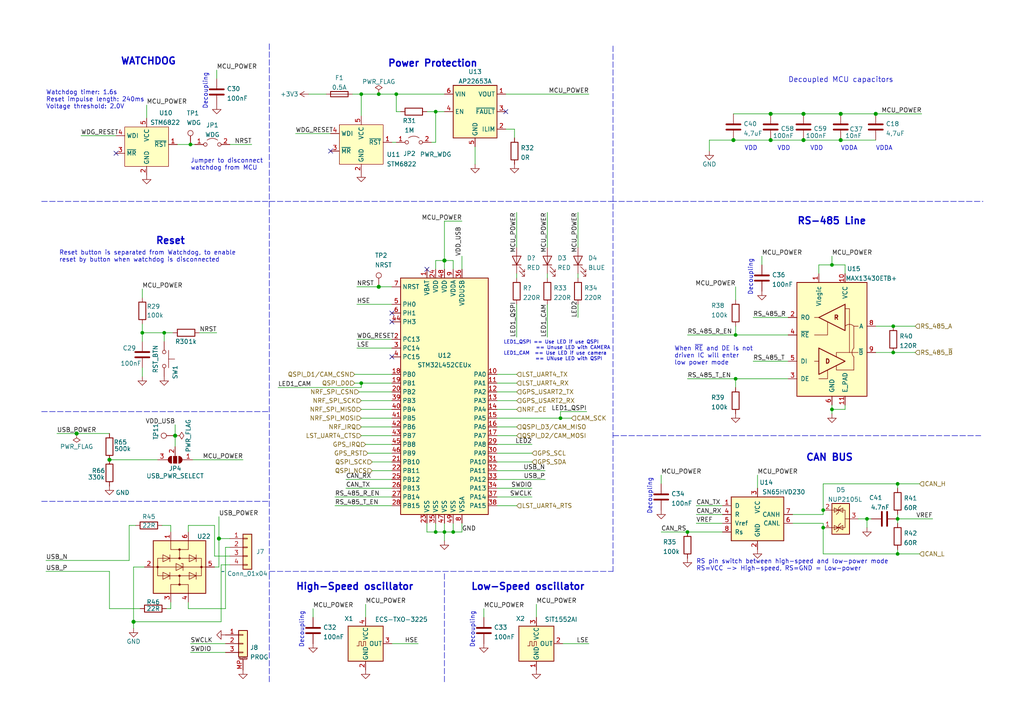
<source format=kicad_sch>
(kicad_sch (version 20211123) (generator eeschema)

  (uuid c99b1bac-5015-436e-be77-1f69903b02de)

  (paper "A4")

  (lib_symbols
    (symbol "Connector:TestPoint" (pin_numbers hide) (pin_names (offset 0.762) hide) (in_bom yes) (on_board yes)
      (property "Reference" "TP" (id 0) (at 0 6.858 0)
        (effects (font (size 1.27 1.27)))
      )
      (property "Value" "TestPoint" (id 1) (at 0 5.08 0)
        (effects (font (size 1.27 1.27)))
      )
      (property "Footprint" "" (id 2) (at 5.08 0 0)
        (effects (font (size 1.27 1.27)) hide)
      )
      (property "Datasheet" "~" (id 3) (at 5.08 0 0)
        (effects (font (size 1.27 1.27)) hide)
      )
      (property "ki_keywords" "test point tp" (id 4) (at 0 0 0)
        (effects (font (size 1.27 1.27)) hide)
      )
      (property "ki_description" "test point" (id 5) (at 0 0 0)
        (effects (font (size 1.27 1.27)) hide)
      )
      (property "ki_fp_filters" "Pin* Test*" (id 6) (at 0 0 0)
        (effects (font (size 1.27 1.27)) hide)
      )
      (symbol "TestPoint_0_1"
        (circle (center 0 3.302) (radius 0.762)
          (stroke (width 0) (type default) (color 0 0 0 0))
          (fill (type none))
        )
      )
      (symbol "TestPoint_1_1"
        (pin passive line (at 0 0 90) (length 2.54)
          (name "1" (effects (font (size 1.27 1.27))))
          (number "1" (effects (font (size 1.27 1.27))))
        )
      )
    )
    (symbol "Connector_Generic:Conn_01x04" (pin_names (offset 1.016) hide) (in_bom yes) (on_board yes)
      (property "Reference" "J" (id 0) (at 0 5.08 0)
        (effects (font (size 1.27 1.27)))
      )
      (property "Value" "Conn_01x04" (id 1) (at 0 -7.62 0)
        (effects (font (size 1.27 1.27)))
      )
      (property "Footprint" "" (id 2) (at 0 0 0)
        (effects (font (size 1.27 1.27)) hide)
      )
      (property "Datasheet" "~" (id 3) (at 0 0 0)
        (effects (font (size 1.27 1.27)) hide)
      )
      (property "ki_keywords" "connector" (id 4) (at 0 0 0)
        (effects (font (size 1.27 1.27)) hide)
      )
      (property "ki_description" "Generic connector, single row, 01x04, script generated (kicad-library-utils/schlib/autogen/connector/)" (id 5) (at 0 0 0)
        (effects (font (size 1.27 1.27)) hide)
      )
      (property "ki_fp_filters" "Connector*:*_1x??_*" (id 6) (at 0 0 0)
        (effects (font (size 1.27 1.27)) hide)
      )
      (symbol "Conn_01x04_1_1"
        (rectangle (start -1.27 -4.953) (end 0 -5.207)
          (stroke (width 0.1524) (type default) (color 0 0 0 0))
          (fill (type none))
        )
        (rectangle (start -1.27 -2.413) (end 0 -2.667)
          (stroke (width 0.1524) (type default) (color 0 0 0 0))
          (fill (type none))
        )
        (rectangle (start -1.27 0.127) (end 0 -0.127)
          (stroke (width 0.1524) (type default) (color 0 0 0 0))
          (fill (type none))
        )
        (rectangle (start -1.27 2.667) (end 0 2.413)
          (stroke (width 0.1524) (type default) (color 0 0 0 0))
          (fill (type none))
        )
        (rectangle (start -1.27 3.81) (end 1.27 -6.35)
          (stroke (width 0.254) (type default) (color 0 0 0 0))
          (fill (type background))
        )
        (pin passive line (at -5.08 2.54 0) (length 3.81)
          (name "Pin_1" (effects (font (size 1.27 1.27))))
          (number "1" (effects (font (size 1.27 1.27))))
        )
        (pin passive line (at -5.08 0 0) (length 3.81)
          (name "Pin_2" (effects (font (size 1.27 1.27))))
          (number "2" (effects (font (size 1.27 1.27))))
        )
        (pin passive line (at -5.08 -2.54 0) (length 3.81)
          (name "Pin_3" (effects (font (size 1.27 1.27))))
          (number "3" (effects (font (size 1.27 1.27))))
        )
        (pin passive line (at -5.08 -5.08 0) (length 3.81)
          (name "Pin_4" (effects (font (size 1.27 1.27))))
          (number "4" (effects (font (size 1.27 1.27))))
        )
      )
    )
    (symbol "Connector_Generic_MountingPin:Conn_01x03_MountingPin" (pin_names (offset 1.016) hide) (in_bom yes) (on_board yes)
      (property "Reference" "J" (id 0) (at 0 5.08 0)
        (effects (font (size 1.27 1.27)))
      )
      (property "Value" "Conn_01x03_MountingPin" (id 1) (at 1.27 -5.08 0)
        (effects (font (size 1.27 1.27)) (justify left))
      )
      (property "Footprint" "" (id 2) (at 0 0 0)
        (effects (font (size 1.27 1.27)) hide)
      )
      (property "Datasheet" "~" (id 3) (at 0 0 0)
        (effects (font (size 1.27 1.27)) hide)
      )
      (property "ki_keywords" "connector" (id 4) (at 0 0 0)
        (effects (font (size 1.27 1.27)) hide)
      )
      (property "ki_description" "Generic connectable mounting pin connector, single row, 01x03, script generated (kicad-library-utils/schlib/autogen/connector/)" (id 5) (at 0 0 0)
        (effects (font (size 1.27 1.27)) hide)
      )
      (property "ki_fp_filters" "Connector*:*_1x??-1MP*" (id 6) (at 0 0 0)
        (effects (font (size 1.27 1.27)) hide)
      )
      (symbol "Conn_01x03_MountingPin_1_1"
        (rectangle (start -1.27 -2.413) (end 0 -2.667)
          (stroke (width 0.1524) (type default) (color 0 0 0 0))
          (fill (type none))
        )
        (rectangle (start -1.27 0.127) (end 0 -0.127)
          (stroke (width 0.1524) (type default) (color 0 0 0 0))
          (fill (type none))
        )
        (rectangle (start -1.27 2.667) (end 0 2.413)
          (stroke (width 0.1524) (type default) (color 0 0 0 0))
          (fill (type none))
        )
        (rectangle (start -1.27 3.81) (end 1.27 -3.81)
          (stroke (width 0.254) (type default) (color 0 0 0 0))
          (fill (type background))
        )
        (polyline
          (pts
            (xy -1.016 -4.572)
            (xy 1.016 -4.572)
          )
          (stroke (width 0.1524) (type default) (color 0 0 0 0))
          (fill (type none))
        )
        (text "Mounting" (at 0 -4.191 0)
          (effects (font (size 0.381 0.381)))
        )
        (pin passive line (at -5.08 2.54 0) (length 3.81)
          (name "Pin_1" (effects (font (size 1.27 1.27))))
          (number "1" (effects (font (size 1.27 1.27))))
        )
        (pin passive line (at -5.08 0 0) (length 3.81)
          (name "Pin_2" (effects (font (size 1.27 1.27))))
          (number "2" (effects (font (size 1.27 1.27))))
        )
        (pin passive line (at -5.08 -2.54 0) (length 3.81)
          (name "Pin_3" (effects (font (size 1.27 1.27))))
          (number "3" (effects (font (size 1.27 1.27))))
        )
        (pin passive line (at 0 -7.62 90) (length 3.048)
          (name "MountPin" (effects (font (size 1.27 1.27))))
          (number "MP" (effects (font (size 1.27 1.27))))
        )
      )
    )
    (symbol "Device:C" (pin_numbers hide) (pin_names (offset 0.254)) (in_bom yes) (on_board yes)
      (property "Reference" "C" (id 0) (at 0.635 2.54 0)
        (effects (font (size 1.27 1.27)) (justify left))
      )
      (property "Value" "C" (id 1) (at 0.635 -2.54 0)
        (effects (font (size 1.27 1.27)) (justify left))
      )
      (property "Footprint" "" (id 2) (at 0.9652 -3.81 0)
        (effects (font (size 1.27 1.27)) hide)
      )
      (property "Datasheet" "~" (id 3) (at 0 0 0)
        (effects (font (size 1.27 1.27)) hide)
      )
      (property "ki_keywords" "cap capacitor" (id 4) (at 0 0 0)
        (effects (font (size 1.27 1.27)) hide)
      )
      (property "ki_description" "Unpolarized capacitor" (id 5) (at 0 0 0)
        (effects (font (size 1.27 1.27)) hide)
      )
      (property "ki_fp_filters" "C_*" (id 6) (at 0 0 0)
        (effects (font (size 1.27 1.27)) hide)
      )
      (symbol "C_0_1"
        (polyline
          (pts
            (xy -2.032 -0.762)
            (xy 2.032 -0.762)
          )
          (stroke (width 0.508) (type default) (color 0 0 0 0))
          (fill (type none))
        )
        (polyline
          (pts
            (xy -2.032 0.762)
            (xy 2.032 0.762)
          )
          (stroke (width 0.508) (type default) (color 0 0 0 0))
          (fill (type none))
        )
      )
      (symbol "C_1_1"
        (pin passive line (at 0 3.81 270) (length 2.794)
          (name "~" (effects (font (size 1.27 1.27))))
          (number "1" (effects (font (size 1.27 1.27))))
        )
        (pin passive line (at 0 -3.81 90) (length 2.794)
          (name "~" (effects (font (size 1.27 1.27))))
          (number "2" (effects (font (size 1.27 1.27))))
        )
      )
    )
    (symbol "Device:Fuse" (pin_numbers hide) (pin_names (offset 0)) (in_bom yes) (on_board yes)
      (property "Reference" "F" (id 0) (at 2.032 0 90)
        (effects (font (size 1.27 1.27)))
      )
      (property "Value" "Fuse" (id 1) (at -1.905 0 90)
        (effects (font (size 1.27 1.27)))
      )
      (property "Footprint" "" (id 2) (at -1.778 0 90)
        (effects (font (size 1.27 1.27)) hide)
      )
      (property "Datasheet" "~" (id 3) (at 0 0 0)
        (effects (font (size 1.27 1.27)) hide)
      )
      (property "ki_keywords" "fuse" (id 4) (at 0 0 0)
        (effects (font (size 1.27 1.27)) hide)
      )
      (property "ki_description" "Fuse" (id 5) (at 0 0 0)
        (effects (font (size 1.27 1.27)) hide)
      )
      (property "ki_fp_filters" "*Fuse*" (id 6) (at 0 0 0)
        (effects (font (size 1.27 1.27)) hide)
      )
      (symbol "Fuse_0_1"
        (rectangle (start -0.762 -2.54) (end 0.762 2.54)
          (stroke (width 0.254) (type default) (color 0 0 0 0))
          (fill (type none))
        )
        (polyline
          (pts
            (xy 0 2.54)
            (xy 0 -2.54)
          )
          (stroke (width 0) (type default) (color 0 0 0 0))
          (fill (type none))
        )
      )
      (symbol "Fuse_1_1"
        (pin passive line (at 0 3.81 270) (length 1.27)
          (name "~" (effects (font (size 1.27 1.27))))
          (number "1" (effects (font (size 1.27 1.27))))
        )
        (pin passive line (at 0 -3.81 90) (length 1.27)
          (name "~" (effects (font (size 1.27 1.27))))
          (number "2" (effects (font (size 1.27 1.27))))
        )
      )
    )
    (symbol "Device:LED" (pin_numbers hide) (pin_names (offset 1.016) hide) (in_bom yes) (on_board yes)
      (property "Reference" "D" (id 0) (at 0 2.54 0)
        (effects (font (size 1.27 1.27)))
      )
      (property "Value" "LED" (id 1) (at 0 -2.54 0)
        (effects (font (size 1.27 1.27)))
      )
      (property "Footprint" "" (id 2) (at 0 0 0)
        (effects (font (size 1.27 1.27)) hide)
      )
      (property "Datasheet" "~" (id 3) (at 0 0 0)
        (effects (font (size 1.27 1.27)) hide)
      )
      (property "ki_keywords" "LED diode" (id 4) (at 0 0 0)
        (effects (font (size 1.27 1.27)) hide)
      )
      (property "ki_description" "Light emitting diode" (id 5) (at 0 0 0)
        (effects (font (size 1.27 1.27)) hide)
      )
      (property "ki_fp_filters" "LED* LED_SMD:* LED_THT:*" (id 6) (at 0 0 0)
        (effects (font (size 1.27 1.27)) hide)
      )
      (symbol "LED_0_1"
        (polyline
          (pts
            (xy -1.27 -1.27)
            (xy -1.27 1.27)
          )
          (stroke (width 0.2032) (type default) (color 0 0 0 0))
          (fill (type none))
        )
        (polyline
          (pts
            (xy -1.27 0)
            (xy 1.27 0)
          )
          (stroke (width 0) (type default) (color 0 0 0 0))
          (fill (type none))
        )
        (polyline
          (pts
            (xy 1.27 -1.27)
            (xy 1.27 1.27)
            (xy -1.27 0)
            (xy 1.27 -1.27)
          )
          (stroke (width 0.2032) (type default) (color 0 0 0 0))
          (fill (type none))
        )
        (polyline
          (pts
            (xy -3.048 -0.762)
            (xy -4.572 -2.286)
            (xy -3.81 -2.286)
            (xy -4.572 -2.286)
            (xy -4.572 -1.524)
          )
          (stroke (width 0) (type default) (color 0 0 0 0))
          (fill (type none))
        )
        (polyline
          (pts
            (xy -1.778 -0.762)
            (xy -3.302 -2.286)
            (xy -2.54 -2.286)
            (xy -3.302 -2.286)
            (xy -3.302 -1.524)
          )
          (stroke (width 0) (type default) (color 0 0 0 0))
          (fill (type none))
        )
      )
      (symbol "LED_1_1"
        (pin passive line (at -3.81 0 0) (length 2.54)
          (name "K" (effects (font (size 1.27 1.27))))
          (number "1" (effects (font (size 1.27 1.27))))
        )
        (pin passive line (at 3.81 0 180) (length 2.54)
          (name "A" (effects (font (size 1.27 1.27))))
          (number "2" (effects (font (size 1.27 1.27))))
        )
      )
    )
    (symbol "Device:R" (pin_numbers hide) (pin_names (offset 0)) (in_bom yes) (on_board yes)
      (property "Reference" "R" (id 0) (at 2.032 0 90)
        (effects (font (size 1.27 1.27)))
      )
      (property "Value" "R" (id 1) (at 0 0 90)
        (effects (font (size 1.27 1.27)))
      )
      (property "Footprint" "" (id 2) (at -1.778 0 90)
        (effects (font (size 1.27 1.27)) hide)
      )
      (property "Datasheet" "~" (id 3) (at 0 0 0)
        (effects (font (size 1.27 1.27)) hide)
      )
      (property "ki_keywords" "R res resistor" (id 4) (at 0 0 0)
        (effects (font (size 1.27 1.27)) hide)
      )
      (property "ki_description" "Resistor" (id 5) (at 0 0 0)
        (effects (font (size 1.27 1.27)) hide)
      )
      (property "ki_fp_filters" "R_*" (id 6) (at 0 0 0)
        (effects (font (size 1.27 1.27)) hide)
      )
      (symbol "R_0_1"
        (rectangle (start -1.016 -2.54) (end 1.016 2.54)
          (stroke (width 0.254) (type default) (color 0 0 0 0))
          (fill (type none))
        )
      )
      (symbol "R_1_1"
        (pin passive line (at 0 3.81 270) (length 1.27)
          (name "~" (effects (font (size 1.27 1.27))))
          (number "1" (effects (font (size 1.27 1.27))))
        )
        (pin passive line (at 0 -3.81 90) (length 1.27)
          (name "~" (effects (font (size 1.27 1.27))))
          (number "2" (effects (font (size 1.27 1.27))))
        )
      )
    )
    (symbol "Interface_CAN_LIN:SN65HVD230" (pin_names (offset 1.016)) (in_bom yes) (on_board yes)
      (property "Reference" "U" (id 0) (at -2.54 10.16 0)
        (effects (font (size 1.27 1.27)) (justify right))
      )
      (property "Value" "SN65HVD230" (id 1) (at -2.54 7.62 0)
        (effects (font (size 1.27 1.27)) (justify right))
      )
      (property "Footprint" "Package_SO:SOIC-8_3.9x4.9mm_P1.27mm" (id 2) (at 0 -12.7 0)
        (effects (font (size 1.27 1.27)) hide)
      )
      (property "Datasheet" "http://www.ti.com/lit/ds/symlink/sn65hvd230.pdf" (id 3) (at -2.54 10.16 0)
        (effects (font (size 1.27 1.27)) hide)
      )
      (property "ki_keywords" "can transeiver ti low-power" (id 4) (at 0 0 0)
        (effects (font (size 1.27 1.27)) hide)
      )
      (property "ki_description" "CAN Bus Transceivers, 3.3V, 1Mbps, Low-Power capabilities, SOIC-8" (id 5) (at 0 0 0)
        (effects (font (size 1.27 1.27)) hide)
      )
      (property "ki_fp_filters" "SOIC*3.9x4.9mm*P1.27mm*" (id 6) (at 0 0 0)
        (effects (font (size 1.27 1.27)) hide)
      )
      (symbol "SN65HVD230_0_1"
        (rectangle (start -7.62 5.08) (end 7.62 -7.62)
          (stroke (width 0.254) (type default) (color 0 0 0 0))
          (fill (type background))
        )
      )
      (symbol "SN65HVD230_1_1"
        (pin input line (at -10.16 2.54 0) (length 2.54)
          (name "D" (effects (font (size 1.27 1.27))))
          (number "1" (effects (font (size 1.27 1.27))))
        )
        (pin power_in line (at 0 -10.16 90) (length 2.54)
          (name "GND" (effects (font (size 1.27 1.27))))
          (number "2" (effects (font (size 1.27 1.27))))
        )
        (pin power_in line (at 0 7.62 270) (length 2.54)
          (name "VCC" (effects (font (size 1.27 1.27))))
          (number "3" (effects (font (size 1.27 1.27))))
        )
        (pin output line (at -10.16 0 0) (length 2.54)
          (name "R" (effects (font (size 1.27 1.27))))
          (number "4" (effects (font (size 1.27 1.27))))
        )
        (pin output line (at -10.16 -2.54 0) (length 2.54)
          (name "Vref" (effects (font (size 1.27 1.27))))
          (number "5" (effects (font (size 1.27 1.27))))
        )
        (pin bidirectional line (at 10.16 -2.54 180) (length 2.54)
          (name "CANL" (effects (font (size 1.27 1.27))))
          (number "6" (effects (font (size 1.27 1.27))))
        )
        (pin bidirectional line (at 10.16 0 180) (length 2.54)
          (name "CANH" (effects (font (size 1.27 1.27))))
          (number "7" (effects (font (size 1.27 1.27))))
        )
        (pin input line (at -10.16 -5.08 0) (length 2.54)
          (name "Rs" (effects (font (size 1.27 1.27))))
          (number "8" (effects (font (size 1.27 1.27))))
        )
      )
    )
    (symbol "Jumper:Jumper_2_Open" (pin_names (offset 0) hide) (in_bom yes) (on_board yes)
      (property "Reference" "JP" (id 0) (at 0 2.794 0)
        (effects (font (size 1.27 1.27)))
      )
      (property "Value" "Jumper_2_Open" (id 1) (at 0 -2.286 0)
        (effects (font (size 1.27 1.27)))
      )
      (property "Footprint" "" (id 2) (at 0 0 0)
        (effects (font (size 1.27 1.27)) hide)
      )
      (property "Datasheet" "~" (id 3) (at 0 0 0)
        (effects (font (size 1.27 1.27)) hide)
      )
      (property "ki_keywords" "Jumper SPST" (id 4) (at 0 0 0)
        (effects (font (size 1.27 1.27)) hide)
      )
      (property "ki_description" "Jumper, 2-pole, open" (id 5) (at 0 0 0)
        (effects (font (size 1.27 1.27)) hide)
      )
      (property "ki_fp_filters" "Jumper* TestPoint*2Pads* TestPoint*Bridge*" (id 6) (at 0 0 0)
        (effects (font (size 1.27 1.27)) hide)
      )
      (symbol "Jumper_2_Open_0_0"
        (circle (center -2.032 0) (radius 0.508)
          (stroke (width 0) (type default) (color 0 0 0 0))
          (fill (type none))
        )
        (circle (center 2.032 0) (radius 0.508)
          (stroke (width 0) (type default) (color 0 0 0 0))
          (fill (type none))
        )
      )
      (symbol "Jumper_2_Open_0_1"
        (arc (start 1.524 1.27) (mid 0 1.778) (end -1.524 1.27)
          (stroke (width 0) (type default) (color 0 0 0 0))
          (fill (type none))
        )
      )
      (symbol "Jumper_2_Open_1_1"
        (pin passive line (at -5.08 0 0) (length 2.54)
          (name "A" (effects (font (size 1.27 1.27))))
          (number "1" (effects (font (size 1.27 1.27))))
        )
        (pin passive line (at 5.08 0 180) (length 2.54)
          (name "B" (effects (font (size 1.27 1.27))))
          (number "2" (effects (font (size 1.27 1.27))))
        )
      )
    )
    (symbol "Jumper:SolderJumper_3_Open" (pin_names (offset 0) hide) (in_bom yes) (on_board yes)
      (property "Reference" "JP" (id 0) (at -2.54 -2.54 0)
        (effects (font (size 1.27 1.27)))
      )
      (property "Value" "SolderJumper_3_Open" (id 1) (at 0 2.794 0)
        (effects (font (size 1.27 1.27)))
      )
      (property "Footprint" "" (id 2) (at 0 0 0)
        (effects (font (size 1.27 1.27)) hide)
      )
      (property "Datasheet" "~" (id 3) (at 0 0 0)
        (effects (font (size 1.27 1.27)) hide)
      )
      (property "ki_keywords" "Solder Jumper SPDT" (id 4) (at 0 0 0)
        (effects (font (size 1.27 1.27)) hide)
      )
      (property "ki_description" "Solder Jumper, 3-pole, open" (id 5) (at 0 0 0)
        (effects (font (size 1.27 1.27)) hide)
      )
      (property "ki_fp_filters" "SolderJumper*Open*" (id 6) (at 0 0 0)
        (effects (font (size 1.27 1.27)) hide)
      )
      (symbol "SolderJumper_3_Open_0_1"
        (arc (start -1.016 1.016) (mid -2.032 0) (end -1.016 -1.016)
          (stroke (width 0) (type default) (color 0 0 0 0))
          (fill (type none))
        )
        (arc (start -1.016 1.016) (mid -2.032 0) (end -1.016 -1.016)
          (stroke (width 0) (type default) (color 0 0 0 0))
          (fill (type outline))
        )
        (rectangle (start -0.508 1.016) (end 0.508 -1.016)
          (stroke (width 0) (type default) (color 0 0 0 0))
          (fill (type outline))
        )
        (polyline
          (pts
            (xy -2.54 0)
            (xy -2.032 0)
          )
          (stroke (width 0) (type default) (color 0 0 0 0))
          (fill (type none))
        )
        (polyline
          (pts
            (xy -1.016 1.016)
            (xy -1.016 -1.016)
          )
          (stroke (width 0) (type default) (color 0 0 0 0))
          (fill (type none))
        )
        (polyline
          (pts
            (xy 0 -1.27)
            (xy 0 -1.016)
          )
          (stroke (width 0) (type default) (color 0 0 0 0))
          (fill (type none))
        )
        (polyline
          (pts
            (xy 1.016 1.016)
            (xy 1.016 -1.016)
          )
          (stroke (width 0) (type default) (color 0 0 0 0))
          (fill (type none))
        )
        (polyline
          (pts
            (xy 2.54 0)
            (xy 2.032 0)
          )
          (stroke (width 0) (type default) (color 0 0 0 0))
          (fill (type none))
        )
        (arc (start 1.016 -1.016) (mid 2.032 0) (end 1.016 1.016)
          (stroke (width 0) (type default) (color 0 0 0 0))
          (fill (type none))
        )
        (arc (start 1.016 -1.016) (mid 2.032 0) (end 1.016 1.016)
          (stroke (width 0) (type default) (color 0 0 0 0))
          (fill (type outline))
        )
      )
      (symbol "SolderJumper_3_Open_1_1"
        (pin passive line (at -5.08 0 0) (length 2.54)
          (name "A" (effects (font (size 1.27 1.27))))
          (number "1" (effects (font (size 1.27 1.27))))
        )
        (pin input line (at 0 -3.81 90) (length 2.54)
          (name "C" (effects (font (size 1.27 1.27))))
          (number "2" (effects (font (size 1.27 1.27))))
        )
        (pin passive line (at 5.08 0 180) (length 2.54)
          (name "B" (effects (font (size 1.27 1.27))))
          (number "3" (effects (font (size 1.27 1.27))))
        )
      )
    )
    (symbol "MCU_ST_STM32L4:STM32L452CEUx" (in_bom yes) (on_board yes)
      (property "Reference" "U" (id 0) (at -12.7 34.29 0)
        (effects (font (size 1.27 1.27)) (justify left))
      )
      (property "Value" "STM32L452CEUx" (id 1) (at 7.62 34.29 0)
        (effects (font (size 1.27 1.27)) (justify left))
      )
      (property "Footprint" "Package_DFN_QFN:QFN-48-1EP_7x7mm_P0.5mm_EP5.6x5.6mm" (id 2) (at -12.7 -35.56 0)
        (effects (font (size 1.27 1.27)) (justify right) hide)
      )
      (property "Datasheet" "http://www.st.com/st-web-ui/static/active/en/resource/technical/document/datasheet/DM00340549.pdf" (id 3) (at 0 0 0)
        (effects (font (size 1.27 1.27)) hide)
      )
      (property "ki_keywords" "ARM Cortex-M4 STM32L4 STM32L4x2" (id 4) (at 0 0 0)
        (effects (font (size 1.27 1.27)) hide)
      )
      (property "ki_description" "ARM Cortex-M4 MCU, 512KB flash, 160KB RAM, 80MHz, 1.71-3.6V, 38 GPIO, UFQFPN-48" (id 5) (at 0 0 0)
        (effects (font (size 1.27 1.27)) hide)
      )
      (property "ki_fp_filters" "QFN*1EP*7x7mm*P0.5mm*" (id 6) (at 0 0 0)
        (effects (font (size 1.27 1.27)) hide)
      )
      (symbol "STM32L452CEUx_0_1"
        (rectangle (start -12.7 -35.56) (end 12.7 33.02)
          (stroke (width 0.254) (type default) (color 0 0 0 0))
          (fill (type background))
        )
      )
      (symbol "STM32L452CEUx_1_1"
        (pin power_in line (at -5.08 35.56 270) (length 2.54)
          (name "VBAT" (effects (font (size 1.27 1.27))))
          (number "1" (effects (font (size 1.27 1.27))))
        )
        (pin bidirectional line (at 15.24 5.08 180) (length 2.54)
          (name "PA0" (effects (font (size 1.27 1.27))))
          (number "10" (effects (font (size 1.27 1.27))))
        )
        (pin bidirectional line (at 15.24 2.54 180) (length 2.54)
          (name "PA1" (effects (font (size 1.27 1.27))))
          (number "11" (effects (font (size 1.27 1.27))))
        )
        (pin bidirectional line (at 15.24 0 180) (length 2.54)
          (name "PA2" (effects (font (size 1.27 1.27))))
          (number "12" (effects (font (size 1.27 1.27))))
        )
        (pin bidirectional line (at 15.24 -2.54 180) (length 2.54)
          (name "PA3" (effects (font (size 1.27 1.27))))
          (number "13" (effects (font (size 1.27 1.27))))
        )
        (pin bidirectional line (at 15.24 -5.08 180) (length 2.54)
          (name "PA4" (effects (font (size 1.27 1.27))))
          (number "14" (effects (font (size 1.27 1.27))))
        )
        (pin bidirectional line (at 15.24 -7.62 180) (length 2.54)
          (name "PA5" (effects (font (size 1.27 1.27))))
          (number "15" (effects (font (size 1.27 1.27))))
        )
        (pin bidirectional line (at 15.24 -10.16 180) (length 2.54)
          (name "PA6" (effects (font (size 1.27 1.27))))
          (number "16" (effects (font (size 1.27 1.27))))
        )
        (pin bidirectional line (at 15.24 -12.7 180) (length 2.54)
          (name "PA7" (effects (font (size 1.27 1.27))))
          (number "17" (effects (font (size 1.27 1.27))))
        )
        (pin bidirectional line (at -15.24 5.08 0) (length 2.54)
          (name "PB0" (effects (font (size 1.27 1.27))))
          (number "18" (effects (font (size 1.27 1.27))))
        )
        (pin bidirectional line (at -15.24 2.54 0) (length 2.54)
          (name "PB1" (effects (font (size 1.27 1.27))))
          (number "19" (effects (font (size 1.27 1.27))))
        )
        (pin bidirectional line (at -15.24 15.24 0) (length 2.54)
          (name "PC13" (effects (font (size 1.27 1.27))))
          (number "2" (effects (font (size 1.27 1.27))))
        )
        (pin bidirectional line (at -15.24 0 0) (length 2.54)
          (name "PB2" (effects (font (size 1.27 1.27))))
          (number "20" (effects (font (size 1.27 1.27))))
        )
        (pin bidirectional line (at -15.24 -20.32 0) (length 2.54)
          (name "PB10" (effects (font (size 1.27 1.27))))
          (number "21" (effects (font (size 1.27 1.27))))
        )
        (pin bidirectional line (at -15.24 -22.86 0) (length 2.54)
          (name "PB11" (effects (font (size 1.27 1.27))))
          (number "22" (effects (font (size 1.27 1.27))))
        )
        (pin power_in line (at -5.08 -38.1 90) (length 2.54)
          (name "VSS" (effects (font (size 1.27 1.27))))
          (number "23" (effects (font (size 1.27 1.27))))
        )
        (pin power_in line (at -2.54 35.56 270) (length 2.54)
          (name "VDD" (effects (font (size 1.27 1.27))))
          (number "24" (effects (font (size 1.27 1.27))))
        )
        (pin bidirectional line (at -15.24 -25.4 0) (length 2.54)
          (name "PB12" (effects (font (size 1.27 1.27))))
          (number "25" (effects (font (size 1.27 1.27))))
        )
        (pin bidirectional line (at -15.24 -27.94 0) (length 2.54)
          (name "PB13" (effects (font (size 1.27 1.27))))
          (number "26" (effects (font (size 1.27 1.27))))
        )
        (pin bidirectional line (at -15.24 -30.48 0) (length 2.54)
          (name "PB14" (effects (font (size 1.27 1.27))))
          (number "27" (effects (font (size 1.27 1.27))))
        )
        (pin bidirectional line (at -15.24 -33.02 0) (length 2.54)
          (name "PB15" (effects (font (size 1.27 1.27))))
          (number "28" (effects (font (size 1.27 1.27))))
        )
        (pin bidirectional line (at 15.24 -15.24 180) (length 2.54)
          (name "PA8" (effects (font (size 1.27 1.27))))
          (number "29" (effects (font (size 1.27 1.27))))
        )
        (pin bidirectional line (at -15.24 12.7 0) (length 2.54)
          (name "PC14" (effects (font (size 1.27 1.27))))
          (number "3" (effects (font (size 1.27 1.27))))
        )
        (pin bidirectional line (at 15.24 -17.78 180) (length 2.54)
          (name "PA9" (effects (font (size 1.27 1.27))))
          (number "30" (effects (font (size 1.27 1.27))))
        )
        (pin bidirectional line (at 15.24 -20.32 180) (length 2.54)
          (name "PA10" (effects (font (size 1.27 1.27))))
          (number "31" (effects (font (size 1.27 1.27))))
        )
        (pin bidirectional line (at 15.24 -22.86 180) (length 2.54)
          (name "PA11" (effects (font (size 1.27 1.27))))
          (number "32" (effects (font (size 1.27 1.27))))
        )
        (pin bidirectional line (at 15.24 -25.4 180) (length 2.54)
          (name "PA12" (effects (font (size 1.27 1.27))))
          (number "33" (effects (font (size 1.27 1.27))))
        )
        (pin bidirectional line (at 15.24 -27.94 180) (length 2.54)
          (name "PA13" (effects (font (size 1.27 1.27))))
          (number "34" (effects (font (size 1.27 1.27))))
        )
        (pin power_in line (at -2.54 -38.1 90) (length 2.54)
          (name "VSS" (effects (font (size 1.27 1.27))))
          (number "35" (effects (font (size 1.27 1.27))))
        )
        (pin power_in line (at 5.08 35.56 270) (length 2.54)
          (name "VDDUSB" (effects (font (size 1.27 1.27))))
          (number "36" (effects (font (size 1.27 1.27))))
        )
        (pin bidirectional line (at 15.24 -30.48 180) (length 2.54)
          (name "PA14" (effects (font (size 1.27 1.27))))
          (number "37" (effects (font (size 1.27 1.27))))
        )
        (pin bidirectional line (at 15.24 -33.02 180) (length 2.54)
          (name "PA15" (effects (font (size 1.27 1.27))))
          (number "38" (effects (font (size 1.27 1.27))))
        )
        (pin bidirectional line (at -15.24 -2.54 0) (length 2.54)
          (name "PB3" (effects (font (size 1.27 1.27))))
          (number "39" (effects (font (size 1.27 1.27))))
        )
        (pin bidirectional line (at -15.24 10.16 0) (length 2.54)
          (name "PC15" (effects (font (size 1.27 1.27))))
          (number "4" (effects (font (size 1.27 1.27))))
        )
        (pin bidirectional line (at -15.24 -5.08 0) (length 2.54)
          (name "PB4" (effects (font (size 1.27 1.27))))
          (number "40" (effects (font (size 1.27 1.27))))
        )
        (pin bidirectional line (at -15.24 -7.62 0) (length 2.54)
          (name "PB5" (effects (font (size 1.27 1.27))))
          (number "41" (effects (font (size 1.27 1.27))))
        )
        (pin bidirectional line (at -15.24 -10.16 0) (length 2.54)
          (name "PB6" (effects (font (size 1.27 1.27))))
          (number "42" (effects (font (size 1.27 1.27))))
        )
        (pin bidirectional line (at -15.24 -12.7 0) (length 2.54)
          (name "PB7" (effects (font (size 1.27 1.27))))
          (number "43" (effects (font (size 1.27 1.27))))
        )
        (pin bidirectional line (at -15.24 20.32 0) (length 2.54)
          (name "PH3" (effects (font (size 1.27 1.27))))
          (number "44" (effects (font (size 1.27 1.27))))
        )
        (pin bidirectional line (at -15.24 -15.24 0) (length 2.54)
          (name "PB8" (effects (font (size 1.27 1.27))))
          (number "45" (effects (font (size 1.27 1.27))))
        )
        (pin bidirectional line (at -15.24 -17.78 0) (length 2.54)
          (name "PB9" (effects (font (size 1.27 1.27))))
          (number "46" (effects (font (size 1.27 1.27))))
        )
        (pin power_in line (at 0 -38.1 90) (length 2.54)
          (name "VSS" (effects (font (size 1.27 1.27))))
          (number "47" (effects (font (size 1.27 1.27))))
        )
        (pin power_in line (at 0 35.56 270) (length 2.54)
          (name "VDD" (effects (font (size 1.27 1.27))))
          (number "48" (effects (font (size 1.27 1.27))))
        )
        (pin power_in line (at 2.54 -38.1 90) (length 2.54)
          (name "VSS" (effects (font (size 1.27 1.27))))
          (number "49" (effects (font (size 1.27 1.27))))
        )
        (pin input line (at -15.24 25.4 0) (length 2.54)
          (name "PH0" (effects (font (size 1.27 1.27))))
          (number "5" (effects (font (size 1.27 1.27))))
        )
        (pin input line (at -15.24 22.86 0) (length 2.54)
          (name "PH1" (effects (font (size 1.27 1.27))))
          (number "6" (effects (font (size 1.27 1.27))))
        )
        (pin input line (at -15.24 30.48 0) (length 2.54)
          (name "NRST" (effects (font (size 1.27 1.27))))
          (number "7" (effects (font (size 1.27 1.27))))
        )
        (pin power_in line (at 5.08 -38.1 90) (length 2.54)
          (name "VSSA" (effects (font (size 1.27 1.27))))
          (number "8" (effects (font (size 1.27 1.27))))
        )
        (pin power_in line (at 2.54 35.56 270) (length 2.54)
          (name "VDDA" (effects (font (size 1.27 1.27))))
          (number "9" (effects (font (size 1.27 1.27))))
        )
      )
    )
    (symbol "Power_Protection:NUP2105L" (pin_names hide) (in_bom yes) (on_board yes)
      (property "Reference" "D" (id 0) (at 5.715 2.54 0)
        (effects (font (size 1.27 1.27)) (justify left))
      )
      (property "Value" "NUP2105L" (id 1) (at 5.715 0.635 0)
        (effects (font (size 1.27 1.27)) (justify left))
      )
      (property "Footprint" "Package_TO_SOT_SMD:SOT-23" (id 2) (at 5.715 -1.27 0)
        (effects (font (size 1.27 1.27)) (justify left) hide)
      )
      (property "Datasheet" "http://www.onsemi.com/pub_link/Collateral/NUP2105L-D.PDF" (id 3) (at 3.175 3.175 0)
        (effects (font (size 1.27 1.27)) hide)
      )
      (property "ki_keywords" "can esd protection suppression transient" (id 4) (at 0 0 0)
        (effects (font (size 1.27 1.27)) hide)
      )
      (property "ki_description" "Dual Line CAN Bus Protector, 24Vrwm" (id 5) (at 0 0 0)
        (effects (font (size 1.27 1.27)) hide)
      )
      (property "ki_fp_filters" "SOT?23*" (id 6) (at 0 0 0)
        (effects (font (size 1.27 1.27)) hide)
      )
      (symbol "NUP2105L_0_0"
        (pin passive line (at 0 -5.08 90) (length 2.54)
          (name "A" (effects (font (size 1.27 1.27))))
          (number "3" (effects (font (size 1.27 1.27))))
        )
      )
      (symbol "NUP2105L_0_1"
        (rectangle (start -4.445 2.54) (end 4.445 -2.54)
          (stroke (width 0.254) (type default) (color 0 0 0 0))
          (fill (type background))
        )
        (polyline
          (pts
            (xy -2.54 2.54)
            (xy -2.54 0.635)
          )
          (stroke (width 0) (type default) (color 0 0 0 0))
          (fill (type none))
        )
        (polyline
          (pts
            (xy 0 -1.27)
            (xy 0 -2.54)
          )
          (stroke (width 0) (type default) (color 0 0 0 0))
          (fill (type none))
        )
        (polyline
          (pts
            (xy 2.54 2.54)
            (xy 2.54 0.635)
          )
          (stroke (width 0) (type default) (color 0 0 0 0))
          (fill (type none))
        )
        (polyline
          (pts
            (xy -3.81 1.27)
            (xy -3.175 0.635)
            (xy -1.905 0.635)
            (xy -1.27 0)
          )
          (stroke (width 0) (type default) (color 0 0 0 0))
          (fill (type none))
        )
        (polyline
          (pts
            (xy -2.54 0.635)
            (xy -2.54 -1.27)
            (xy 2.54 -1.27)
            (xy 2.54 0.635)
          )
          (stroke (width 0) (type default) (color 0 0 0 0))
          (fill (type none))
        )
        (polyline
          (pts
            (xy -2.54 0.635)
            (xy -1.905 -0.635)
            (xy -3.175 -0.635)
            (xy -2.54 0.635)
          )
          (stroke (width 0) (type default) (color 0 0 0 0))
          (fill (type none))
        )
        (polyline
          (pts
            (xy 2.54 0.635)
            (xy 1.905 -0.635)
            (xy 3.175 -0.635)
            (xy 2.54 0.635)
          )
          (stroke (width 0) (type default) (color 0 0 0 0))
          (fill (type none))
        )
        (polyline
          (pts
            (xy 2.54 0.635)
            (xy 3.175 1.905)
            (xy 1.905 1.905)
            (xy 2.54 0.635)
          )
          (stroke (width 0) (type default) (color 0 0 0 0))
          (fill (type none))
        )
        (polyline
          (pts
            (xy -2.54 0.635)
            (xy -3.175 1.905)
            (xy -1.905 1.905)
            (xy -2.54 0.635)
            (xy -2.54 1.27)
          )
          (stroke (width 0) (type default) (color 0 0 0 0))
          (fill (type none))
        )
        (polyline
          (pts
            (xy 1.27 1.27)
            (xy 1.905 0.635)
            (xy 2.54 0.635)
            (xy 3.175 0.635)
            (xy 3.81 0)
          )
          (stroke (width 0) (type default) (color 0 0 0 0))
          (fill (type none))
        )
      )
      (symbol "NUP2105L_1_1"
        (pin passive line (at -2.54 5.08 270) (length 2.54)
          (name "K" (effects (font (size 1.27 1.27))))
          (number "1" (effects (font (size 1.27 1.27))))
        )
        (pin passive line (at 2.54 5.08 270) (length 2.54)
          (name "K" (effects (font (size 1.27 1.27))))
          (number "2" (effects (font (size 1.27 1.27))))
        )
      )
    )
    (symbol "Power_Protection:USBLC6-2P6" (pin_names hide) (in_bom yes) (on_board yes)
      (property "Reference" "U" (id 0) (at 2.54 8.89 0)
        (effects (font (size 1.27 1.27)) (justify left))
      )
      (property "Value" "USBLC6-2P6" (id 1) (at 2.54 -8.89 0)
        (effects (font (size 1.27 1.27)) (justify left))
      )
      (property "Footprint" "Package_TO_SOT_SMD:SOT-666" (id 2) (at 0 -12.7 0)
        (effects (font (size 1.27 1.27)) hide)
      )
      (property "Datasheet" "https://www.st.com/resource/en/datasheet/usblc6-2.pdf" (id 3) (at 5.08 8.89 0)
        (effects (font (size 1.27 1.27)) hide)
      )
      (property "ki_keywords" "usb ethernet video" (id 4) (at 0 0 0)
        (effects (font (size 1.27 1.27)) hide)
      )
      (property "ki_description" "Very low capacitance ESD protection diode, 2 data-line, SOT-666" (id 5) (at 0 0 0)
        (effects (font (size 1.27 1.27)) hide)
      )
      (property "ki_fp_filters" "SOT?666*" (id 6) (at 0 0 0)
        (effects (font (size 1.27 1.27)) hide)
      )
      (symbol "USBLC6-2P6_0_1"
        (rectangle (start -7.62 -7.62) (end 7.62 7.62)
          (stroke (width 0.254) (type default) (color 0 0 0 0))
          (fill (type background))
        )
        (circle (center -5.08 0) (radius 0.254)
          (stroke (width 0) (type default) (color 0 0 0 0))
          (fill (type outline))
        )
        (circle (center -2.54 0) (radius 0.254)
          (stroke (width 0) (type default) (color 0 0 0 0))
          (fill (type outline))
        )
        (rectangle (start -2.54 6.35) (end 2.54 -6.35)
          (stroke (width 0) (type default) (color 0 0 0 0))
          (fill (type none))
        )
        (circle (center 0 -6.35) (radius 0.254)
          (stroke (width 0) (type default) (color 0 0 0 0))
          (fill (type outline))
        )
        (polyline
          (pts
            (xy -5.08 -2.54)
            (xy -7.62 -2.54)
          )
          (stroke (width 0) (type default) (color 0 0 0 0))
          (fill (type none))
        )
        (polyline
          (pts
            (xy -5.08 0)
            (xy -5.08 -2.54)
          )
          (stroke (width 0) (type default) (color 0 0 0 0))
          (fill (type none))
        )
        (polyline
          (pts
            (xy -5.08 2.54)
            (xy -7.62 2.54)
          )
          (stroke (width 0) (type default) (color 0 0 0 0))
          (fill (type none))
        )
        (polyline
          (pts
            (xy -1.524 -2.794)
            (xy -3.556 -2.794)
          )
          (stroke (width 0) (type default) (color 0 0 0 0))
          (fill (type none))
        )
        (polyline
          (pts
            (xy -1.524 4.826)
            (xy -3.556 4.826)
          )
          (stroke (width 0) (type default) (color 0 0 0 0))
          (fill (type none))
        )
        (polyline
          (pts
            (xy 0 -7.62)
            (xy 0 -6.35)
          )
          (stroke (width 0) (type default) (color 0 0 0 0))
          (fill (type none))
        )
        (polyline
          (pts
            (xy 0 -6.35)
            (xy 0 1.27)
          )
          (stroke (width 0) (type default) (color 0 0 0 0))
          (fill (type none))
        )
        (polyline
          (pts
            (xy 0 1.27)
            (xy 0 6.35)
          )
          (stroke (width 0) (type default) (color 0 0 0 0))
          (fill (type none))
        )
        (polyline
          (pts
            (xy 0 6.35)
            (xy 0 7.62)
          )
          (stroke (width 0) (type default) (color 0 0 0 0))
          (fill (type none))
        )
        (polyline
          (pts
            (xy 1.524 -2.794)
            (xy 3.556 -2.794)
          )
          (stroke (width 0) (type default) (color 0 0 0 0))
          (fill (type none))
        )
        (polyline
          (pts
            (xy 1.524 4.826)
            (xy 3.556 4.826)
          )
          (stroke (width 0) (type default) (color 0 0 0 0))
          (fill (type none))
        )
        (polyline
          (pts
            (xy 5.08 -2.54)
            (xy 7.62 -2.54)
          )
          (stroke (width 0) (type default) (color 0 0 0 0))
          (fill (type none))
        )
        (polyline
          (pts
            (xy 5.08 0)
            (xy 5.08 -2.54)
          )
          (stroke (width 0) (type default) (color 0 0 0 0))
          (fill (type none))
        )
        (polyline
          (pts
            (xy 5.08 2.54)
            (xy 7.62 2.54)
          )
          (stroke (width 0) (type default) (color 0 0 0 0))
          (fill (type none))
        )
        (polyline
          (pts
            (xy -2.54 0)
            (xy -5.08 0)
            (xy -5.08 2.54)
          )
          (stroke (width 0) (type default) (color 0 0 0 0))
          (fill (type none))
        )
        (polyline
          (pts
            (xy 2.54 0)
            (xy 5.08 0)
            (xy 5.08 2.54)
          )
          (stroke (width 0) (type default) (color 0 0 0 0))
          (fill (type none))
        )
        (polyline
          (pts
            (xy -3.556 -4.826)
            (xy -1.524 -4.826)
            (xy -2.54 -2.794)
            (xy -3.556 -4.826)
          )
          (stroke (width 0) (type default) (color 0 0 0 0))
          (fill (type none))
        )
        (polyline
          (pts
            (xy -3.556 2.794)
            (xy -1.524 2.794)
            (xy -2.54 4.826)
            (xy -3.556 2.794)
          )
          (stroke (width 0) (type default) (color 0 0 0 0))
          (fill (type none))
        )
        (polyline
          (pts
            (xy -1.016 -1.016)
            (xy 1.016 -1.016)
            (xy 0 1.016)
            (xy -1.016 -1.016)
          )
          (stroke (width 0) (type default) (color 0 0 0 0))
          (fill (type none))
        )
        (polyline
          (pts
            (xy 1.016 1.016)
            (xy 0.762 1.016)
            (xy -1.016 1.016)
            (xy -1.016 0.508)
          )
          (stroke (width 0) (type default) (color 0 0 0 0))
          (fill (type none))
        )
        (polyline
          (pts
            (xy 3.556 -4.826)
            (xy 1.524 -4.826)
            (xy 2.54 -2.794)
            (xy 3.556 -4.826)
          )
          (stroke (width 0) (type default) (color 0 0 0 0))
          (fill (type none))
        )
        (polyline
          (pts
            (xy 3.556 2.794)
            (xy 1.524 2.794)
            (xy 2.54 4.826)
            (xy 3.556 2.794)
          )
          (stroke (width 0) (type default) (color 0 0 0 0))
          (fill (type none))
        )
        (circle (center 0 6.35) (radius 0.254)
          (stroke (width 0) (type default) (color 0 0 0 0))
          (fill (type outline))
        )
        (circle (center 2.54 0) (radius 0.254)
          (stroke (width 0) (type default) (color 0 0 0 0))
          (fill (type outline))
        )
        (circle (center 5.08 0) (radius 0.254)
          (stroke (width 0) (type default) (color 0 0 0 0))
          (fill (type outline))
        )
      )
      (symbol "USBLC6-2P6_1_1"
        (pin passive line (at -10.16 -2.54 0) (length 2.54)
          (name "I/O1" (effects (font (size 1.27 1.27))))
          (number "1" (effects (font (size 1.27 1.27))))
        )
        (pin passive line (at 0 -10.16 90) (length 2.54)
          (name "GND" (effects (font (size 1.27 1.27))))
          (number "2" (effects (font (size 1.27 1.27))))
        )
        (pin passive line (at 10.16 -2.54 180) (length 2.54)
          (name "I/O2" (effects (font (size 1.27 1.27))))
          (number "3" (effects (font (size 1.27 1.27))))
        )
        (pin passive line (at 10.16 2.54 180) (length 2.54)
          (name "I/O2" (effects (font (size 1.27 1.27))))
          (number "4" (effects (font (size 1.27 1.27))))
        )
        (pin passive line (at 0 10.16 270) (length 2.54)
          (name "VBUS" (effects (font (size 1.27 1.27))))
          (number "5" (effects (font (size 1.27 1.27))))
        )
        (pin passive line (at -10.16 2.54 0) (length 2.54)
          (name "I/O1" (effects (font (size 1.27 1.27))))
          (number "6" (effects (font (size 1.27 1.27))))
        )
      )
    )
    (symbol "Switch:SW_Push" (pin_numbers hide) (pin_names (offset 1.016) hide) (in_bom yes) (on_board yes)
      (property "Reference" "SW" (id 0) (at 1.27 2.54 0)
        (effects (font (size 1.27 1.27)) (justify left))
      )
      (property "Value" "SW_Push" (id 1) (at 0 -1.524 0)
        (effects (font (size 1.27 1.27)))
      )
      (property "Footprint" "" (id 2) (at 0 5.08 0)
        (effects (font (size 1.27 1.27)) hide)
      )
      (property "Datasheet" "~" (id 3) (at 0 5.08 0)
        (effects (font (size 1.27 1.27)) hide)
      )
      (property "ki_keywords" "switch normally-open pushbutton push-button" (id 4) (at 0 0 0)
        (effects (font (size 1.27 1.27)) hide)
      )
      (property "ki_description" "Push button switch, generic, two pins" (id 5) (at 0 0 0)
        (effects (font (size 1.27 1.27)) hide)
      )
      (symbol "SW_Push_0_1"
        (circle (center -2.032 0) (radius 0.508)
          (stroke (width 0) (type default) (color 0 0 0 0))
          (fill (type none))
        )
        (polyline
          (pts
            (xy 0 1.27)
            (xy 0 3.048)
          )
          (stroke (width 0) (type default) (color 0 0 0 0))
          (fill (type none))
        )
        (polyline
          (pts
            (xy 2.54 1.27)
            (xy -2.54 1.27)
          )
          (stroke (width 0) (type default) (color 0 0 0 0))
          (fill (type none))
        )
        (circle (center 2.032 0) (radius 0.508)
          (stroke (width 0) (type default) (color 0 0 0 0))
          (fill (type none))
        )
        (pin passive line (at -5.08 0 0) (length 2.54)
          (name "1" (effects (font (size 1.27 1.27))))
          (number "1" (effects (font (size 1.27 1.27))))
        )
        (pin passive line (at 5.08 0 180) (length 2.54)
          (name "2" (effects (font (size 1.27 1.27))))
          (number "2" (effects (font (size 1.27 1.27))))
        )
      )
    )
    (symbol "TCY_IC:MAX13430ETB+" (pin_names (offset 1.016)) (in_bom yes) (on_board yes)
      (property "Reference" "U" (id 0) (at -10.16 19.05 0)
        (effects (font (size 1.27 1.27)) (justify left))
      )
      (property "Value" "MAX13430ETB+" (id 1) (at 5.08 19.05 0)
        (effects (font (size 1.27 1.27)) (justify left))
      )
      (property "Footprint" "Package_DFN_QFN:DFN-10-1EP_3x3mm_P0.5mm_EP1.55x2.48mm" (id 2) (at 0 -29.21 0)
        (effects (font (size 1.27 1.27) italic) hide)
      )
      (property "Datasheet" "https://datasheets.maximintegrated.com/en/ds/MAX13430E-MAX13433E.pdf" (id 3) (at 0 -31.75 0)
        (effects (font (size 1.27 1.27)) hide)
      )
      (property "ki_keywords" "rs485 transceiver" (id 4) (at 0 0 0)
        (effects (font (size 1.27 1.27)) hide)
      )
      (property "ki_description" "RS485 transceiver, half duplex, dual supply, receiver/driver enable, 500kbps, DFN-14 package" (id 5) (at 0 0 0)
        (effects (font (size 1.27 1.27)) hide)
      )
      (property "ki_fp_filters" "DFN*3x4mm*P0.5mm*" (id 6) (at 0 0 0)
        (effects (font (size 1.27 1.27)) hide)
      )
      (symbol "MAX13430ETB+_0_0"
        (text "D" (at -1.27 -5.08 0)
          (effects (font (size 1.27 1.27) bold))
        )
        (text "R" (at 1.27 7.62 0)
          (effects (font (size 1.27 1.27) bold))
        )
      )
      (symbol "MAX13430ETB+_0_1"
        (rectangle (start -10.16 -15.24) (end 10.16 17.78)
          (stroke (width 0.254) (type default) (color 0 0 0 0))
          (fill (type background))
        )
        (polyline
          (pts
            (xy -5.08 -5.08)
            (xy -3.81 -5.08)
          )
          (stroke (width 0) (type default) (color 0 0 0 0))
          (fill (type none))
        )
        (polyline
          (pts
            (xy -3.81 7.62)
            (xy -5.08 7.62)
          )
          (stroke (width 0) (type default) (color 0 0 0 0))
          (fill (type none))
        )
        (polyline
          (pts
            (xy 5.08 10.16)
            (xy 5.08 -2.54)
          )
          (stroke (width 0.1524) (type default) (color 0 0 0 0))
          (fill (type none))
        )
        (polyline
          (pts
            (xy 6.35 -7.62)
            (xy 6.35 -3.81)
          )
          (stroke (width 0.1524) (type default) (color 0 0 0 0))
          (fill (type none))
        )
        (polyline
          (pts
            (xy 6.35 -1.27)
            (xy 6.35 5.08)
          )
          (stroke (width 0.1524) (type default) (color 0 0 0 0))
          (fill (type none))
        )
        (polyline
          (pts
            (xy 6.35 5.08)
            (xy 7.62 5.08)
          )
          (stroke (width 0.1524) (type default) (color 0 0 0 0))
          (fill (type none))
        )
        (polyline
          (pts
            (xy 5.08 10.16)
            (xy 3.81 10.16)
            (xy 3.81 10.16)
          )
          (stroke (width 0) (type default) (color 0 0 0 0))
          (fill (type none))
        )
        (polyline
          (pts
            (xy -3.81 -10.16)
            (xy -1.27 -10.16)
            (xy -1.27 -7.62)
            (xy -1.27 -7.62)
          )
          (stroke (width 0) (type default) (color 0 0 0 0))
          (fill (type none))
        )
        (polyline
          (pts
            (xy -1.27 6.35)
            (xy -1.27 2.54)
            (xy -2.54 2.54)
            (xy -5.08 2.54)
          )
          (stroke (width 0) (type default) (color 0 0 0 0))
          (fill (type none))
        )
        (polyline
          (pts
            (xy 6.35 -7.62)
            (xy 1.27 -7.62)
            (xy 1.27 -6.35)
            (xy 1.27 -6.35)
          )
          (stroke (width 0) (type default) (color 0 0 0 0))
          (fill (type none))
        )
        (polyline
          (pts
            (xy 7.62 -2.54)
            (xy 1.27 -2.54)
            (xy 1.27 -3.81)
            (xy 1.27 -3.81)
          )
          (stroke (width 0) (type default) (color 0 0 0 0))
          (fill (type none))
        )
        (polyline
          (pts
            (xy -3.81 -1.27)
            (xy -3.81 -8.89)
            (xy 3.81 -5.08)
            (xy -3.81 -1.27)
            (xy -3.81 -1.27)
          )
          (stroke (width 0.254) (type default) (color 0 0 0 0))
          (fill (type none))
        )
        (polyline
          (pts
            (xy 3.81 11.43)
            (xy 3.81 3.81)
            (xy -3.81 7.62)
            (xy 3.81 11.43)
            (xy 3.81 11.43)
          )
          (stroke (width 0.254) (type default) (color 0 0 0 0))
          (fill (type none))
        )
        (arc (start 6.35 -1.27) (mid 5.824 -2.54) (end 6.35 -3.81)
          (stroke (width 0.1524) (type default) (color 0 0 0 0))
          (fill (type none))
        )
        (arc (start 6.35 5.08) (mid 5.08 5.606) (end 3.81 5.08)
          (stroke (width 0.1524) (type default) (color 0 0 0 0))
          (fill (type none))
        )
      )
      (symbol "MAX13430ETB+_1_1"
        (pin power_in line (at -3.81 20.32 270) (length 2.54)
          (name "Vlogic" (effects (font (size 1.27 1.27))))
          (number "1" (effects (font (size 1.27 1.27))))
        )
        (pin power_in line (at 3.81 20.32 270) (length 2.54)
          (name "VCC" (effects (font (size 1.27 1.27))))
          (number "10" (effects (font (size 1.27 1.27))))
        )
        (pin power_in line (at 3.81 -17.78 90) (length 2.54)
          (name "E_PAD" (effects (font (size 1.27 1.27))))
          (number "11" (effects (font (size 1.27 1.27))))
        )
        (pin output line (at -12.7 7.62 0) (length 2.54)
          (name "RO" (effects (font (size 1.27 1.27))))
          (number "2" (effects (font (size 1.27 1.27))))
        )
        (pin input line (at -12.7 -10.16 0) (length 2.54)
          (name "DE" (effects (font (size 1.27 1.27))))
          (number "3" (effects (font (size 1.27 1.27))))
        )
        (pin input line (at -12.7 2.54 0) (length 2.54)
          (name "~{RE}" (effects (font (size 1.27 1.27))))
          (number "4" (effects (font (size 1.27 1.27))))
        )
        (pin input line (at -12.7 -5.08 0) (length 2.54)
          (name "DI" (effects (font (size 1.27 1.27))))
          (number "5" (effects (font (size 1.27 1.27))))
        )
        (pin power_in line (at 0 -17.78 90) (length 2.54)
          (name "GND" (effects (font (size 1.27 1.27))))
          (number "6" (effects (font (size 1.27 1.27))))
        )
        (pin no_connect line (at 10.16 1.27 180) (length 2.54) hide
          (name "NC" (effects (font (size 1.27 1.27))))
          (number "7" (effects (font (size 1.27 1.27))))
        )
        (pin input line (at 12.7 5.08 180) (length 2.54)
          (name "A" (effects (font (size 1.27 1.27))))
          (number "8" (effects (font (size 1.27 1.27))))
        )
        (pin input line (at 12.7 -2.54 180) (length 2.54)
          (name "~{B}" (effects (font (size 1.27 1.27))))
          (number "9" (effects (font (size 1.27 1.27))))
        )
      )
    )
    (symbol "TCY_IC:STM6822" (in_bom yes) (on_board yes)
      (property "Reference" "U" (id 0) (at 6.35 13.97 0)
        (effects (font (size 1.27 1.27)))
      )
      (property "Value" "STM6822" (id 1) (at 6.35 16.51 0)
        (effects (font (size 1.27 1.27)))
      )
      (property "Footprint" "Package_TO_SOT_SMD:SOT-23-5" (id 2) (at 1.27 -25.4 0)
        (effects (font (size 1.27 1.27)) hide)
      )
      (property "Datasheet" "https://www.st.com/resource/en/datasheet/stm6321.pdf" (id 3) (at 1.27 -29.21 0)
        (effects (font (size 1.27 1.27)) hide)
      )
      (property "ki_keywords" "Watchdog" (id 4) (at 0 0 0)
        (effects (font (size 1.27 1.27)) hide)
      )
      (property "ki_description" "Supervisor with watchdog timer and push-button reset" (id 5) (at 0 0 0)
        (effects (font (size 1.27 1.27)) hide)
      )
      (symbol "STM6822_0_1"
        (rectangle (start -6.35 11.43) (end 6.35 0)
          (stroke (width 0.1524) (type default) (color 0 0 0 0))
          (fill (type background))
        )
      )
      (symbol "STM6822_1_1"
        (pin open_collector line (at 8.89 6.35 180) (length 2.54)
          (name "~{RST}" (effects (font (size 1.27 1.27))))
          (number "1" (effects (font (size 1.27 1.27))))
        )
        (pin passive line (at 0 -2.54 90) (length 2.54)
          (name "GND" (effects (font (size 1.27 1.27))))
          (number "2" (effects (font (size 1.27 1.27))))
        )
        (pin input line (at -8.89 3.81 0) (length 2.54)
          (name "~{MR}" (effects (font (size 1.27 1.27))))
          (number "3" (effects (font (size 1.27 1.27))))
        )
        (pin input line (at -8.89 8.89 0) (length 2.54)
          (name "WDI" (effects (font (size 1.27 1.27))))
          (number "4" (effects (font (size 1.27 1.27))))
        )
        (pin power_in line (at 0 13.97 270) (length 2.54)
          (name "VCC" (effects (font (size 1.27 1.27))))
          (number "5" (effects (font (size 1.27 1.27))))
        )
      )
    )
    (symbol "TCY_ocillators:ECS-TXO-3225" (pin_names (offset 0.254)) (in_bom yes) (on_board yes)
      (property "Reference" "X" (id 0) (at -6.35 6.35 0)
        (effects (font (size 1.27 1.27)) (justify left))
      )
      (property "Value" "ECS-TXO-3225" (id 1) (at 1.27 6.35 0)
        (effects (font (size 1.27 1.27)) (justify left))
      )
      (property "Footprint" "TCY_oscillators:ECS-TXO-3225" (id 2) (at 0 -21.59 0)
        (effects (font (size 1.27 1.27)) hide)
      )
      (property "Datasheet" "https://ecsxtal.com/store/pdf/ECS-TXO-3225.pdf" (id 3) (at 0 -24.13 0)
        (effects (font (size 1.27 1.27)) hide)
      )
      (property "ki_keywords" "HCMOS TCXO" (id 4) (at 0 0 0)
        (effects (font (size 1.27 1.27)) hide)
      )
      (property "ki_description" "3.3V TCXO 20MHz" (id 5) (at 0 0 0)
        (effects (font (size 1.27 1.27)) hide)
      )
      (property "ki_fp_filters" "Oscillator*DIP*14*" (id 6) (at 0 0 0)
        (effects (font (size 1.27 1.27)) hide)
      )
      (symbol "ECS-TXO-3225_0_1"
        (rectangle (start -5.08 5.08) (end 5.08 -5.08)
          (stroke (width 0.254) (type default) (color 0 0 0 0))
          (fill (type background))
        )
        (polyline
          (pts
            (xy -2.54 -0.635)
            (xy -1.905 -0.635)
            (xy -1.905 0.635)
            (xy -1.27 0.635)
            (xy -1.27 -0.635)
            (xy -0.635 -0.635)
            (xy -0.635 0.635)
            (xy 0 0.635)
            (xy 0 -0.635)
          )
          (stroke (width 0) (type default) (color 0 0 0 0))
          (fill (type none))
        )
      )
      (symbol "ECS-TXO-3225_1_1"
        (pin no_connect line (at -7.62 0 0) (length 2.54) hide
          (name "NC" (effects (font (size 1.27 1.27))))
          (number "1" (effects (font (size 1.27 1.27))))
        )
        (pin power_in line (at 0 -7.62 90) (length 2.54)
          (name "GND" (effects (font (size 1.27 1.27))))
          (number "2" (effects (font (size 1.27 1.27))))
        )
        (pin output line (at 7.62 0 180) (length 2.54)
          (name "OUT" (effects (font (size 1.27 1.27))))
          (number "3" (effects (font (size 1.27 1.27))))
        )
        (pin power_in line (at 0 7.62 270) (length 2.54)
          (name "VCC" (effects (font (size 1.27 1.27))))
          (number "4" (effects (font (size 1.27 1.27))))
        )
      )
    )
    (symbol "TCY_ocillators:SiT1552AI" (pin_names (offset 0.254)) (in_bom yes) (on_board yes)
      (property "Reference" "X" (id 0) (at -6.35 6.35 0)
        (effects (font (size 1.27 1.27)) (justify left))
      )
      (property "Value" "SiT1552AI" (id 1) (at 1.27 6.35 0)
        (effects (font (size 1.27 1.27)) (justify left))
      )
      (property "Footprint" "TCY_oscillators:CSP-4_1.5x0.8mm" (id 2) (at 0 -21.59 0)
        (effects (font (size 1.27 1.27)) hide)
      )
      (property "Datasheet" "https://www.sitime.com/datasheet/SiT1552" (id 3) (at 0 -24.13 0)
        (effects (font (size 1.27 1.27)) hide)
      )
      (property "ki_keywords" "Ultra-Low Power MEMS TCXO" (id 4) (at 0 0 0)
        (effects (font (size 1.27 1.27)) hide)
      )
      (property "ki_description" "3.3V TCXO  32.768 kHz" (id 5) (at 0 0 0)
        (effects (font (size 1.27 1.27)) hide)
      )
      (property "ki_fp_filters" "Oscillator*DIP*14*" (id 6) (at 0 0 0)
        (effects (font (size 1.27 1.27)) hide)
      )
      (symbol "SiT1552AI_0_1"
        (rectangle (start -5.08 5.08) (end 5.08 -5.08)
          (stroke (width 0.254) (type default) (color 0 0 0 0))
          (fill (type background))
        )
        (polyline
          (pts
            (xy -2.54 -0.635)
            (xy -1.905 -0.635)
            (xy -1.905 0.635)
            (xy -1.27 0.635)
            (xy -1.27 -0.635)
            (xy -0.635 -0.635)
            (xy -0.635 0.635)
            (xy 0 0.635)
            (xy 0 -0.635)
          )
          (stroke (width 0) (type default) (color 0 0 0 0))
          (fill (type none))
        )
      )
      (symbol "SiT1552AI_1_1"
        (pin power_in line (at 0 -7.62 90) (length 2.54)
          (name "GND" (effects (font (size 1.27 1.27))))
          (number "1" (effects (font (size 1.27 1.27))))
        )
        (pin output line (at 7.62 0 180) (length 2.54)
          (name "OUT" (effects (font (size 1.27 1.27))))
          (number "2" (effects (font (size 1.27 1.27))))
        )
        (pin power_in line (at 0 7.62 270) (length 2.54)
          (name "VCC" (effects (font (size 1.27 1.27))))
          (number "3" (effects (font (size 1.27 1.27))))
        )
        (pin power_in line (at 0 -7.62 90) (length 2.54) hide
          (name "GND" (effects (font (size 1.27 1.27))))
          (number "4" (effects (font (size 1.27 1.27))))
        )
      )
    )
    (symbol "TCY_power_management:AP22653" (in_bom yes) (on_board yes)
      (property "Reference" "U" (id 0) (at 8.89 7.62 0)
        (effects (font (size 1.27 1.27)))
      )
      (property "Value" "AP22653" (id 1) (at 0 7.62 0)
        (effects (font (size 1.27 1.27)))
      )
      (property "Footprint" "Package_DFN_QFN:DFN-6-1EP_2x2mm_P0.65mm_EP1x1.6mm" (id 2) (at -2.54 -24.13 0)
        (effects (font (size 1.27 1.27)) hide)
      )
      (property "Datasheet" "https://www.diodes.com/assets/Datasheets/AP22652_53_52A_53A.pdf" (id 3) (at 0 -21.59 0)
        (effects (font (size 1.27 1.27)) hide)
      )
      (property "ki_keywords" "Current limiting load switch" (id 4) (at 0 0 0)
        (effects (font (size 1.27 1.27)) hide)
      )
      (property "ki_description" "Precision adjustable current-limited power switches" (id 5) (at 0 0 0)
        (effects (font (size 1.27 1.27)) hide)
      )
      (symbol "AP22653_0_1"
        (rectangle (start -6.35 5.08) (end 6.35 -10.16)
          (stroke (width 0.254) (type default) (color 0 0 0 0))
          (fill (type background))
        )
      )
      (symbol "AP22653_1_1"
        (pin power_out line (at 8.89 2.54 180) (length 2.54)
          (name "VOUT" (effects (font (size 1.27 1.27))))
          (number "1" (effects (font (size 1.27 1.27))))
        )
        (pin passive line (at 8.89 -7.62 180) (length 2.54)
          (name "ILIM" (effects (font (size 1.27 1.27))))
          (number "2" (effects (font (size 1.27 1.27))))
        )
        (pin output line (at 8.89 -2.54 180) (length 2.54)
          (name "~{FAULT}" (effects (font (size 1.27 1.27))))
          (number "3" (effects (font (size 1.27 1.27))))
        )
        (pin input line (at -8.89 -2.54 0) (length 2.54)
          (name "EN" (effects (font (size 1.27 1.27))))
          (number "4" (effects (font (size 1.27 1.27))))
        )
        (pin passive line (at 0 -12.7 90) (length 2.54)
          (name "GND" (effects (font (size 1.27 1.27))))
          (number "5" (effects (font (size 1.27 1.27))))
        )
        (pin power_in line (at -8.89 2.54 0) (length 2.54)
          (name "VIN" (effects (font (size 1.27 1.27))))
          (number "6" (effects (font (size 1.27 1.27))))
        )
        (pin passive line (at 0 -12.7 90) (length 2.54) hide
          (name "E_PAD" (effects (font (size 1.27 1.27))))
          (number "7" (effects (font (size 1.27 1.27))))
        )
      )
    )
    (symbol "power:+3V3" (power) (pin_names (offset 0)) (in_bom yes) (on_board yes)
      (property "Reference" "#PWR" (id 0) (at 0 -3.81 0)
        (effects (font (size 1.27 1.27)) hide)
      )
      (property "Value" "+3V3" (id 1) (at 0 3.556 0)
        (effects (font (size 1.27 1.27)))
      )
      (property "Footprint" "" (id 2) (at 0 0 0)
        (effects (font (size 1.27 1.27)) hide)
      )
      (property "Datasheet" "" (id 3) (at 0 0 0)
        (effects (font (size 1.27 1.27)) hide)
      )
      (property "ki_keywords" "power-flag" (id 4) (at 0 0 0)
        (effects (font (size 1.27 1.27)) hide)
      )
      (property "ki_description" "Power symbol creates a global label with name \"+3V3\"" (id 5) (at 0 0 0)
        (effects (font (size 1.27 1.27)) hide)
      )
      (symbol "+3V3_0_1"
        (polyline
          (pts
            (xy -0.762 1.27)
            (xy 0 2.54)
          )
          (stroke (width 0) (type default) (color 0 0 0 0))
          (fill (type none))
        )
        (polyline
          (pts
            (xy 0 0)
            (xy 0 2.54)
          )
          (stroke (width 0) (type default) (color 0 0 0 0))
          (fill (type none))
        )
        (polyline
          (pts
            (xy 0 2.54)
            (xy 0.762 1.27)
          )
          (stroke (width 0) (type default) (color 0 0 0 0))
          (fill (type none))
        )
      )
      (symbol "+3V3_1_1"
        (pin power_in line (at 0 0 90) (length 0) hide
          (name "+3V3" (effects (font (size 1.27 1.27))))
          (number "1" (effects (font (size 1.27 1.27))))
        )
      )
    )
    (symbol "power:GND" (power) (pin_names (offset 0)) (in_bom yes) (on_board yes)
      (property "Reference" "#PWR" (id 0) (at 0 -6.35 0)
        (effects (font (size 1.27 1.27)) hide)
      )
      (property "Value" "GND" (id 1) (at 0 -3.81 0)
        (effects (font (size 1.27 1.27)))
      )
      (property "Footprint" "" (id 2) (at 0 0 0)
        (effects (font (size 1.27 1.27)) hide)
      )
      (property "Datasheet" "" (id 3) (at 0 0 0)
        (effects (font (size 1.27 1.27)) hide)
      )
      (property "ki_keywords" "power-flag" (id 4) (at 0 0 0)
        (effects (font (size 1.27 1.27)) hide)
      )
      (property "ki_description" "Power symbol creates a global label with name \"GND\" , ground" (id 5) (at 0 0 0)
        (effects (font (size 1.27 1.27)) hide)
      )
      (symbol "GND_0_1"
        (polyline
          (pts
            (xy 0 0)
            (xy 0 -1.27)
            (xy 1.27 -1.27)
            (xy 0 -2.54)
            (xy -1.27 -1.27)
            (xy 0 -1.27)
          )
          (stroke (width 0) (type default) (color 0 0 0 0))
          (fill (type none))
        )
      )
      (symbol "GND_1_1"
        (pin power_in line (at 0 0 270) (length 0) hide
          (name "GND" (effects (font (size 1.27 1.27))))
          (number "1" (effects (font (size 1.27 1.27))))
        )
      )
    )
    (symbol "power:PWR_FLAG" (power) (pin_numbers hide) (pin_names (offset 0) hide) (in_bom yes) (on_board yes)
      (property "Reference" "#FLG" (id 0) (at 0 1.905 0)
        (effects (font (size 1.27 1.27)) hide)
      )
      (property "Value" "PWR_FLAG" (id 1) (at 0 3.81 0)
        (effects (font (size 1.27 1.27)))
      )
      (property "Footprint" "" (id 2) (at 0 0 0)
        (effects (font (size 1.27 1.27)) hide)
      )
      (property "Datasheet" "~" (id 3) (at 0 0 0)
        (effects (font (size 1.27 1.27)) hide)
      )
      (property "ki_keywords" "power-flag" (id 4) (at 0 0 0)
        (effects (font (size 1.27 1.27)) hide)
      )
      (property "ki_description" "Special symbol for telling ERC where power comes from" (id 5) (at 0 0 0)
        (effects (font (size 1.27 1.27)) hide)
      )
      (symbol "PWR_FLAG_0_0"
        (pin power_out line (at 0 0 90) (length 0)
          (name "pwr" (effects (font (size 1.27 1.27))))
          (number "1" (effects (font (size 1.27 1.27))))
        )
      )
      (symbol "PWR_FLAG_0_1"
        (polyline
          (pts
            (xy 0 0)
            (xy 0 1.27)
            (xy -1.016 1.905)
            (xy 0 2.54)
            (xy 1.016 1.905)
            (xy 0 1.27)
          )
          (stroke (width 0) (type default) (color 0 0 0 0))
          (fill (type none))
        )
      )
    )
  )

  (junction (at 241.3 118.745) (diameter 0.9144) (color 0 0 0 0)
    (uuid 0a6b5814-2972-4ec4-8bea-46828fb75039)
  )
  (junction (at 254 33.02) (diameter 1.016) (color 0 0 0 0)
    (uuid 1401aaf2-7f13-48d0-8a1f-1a41703e0721)
  )
  (junction (at 38.735 180.34) (diameter 1.016) (color 0 0 0 0)
    (uuid 1525535f-a14f-4148-bf1a-2c1a2802f16c)
  )
  (junction (at 241.3 76.835) (diameter 0.9144) (color 0 0 0 0)
    (uuid 167e0dc3-f820-4d48-81fb-4e2a58476c04)
  )
  (junction (at 22.225 125.73) (diameter 1.016) (color 0 0 0 0)
    (uuid 1dfbb08e-4502-4041-b288-07dbab29f6fa)
  )
  (junction (at 260.35 150.495) (diameter 0.9144) (color 0 0 0 0)
    (uuid 1eff450e-d239-4e31-9c3f-596e83e33a69)
  )
  (junction (at 251.46 150.495) (diameter 0.9144) (color 0 0 0 0)
    (uuid 2a24dffe-c9d6-428a-aa0a-97de6a340b8b)
  )
  (junction (at 238.76 153.035) (diameter 0.9144) (color 0 0 0 0)
    (uuid 2d1e82de-24cd-4f1a-ad1f-20dda2d54b43)
  )
  (junction (at 223.52 33.02) (diameter 1.016) (color 0 0 0 0)
    (uuid 2dfa347b-08b4-4ee1-b0ac-49ade4fe9171)
  )
  (junction (at 128.905 154.305) (diameter 0.9144) (color 0 0 0 0)
    (uuid 3d3bdad0-548d-4071-9075-ac87e9e96ee0)
  )
  (junction (at 47.625 96.52) (diameter 0.9144) (color 0 0 0 0)
    (uuid 4371cedd-a894-45a7-8f2e-b664b567a667)
  )
  (junction (at 126.365 32.385) (diameter 0.9144) (color 0 0 0 0)
    (uuid 439a0826-2a4b-4f2a-9a85-b9cbf2766a09)
  )
  (junction (at 109.855 27.305) (diameter 0.9144) (color 0 0 0 0)
    (uuid 6fa8342e-2989-40ca-b0ae-b207f17ca831)
  )
  (junction (at 212.725 40.64) (diameter 1.016) (color 0 0 0 0)
    (uuid 70396b64-ba42-4955-ac7d-aeff65748330)
  )
  (junction (at 126.365 154.305) (diameter 0.9144) (color 0 0 0 0)
    (uuid 7e11542a-c428-4e80-830e-94b7e05e0716)
  )
  (junction (at 104.775 27.305) (diameter 0.9144) (color 0 0 0 0)
    (uuid 815e38da-4e8a-4d91-9c77-2aa0746d5639)
  )
  (junction (at 260.35 160.655) (diameter 0.9144) (color 0 0 0 0)
    (uuid 8538d430-1fd4-494f-ab17-e95325a71380)
  )
  (junction (at 50.8 126.365) (diameter 1.016) (color 0 0 0 0)
    (uuid 88ce3174-a8b3-4149-886a-872ed4746e98)
  )
  (junction (at 63.5 156.21) (diameter 1.016) (color 0 0 0 0)
    (uuid 8a2747cd-9545-4996-b99f-a27623db4e36)
  )
  (junction (at 243.84 33.02) (diameter 1.016) (color 0 0 0 0)
    (uuid 917cd117-92bc-45a7-bf89-1770f5fb3f75)
  )
  (junction (at 259.08 94.615) (diameter 0.9144) (color 0 0 0 0)
    (uuid 99f2690c-1a6d-4fbb-ba61-f3d41eb4c0b7)
  )
  (junction (at 233.045 40.64) (diameter 1.016) (color 0 0 0 0)
    (uuid 9a6294f5-83f2-423d-91c2-6cfd1df081e7)
  )
  (junction (at 233.045 33.02) (diameter 1.016) (color 0 0 0 0)
    (uuid a5b2a88f-fa1e-47a1-b1fe-06f37e21ca1b)
  )
  (junction (at 104.775 111.125) (diameter 0) (color 0 0 0 0)
    (uuid a7b8333a-4645-41a6-8012-f89e0bc1cb01)
  )
  (junction (at 162.56 121.285) (diameter 0) (color 0 0 0 0)
    (uuid a7e49020-1eda-4257-a094-7b50e2c72225)
  )
  (junction (at 213.36 97.155) (diameter 0.9144) (color 0 0 0 0)
    (uuid a8f3fb57-d72d-4e56-b518-98e829534921)
  )
  (junction (at 114.935 27.305) (diameter 0.9144) (color 0 0 0 0)
    (uuid b6d945bb-e2eb-4605-8009-e2c500075502)
  )
  (junction (at 223.52 40.64) (diameter 1.016) (color 0 0 0 0)
    (uuid ba1f0967-2682-40e7-8282-722799674775)
  )
  (junction (at 238.76 147.955) (diameter 0.9144) (color 0 0 0 0)
    (uuid be0005d6-fe27-4790-8dca-71a7c48d5d83)
  )
  (junction (at 31.75 133.35) (diameter 1.016) (color 0 0 0 0)
    (uuid c03374e9-87ea-401d-8ec8-f0596c74ecdf)
  )
  (junction (at 131.445 154.305) (diameter 0.9144) (color 0 0 0 0)
    (uuid c2f385f2-7a78-4f82-b8fd-1151e835fc14)
  )
  (junction (at 109.855 83.185) (diameter 1.016) (color 0 0 0 0)
    (uuid c9293921-3f4d-4839-bf8f-cb50bb7c5431)
  )
  (junction (at 260.35 140.335) (diameter 0.9144) (color 0 0 0 0)
    (uuid cb2ff936-d01f-4ed3-a5da-0089d3c4dd41)
  )
  (junction (at 259.08 102.235) (diameter 0.9144) (color 0 0 0 0)
    (uuid d35150b0-2eb6-4157-85e4-9498d87dce2c)
  )
  (junction (at 55.245 41.91) (diameter 0.9144) (color 0 0 0 0)
    (uuid d3a64311-031c-492b-817d-d8c8c6fedbb6)
  )
  (junction (at 199.39 154.305) (diameter 0.9144) (color 0 0 0 0)
    (uuid e0a50294-8c6e-4d53-aeda-b230ef3f0916)
  )
  (junction (at 243.84 40.64) (diameter 1.016) (color 0 0 0 0)
    (uuid e65cdd4f-d044-4664-ac08-106160a06115)
  )
  (junction (at 128.905 75.565) (diameter 1.016) (color 0 0 0 0)
    (uuid e74c1c14-2c10-4ed2-af66-d46451b14517)
  )
  (junction (at 213.36 109.855) (diameter 0.9144) (color 0 0 0 0)
    (uuid f6429ab2-213c-4030-a705-9f073170a98c)
  )
  (junction (at 41.275 96.52) (diameter 0.9144) (color 0 0 0 0)
    (uuid fa0658a8-b566-42fd-96ec-033831ff4d14)
  )

  (no_connect (at 95.885 43.815) (uuid 58aa9bf0-2b8d-4f09-9852-144033041c8b))
  (no_connect (at 146.685 32.385) (uuid 8740f14b-f9b3-44fc-bc70-0ab09c84cf20))
  (no_connect (at 33.655 44.45) (uuid c20b32bc-16b5-4a14-abcf-ed25ee2b1b4a))
  (no_connect (at 113.665 103.505) (uuid e7c1b842-5cee-4c9d-b4d6-63b5af7fc3ae))
  (no_connect (at 113.665 90.805) (uuid f8dfa690-166a-483b-b0e7-099c24dfd9cc))
  (no_connect (at 113.665 93.345) (uuid f8dfa690-166a-483b-b0e7-099c24dfd9cd))
  (no_connect (at 123.825 78.105) (uuid f8dfa690-166a-483b-b0e7-099c24dfd9ce))

  (wire (pts (xy 144.145 128.905) (xy 154.305 128.905))
    (stroke (width 0) (type solid) (color 0 0 0 0))
    (uuid 00a966e1-d420-48ec-b060-fa71c541c93d)
  )
  (wire (pts (xy 213.36 94.615) (xy 213.36 97.155))
    (stroke (width 0) (type solid) (color 0 0 0 0))
    (uuid 031b9b8e-4342-4dbd-a07d-5e084e87aeb2)
  )
  (wire (pts (xy 47.625 96.52) (xy 50.165 96.52))
    (stroke (width 0) (type solid) (color 0 0 0 0))
    (uuid 03b3c4e8-541d-4859-b8bd-4f811368f6a8)
  )
  (wire (pts (xy 89.535 27.305) (xy 94.615 27.305))
    (stroke (width 0) (type solid) (color 0 0 0 0))
    (uuid 04ab99ff-641b-46ee-b1b5-4728659a89d2)
  )
  (wire (pts (xy 102.87 111.125) (xy 104.775 111.125))
    (stroke (width 0) (type solid) (color 0 0 0 0))
    (uuid 059c0137-16e7-4959-8164-fffd13e3b3a8)
  )
  (wire (pts (xy 241.3 76.835) (xy 241.3 74.295))
    (stroke (width 0) (type solid) (color 0 0 0 0))
    (uuid 05afb0e6-dfa8-4115-b5b9-35a2732cfa3f)
  )
  (wire (pts (xy 260.35 140.335) (xy 238.76 140.335))
    (stroke (width 0) (type solid) (color 0 0 0 0))
    (uuid 08b165d0-69bb-4612-ae10-77a94bfa1be9)
  )
  (polyline (pts (xy 78.105 58.42) (xy 177.165 58.42))
    (stroke (width 0) (type dash) (color 0 0 0 0))
    (uuid 09012826-ff69-4191-a212-1d63a536adc9)
  )

  (wire (pts (xy 50.8 123.19) (xy 50.8 126.365))
    (stroke (width 0) (type solid) (color 0 0 0 0))
    (uuid 0a4f07e8-a33f-473a-83dc-40bc043e8205)
  )
  (wire (pts (xy 50.8 126.365) (xy 50.8 129.54))
    (stroke (width 0) (type solid) (color 0 0 0 0))
    (uuid 0a4f07e8-a33f-473a-83dc-40bc043e8206)
  )
  (wire (pts (xy 103.505 88.265) (xy 113.665 88.265))
    (stroke (width 0) (type solid) (color 0 0 0 0))
    (uuid 0b046fe5-989d-43c1-bb3b-763eb0b05024)
  )
  (wire (pts (xy 259.08 94.615) (xy 265.43 94.615))
    (stroke (width 0) (type solid) (color 0 0 0 0))
    (uuid 0b190edc-4033-4bcb-8800-8cce0552413d)
  )
  (wire (pts (xy 123.825 154.305) (xy 123.825 151.765))
    (stroke (width 0) (type solid) (color 0 0 0 0))
    (uuid 0ccb8912-7818-46ab-91d1-79b32e684b45)
  )
  (wire (pts (xy 229.87 149.225) (xy 238.76 149.225))
    (stroke (width 0) (type solid) (color 0 0 0 0))
    (uuid 0d4ae710-76fe-4322-892c-633ef5d744b0)
  )
  (polyline (pts (xy 177.8 126.365) (xy 284.48 126.365))
    (stroke (width 0) (type dash) (color 0 0 0 0))
    (uuid 0dae5e77-9694-42a8-9da0-b55670e0863c)
  )
  (polyline (pts (xy 78.105 166.37) (xy 78.105 198.12))
    (stroke (width 0) (type dash) (color 0 0 0 0))
    (uuid 0dddaa99-cc8e-4ad6-8df6-68b021407e25)
  )

  (wire (pts (xy 13.335 165.735) (xy 31.75 165.735))
    (stroke (width 0) (type solid) (color 0 0 0 0))
    (uuid 0f45dec3-b844-4168-8db9-8e836f1f1a06)
  )
  (wire (pts (xy 31.75 165.735) (xy 31.75 176.53))
    (stroke (width 0) (type solid) (color 0 0 0 0))
    (uuid 0f45dec3-b844-4168-8db9-8e836f1f1a07)
  )
  (wire (pts (xy 260.35 159.385) (xy 260.35 160.655))
    (stroke (width 0) (type solid) (color 0 0 0 0))
    (uuid 117785b4-9144-4ae0-9ef6-4e6bdba59938)
  )
  (wire (pts (xy 241.3 117.475) (xy 241.3 118.745))
    (stroke (width 0) (type solid) (color 0 0 0 0))
    (uuid 12dfdc07-5b65-417d-83f0-9c61ddf412bd)
  )
  (wire (pts (xy 104.775 118.745) (xy 113.665 118.745))
    (stroke (width 0) (type solid) (color 0 0 0 0))
    (uuid 1328679e-a5ef-44e1-a365-43e269de7bc0)
  )
  (wire (pts (xy 167.64 88.265) (xy 167.64 92.075))
    (stroke (width 0) (type solid) (color 0 0 0 0))
    (uuid 1351b85b-ffc0-48d6-a9f3-22c3a97827fb)
  )
  (wire (pts (xy 104.775 116.205) (xy 113.665 116.205))
    (stroke (width 0) (type solid) (color 0 0 0 0))
    (uuid 137a18a1-7e76-4907-811d-5d98485e6d5f)
  )
  (wire (pts (xy 238.76 149.225) (xy 238.76 147.955))
    (stroke (width 0) (type solid) (color 0 0 0 0))
    (uuid 1a9f014e-1ea1-4469-998b-656e542fcfe6)
  )
  (polyline (pts (xy 12.065 119.38) (xy 78.105 119.38))
    (stroke (width 0) (type dash) (color 0 0 0 0))
    (uuid 1adabc6b-ab7c-4878-8bfb-9ed9fa54e331)
  )

  (wire (pts (xy 42.545 30.48) (xy 42.545 34.29))
    (stroke (width 0) (type solid) (color 0 0 0 0))
    (uuid 1b1d5ecd-108f-48f6-9e82-8c369e05657c)
  )
  (wire (pts (xy 201.93 151.765) (xy 209.55 151.765))
    (stroke (width 0) (type solid) (color 0 0 0 0))
    (uuid 1bed1a70-6537-4ff4-8485-ef40f9b2e544)
  )
  (wire (pts (xy 80.645 112.395) (xy 104.775 112.395))
    (stroke (width 0) (type default) (color 0 0 0 0))
    (uuid 1cec73bb-90cb-41ad-b466-da741ef57037)
  )
  (wire (pts (xy 113.665 41.275) (xy 114.935 41.275))
    (stroke (width 0) (type solid) (color 0 0 0 0))
    (uuid 1e27ac6c-fa75-45d1-adc7-101c259ed332)
  )
  (wire (pts (xy 144.145 113.665) (xy 149.86 113.665))
    (stroke (width 0) (type solid) (color 0 0 0 0))
    (uuid 1e78b412-ef5b-4b36-b45b-d7708ee91e2d)
  )
  (wire (pts (xy 31.75 176.53) (xy 40.64 176.53))
    (stroke (width 0) (type solid) (color 0 0 0 0))
    (uuid 1f0cf2a2-a07e-45ee-a46c-5e48360d6704)
  )
  (polyline (pts (xy 78.105 12.7) (xy 78.105 166.37))
    (stroke (width 0) (type dash) (color 0 0 0 0))
    (uuid 1f8eecc2-92c1-4e52-88bf-019767affd7f)
  )

  (wire (pts (xy 162.56 119.38) (xy 162.56 121.285))
    (stroke (width 0) (type default) (color 0 0 0 0))
    (uuid 22a97b78-5869-4430-ac45-a327e13f50fe)
  )
  (wire (pts (xy 146.685 27.305) (xy 170.815 27.305))
    (stroke (width 0) (type solid) (color 0 0 0 0))
    (uuid 22c0deaf-8844-44ba-8d17-05035e797056)
  )
  (wire (pts (xy 199.39 154.305) (xy 209.55 154.305))
    (stroke (width 0) (type solid) (color 0 0 0 0))
    (uuid 22cf6105-0f72-4084-9059-501cb982f52b)
  )
  (wire (pts (xy 266.7 160.655) (xy 260.35 160.655))
    (stroke (width 0) (type solid) (color 0 0 0 0))
    (uuid 234e9e1c-23c5-44cf-a277-690ded279a0b)
  )
  (wire (pts (xy 213.36 109.855) (xy 228.6 109.855))
    (stroke (width 0) (type solid) (color 0 0 0 0))
    (uuid 23fe0b24-ef47-4e53-b88b-5437c8db939c)
  )
  (wire (pts (xy 223.52 33.02) (xy 233.045 33.02))
    (stroke (width 0) (type solid) (color 0 0 0 0))
    (uuid 240d9dbd-a5ee-4b05-a481-816d0827b0b0)
  )
  (wire (pts (xy 233.045 33.02) (xy 243.84 33.02))
    (stroke (width 0) (type solid) (color 0 0 0 0))
    (uuid 240d9dbd-a5ee-4b05-a481-816d0827b0b1)
  )
  (wire (pts (xy 49.53 154.305) (xy 49.53 152.4))
    (stroke (width 0) (type solid) (color 0 0 0 0))
    (uuid 256d50c9-f8be-4e92-8bb8-84dbe7832798)
  )
  (polyline (pts (xy 78.105 165.735) (xy 177.8 165.735))
    (stroke (width 0) (type dash) (color 0 0 0 0))
    (uuid 25d4ea6b-71dd-4b88-95c4-d5a676e214a0)
  )

  (wire (pts (xy 114.935 27.305) (xy 114.935 32.385))
    (stroke (width 0) (type solid) (color 0 0 0 0))
    (uuid 289dcd16-97e1-4f93-b0cf-c4c2d55878a7)
  )
  (wire (pts (xy 213.36 97.155) (xy 228.6 97.155))
    (stroke (width 0) (type solid) (color 0 0 0 0))
    (uuid 28a754a6-8753-4524-bde7-2a618044be67)
  )
  (wire (pts (xy 213.36 83.185) (xy 213.36 86.995))
    (stroke (width 0) (type solid) (color 0 0 0 0))
    (uuid 2957843c-c4a8-4793-b150-4808beb7938d)
  )
  (wire (pts (xy 167.64 79.375) (xy 167.64 80.645))
    (stroke (width 0) (type solid) (color 0 0 0 0))
    (uuid 2a2eff3d-f041-4b47-8490-b4bc68e28f84)
  )
  (wire (pts (xy 137.795 42.545) (xy 137.795 47.625))
    (stroke (width 0) (type solid) (color 0 0 0 0))
    (uuid 2f49c5f3-1abb-4b36-a22a-370c6b3a5c4a)
  )
  (wire (pts (xy 126.365 32.385) (xy 128.905 32.385))
    (stroke (width 0) (type solid) (color 0 0 0 0))
    (uuid 3139d067-54cf-4b7b-b8c3-3fa9974c4b8c)
  )
  (wire (pts (xy 162.56 121.285) (xy 165.735 121.285))
    (stroke (width 0) (type solid) (color 0 0 0 0))
    (uuid 3149d1fe-9b01-4234-86fd-3bd31b8f925a)
  )
  (wire (pts (xy 245.11 76.835) (xy 241.3 76.835))
    (stroke (width 0) (type solid) (color 0 0 0 0))
    (uuid 395ce619-caae-4c53-b126-6729cd7e895c)
  )
  (wire (pts (xy 128.905 64.135) (xy 133.985 64.135))
    (stroke (width 0) (type solid) (color 0 0 0 0))
    (uuid 3d8a3d74-3731-4eca-853a-f558489f96c2)
  )
  (wire (pts (xy 66.675 41.91) (xy 73.025 41.91))
    (stroke (width 0) (type solid) (color 0 0 0 0))
    (uuid 3e5ae8a7-f9ac-4e19-9739-c82f9759bafa)
  )
  (wire (pts (xy 38.735 180.34) (xy 38.735 164.465))
    (stroke (width 0) (type solid) (color 0 0 0 0))
    (uuid 405743e8-3f83-44f6-822e-b07d5e975a38)
  )
  (wire (pts (xy 254 33.02) (xy 267.335 33.02))
    (stroke (width 0) (type solid) (color 0 0 0 0))
    (uuid 40d3aa8e-bb54-4740-821b-64bfa66b1be1)
  )
  (wire (pts (xy 212.725 33.02) (xy 223.52 33.02))
    (stroke (width 0) (type solid) (color 0 0 0 0))
    (uuid 411d0634-9fcf-4fb0-abbc-dd30cda12ff2)
  )
  (wire (pts (xy 163.195 186.69) (xy 170.815 186.69))
    (stroke (width 0) (type solid) (color 0 0 0 0))
    (uuid 419ceb5e-9676-44b4-bedc-55c87bfefcab)
  )
  (polyline (pts (xy 12.065 145.415) (xy 78.105 145.415))
    (stroke (width 0) (type dash) (color 0 0 0 0))
    (uuid 41c92bbf-1ee7-49cb-bc04-28b2b4110390)
  )

  (wire (pts (xy 104.775 121.285) (xy 113.665 121.285))
    (stroke (width 0) (type solid) (color 0 0 0 0))
    (uuid 4269e12b-67ae-496a-b236-ea58e07f6250)
  )
  (wire (pts (xy 57.785 96.52) (xy 62.865 96.52))
    (stroke (width 0) (type solid) (color 0 0 0 0))
    (uuid 444a391d-dfa6-4854-b364-b82939e4285e)
  )
  (wire (pts (xy 126.365 75.565) (xy 128.905 75.565))
    (stroke (width 0) (type solid) (color 0 0 0 0))
    (uuid 44a73d3c-46f4-4d08-becf-b88a1fc23f3e)
  )
  (wire (pts (xy 104.775 111.125) (xy 104.775 112.395))
    (stroke (width 0) (type default) (color 0 0 0 0))
    (uuid 45fc6856-b81b-49b0-82ad-727775947a3b)
  )
  (wire (pts (xy 245.11 118.745) (xy 241.3 118.745))
    (stroke (width 0) (type solid) (color 0 0 0 0))
    (uuid 464d0ae7-baf2-477d-ba91-f0fcf699818e)
  )
  (wire (pts (xy 218.44 92.075) (xy 228.6 92.075))
    (stroke (width 0) (type solid) (color 0 0 0 0))
    (uuid 4ac7a23b-8766-4d80-b5ac-a3df628104a6)
  )
  (wire (pts (xy 229.87 151.765) (xy 238.76 151.765))
    (stroke (width 0) (type solid) (color 0 0 0 0))
    (uuid 4b7657e4-470f-46fc-9145-d898f7510f43)
  )
  (wire (pts (xy 41.275 106.68) (xy 41.275 109.22))
    (stroke (width 0) (type solid) (color 0 0 0 0))
    (uuid 4ce8e546-0139-4e0d-84c9-5d30327f4ec5)
  )
  (wire (pts (xy 54.61 174.625) (xy 54.61 176.53))
    (stroke (width 0) (type solid) (color 0 0 0 0))
    (uuid 4f552a57-bf53-4afd-9016-e6ad38e0011e)
  )
  (wire (pts (xy 54.61 176.53) (xy 65.405 176.53))
    (stroke (width 0) (type solid) (color 0 0 0 0))
    (uuid 4f552a57-bf53-4afd-9016-e6ad38e0011f)
  )
  (polyline (pts (xy 191.135 58.42) (xy 285.115 58.42))
    (stroke (width 0) (type dash) (color 0 0 0 0))
    (uuid 502899b5-9f3a-421c-b4c0-61b963c2bf6b)
  )

  (wire (pts (xy 102.235 27.305) (xy 104.775 27.305))
    (stroke (width 0) (type solid) (color 0 0 0 0))
    (uuid 5236228c-8a90-4149-91db-8633021fae2b)
  )
  (wire (pts (xy 109.855 83.185) (xy 113.665 83.185))
    (stroke (width 0) (type solid) (color 0 0 0 0))
    (uuid 5463122a-84f8-4aa5-a2b5-8f52e0ef802b)
  )
  (wire (pts (xy 167.64 61.595) (xy 167.64 71.755))
    (stroke (width 0) (type solid) (color 0 0 0 0))
    (uuid 54e33b97-c6ea-4a4d-98e6-6e5b56686af2)
  )
  (wire (pts (xy 191.77 137.795) (xy 191.77 140.335))
    (stroke (width 0) (type solid) (color 0 0 0 0))
    (uuid 587da37e-f4a5-4f8f-af0c-c8381fb366a8)
  )
  (wire (pts (xy 260.35 150.495) (xy 270.51 150.495))
    (stroke (width 0) (type solid) (color 0 0 0 0))
    (uuid 5ef1cda4-af25-479a-832e-94cf9294e5c0)
  )
  (wire (pts (xy 254 102.235) (xy 259.08 102.235))
    (stroke (width 0) (type solid) (color 0 0 0 0))
    (uuid 5f6bde86-0dfe-4dbc-ad7e-f3e892eb1f7c)
  )
  (wire (pts (xy 144.145 111.125) (xy 149.86 111.125))
    (stroke (width 0) (type solid) (color 0 0 0 0))
    (uuid 5f940392-67c0-4369-87ae-9ad6c22324a3)
  )
  (wire (pts (xy 131.445 154.305) (xy 133.985 154.305))
    (stroke (width 0) (type solid) (color 0 0 0 0))
    (uuid 5fa2524e-2680-48ec-8d9f-58c7e93c2acb)
  )
  (wire (pts (xy 65.405 186.69) (xy 55.245 186.69))
    (stroke (width 0) (type solid) (color 0 0 0 0))
    (uuid 61d63c80-7ca6-407c-8b6a-b9d27a77a88f)
  )
  (polyline (pts (xy 177.165 58.42) (xy 191.135 58.42))
    (stroke (width 0) (type dash) (color 0 0 0 0))
    (uuid 644cb22d-6b2a-4a5f-89fa-b6fd1d6b21b4)
  )

  (wire (pts (xy 47.625 96.52) (xy 47.625 99.06))
    (stroke (width 0) (type solid) (color 0 0 0 0))
    (uuid 67071ac3-fea6-4fcf-b436-035ad6dc1fd6)
  )
  (wire (pts (xy 113.665 133.985) (xy 107.95 133.985))
    (stroke (width 0) (type solid) (color 0 0 0 0))
    (uuid 6856857e-2c52-40e3-a3c7-55e40f81ac90)
  )
  (wire (pts (xy 259.08 102.235) (xy 265.43 102.235))
    (stroke (width 0) (type solid) (color 0 0 0 0))
    (uuid 68579f59-83f9-4f4a-8d12-6a2c81eaf628)
  )
  (wire (pts (xy 254 94.615) (xy 259.08 94.615))
    (stroke (width 0) (type solid) (color 0 0 0 0))
    (uuid 692688c3-fec8-4590-afe7-5c285cffc012)
  )
  (wire (pts (xy 90.805 176.53) (xy 90.805 179.07))
    (stroke (width 0) (type solid) (color 0 0 0 0))
    (uuid 69573d47-7e61-4a4c-b4fc-168f4a3b771e)
  )
  (wire (pts (xy 128.905 75.565) (xy 131.445 75.565))
    (stroke (width 0) (type solid) (color 0 0 0 0))
    (uuid 6a556e81-4669-41ae-a271-10299626da05)
  )
  (polyline (pts (xy 12.065 58.42) (xy 78.105 58.42))
    (stroke (width 0) (type dash) (color 0 0 0 0))
    (uuid 6a5b0c25-42a6-43a1-ac6d-915f1df9caf8)
  )

  (wire (pts (xy 248.92 150.495) (xy 251.46 150.495))
    (stroke (width 0) (type solid) (color 0 0 0 0))
    (uuid 6ab2b5cf-2cee-4eb7-a741-3844753cd611)
  )
  (wire (pts (xy 144.145 139.065) (xy 158.115 139.065))
    (stroke (width 0) (type solid) (color 0 0 0 0))
    (uuid 6b69a391-98b4-40f6-b84f-68decc568322)
  )
  (wire (pts (xy 128.905 154.305) (xy 131.445 154.305))
    (stroke (width 0) (type solid) (color 0 0 0 0))
    (uuid 6ce2e23f-629d-4038-a8b8-7b7a628c7ecc)
  )
  (wire (pts (xy 233.045 40.64) (xy 243.84 40.64))
    (stroke (width 0) (type solid) (color 0 0 0 0))
    (uuid 6eade9e4-5433-45af-a41d-9f0659574814)
  )
  (wire (pts (xy 243.84 40.64) (xy 254 40.64))
    (stroke (width 0) (type solid) (color 0 0 0 0))
    (uuid 6eade9e4-5433-45af-a41d-9f0659574815)
  )
  (wire (pts (xy 201.93 149.225) (xy 209.55 149.225))
    (stroke (width 0) (type solid) (color 0 0 0 0))
    (uuid 71d00ccc-4c8b-4e11-8d42-ed7dab32c2a4)
  )
  (wire (pts (xy 38.735 164.465) (xy 41.91 164.465))
    (stroke (width 0) (type solid) (color 0 0 0 0))
    (uuid 724e7200-8ed2-4f1a-9d28-ed77221a0e6a)
  )
  (wire (pts (xy 106.045 175.26) (xy 106.045 179.07))
    (stroke (width 0) (type solid) (color 0 0 0 0))
    (uuid 733a1c94-0f21-451c-84fa-d991092783f2)
  )
  (wire (pts (xy 104.775 123.825) (xy 113.665 123.825))
    (stroke (width 0) (type solid) (color 0 0 0 0))
    (uuid 75f30da4-4206-47ea-8d95-3199297bbd9a)
  )
  (wire (pts (xy 199.39 109.855) (xy 213.36 109.855))
    (stroke (width 0) (type solid) (color 0 0 0 0))
    (uuid 77403d59-0e36-4429-8a94-ef82f534422d)
  )
  (wire (pts (xy 106.045 128.905) (xy 113.665 128.905))
    (stroke (width 0) (type solid) (color 0 0 0 0))
    (uuid 787ff428-1d61-4fd3-ae7c-e0fda27ef146)
  )
  (wire (pts (xy 219.71 137.795) (xy 219.71 141.605))
    (stroke (width 0) (type solid) (color 0 0 0 0))
    (uuid 7a1a06a5-1a6e-4586-8878-c3be97719aeb)
  )
  (wire (pts (xy 144.145 108.585) (xy 149.86 108.585))
    (stroke (width 0) (type solid) (color 0 0 0 0))
    (uuid 7aedeeaf-4005-40e2-a6ca-54a9176191fc)
  )
  (wire (pts (xy 41.275 93.98) (xy 41.275 96.52))
    (stroke (width 0) (type solid) (color 0 0 0 0))
    (uuid 7d3f0813-852f-4875-b45e-16d6133af99f)
  )
  (wire (pts (xy 128.905 154.305) (xy 126.365 154.305))
    (stroke (width 0) (type solid) (color 0 0 0 0))
    (uuid 7e367ff3-fcbf-4e10-89cf-472308032b39)
  )
  (wire (pts (xy 251.46 150.495) (xy 252.73 150.495))
    (stroke (width 0) (type solid) (color 0 0 0 0))
    (uuid 7f6c8e33-71f3-494e-a9fb-b45f6f6d4da4)
  )
  (wire (pts (xy 245.11 117.475) (xy 245.11 118.745))
    (stroke (width 0) (type solid) (color 0 0 0 0))
    (uuid 801addae-ca90-4d1c-9b5d-1114e46c67a1)
  )
  (wire (pts (xy 104.775 27.305) (xy 109.855 27.305))
    (stroke (width 0) (type solid) (color 0 0 0 0))
    (uuid 81636907-717d-47bb-99f8-df48077d1bea)
  )
  (polyline (pts (xy 177.8 13.335) (xy 177.8 165.735))
    (stroke (width 0) (type dash) (color 0 0 0 0))
    (uuid 8233c6c0-5c22-4250-ba24-8143c9ef8f41)
  )

  (wire (pts (xy 85.725 38.735) (xy 95.885 38.735))
    (stroke (width 0) (type solid) (color 0 0 0 0))
    (uuid 844fc87c-3542-4057-9dce-d4a3db9944d5)
  )
  (wire (pts (xy 16.51 125.73) (xy 22.225 125.73))
    (stroke (width 0) (type solid) (color 0 0 0 0))
    (uuid 847da737-6bb7-4200-a659-b2f16b0a07a8)
  )
  (wire (pts (xy 22.225 125.73) (xy 31.75 125.73))
    (stroke (width 0) (type solid) (color 0 0 0 0))
    (uuid 847da737-6bb7-4200-a659-b2f16b0a07a9)
  )
  (wire (pts (xy 238.76 151.765) (xy 238.76 153.035))
    (stroke (width 0) (type solid) (color 0 0 0 0))
    (uuid 86f9e82d-113f-4369-9ae2-29f9254f3ca3)
  )
  (wire (pts (xy 155.575 175.26) (xy 155.575 179.07))
    (stroke (width 0) (type solid) (color 0 0 0 0))
    (uuid 89ff754b-9762-4f82-8613-7c4b29b757c9)
  )
  (wire (pts (xy 126.365 154.305) (xy 123.825 154.305))
    (stroke (width 0) (type solid) (color 0 0 0 0))
    (uuid 8c36cb06-a4e6-4e0e-a878-ab209bfb04f9)
  )
  (wire (pts (xy 13.335 162.56) (xy 37.465 162.56))
    (stroke (width 0) (type solid) (color 0 0 0 0))
    (uuid 8e70d236-5944-44cc-a3fb-ceddd177544f)
  )
  (wire (pts (xy 37.465 152.4) (xy 37.465 162.56))
    (stroke (width 0) (type solid) (color 0 0 0 0))
    (uuid 8e70d236-5944-44cc-a3fb-ceddd1775450)
  )
  (wire (pts (xy 39.37 152.4) (xy 37.465 152.4))
    (stroke (width 0) (type solid) (color 0 0 0 0))
    (uuid 8e70d236-5944-44cc-a3fb-ceddd1775451)
  )
  (wire (pts (xy 62.23 164.465) (xy 63.5 164.465))
    (stroke (width 0) (type solid) (color 0 0 0 0))
    (uuid 8f01412a-d5d8-48b1-a11e-d1d10c32139c)
  )
  (wire (pts (xy 63.5 149.86) (xy 63.5 156.21))
    (stroke (width 0) (type solid) (color 0 0 0 0))
    (uuid 8f01412a-d5d8-48b1-a11e-d1d10c32139d)
  )
  (wire (pts (xy 63.5 156.21) (xy 63.5 164.465))
    (stroke (width 0) (type solid) (color 0 0 0 0))
    (uuid 8f01412a-d5d8-48b1-a11e-d1d10c32139e)
  )
  (wire (pts (xy 149.86 79.375) (xy 149.86 80.645))
    (stroke (width 0) (type solid) (color 0 0 0 0))
    (uuid 945ceec7-622c-49a2-8df1-7a65cd0e1c71)
  )
  (wire (pts (xy 205.74 40.64) (xy 212.725 40.64))
    (stroke (width 0) (type solid) (color 0 0 0 0))
    (uuid 948ac98d-d5c1-4dc6-8716-5fbd1680d94e)
  )
  (wire (pts (xy 205.74 43.815) (xy 205.74 40.64))
    (stroke (width 0) (type solid) (color 0 0 0 0))
    (uuid 948ac98d-d5c1-4dc6-8716-5fbd1680d94f)
  )
  (wire (pts (xy 212.725 40.64) (xy 223.52 40.64))
    (stroke (width 0) (type solid) (color 0 0 0 0))
    (uuid 948ac98d-d5c1-4dc6-8716-5fbd1680d950)
  )
  (wire (pts (xy 223.52 40.64) (xy 233.045 40.64))
    (stroke (width 0) (type solid) (color 0 0 0 0))
    (uuid 948ac98d-d5c1-4dc6-8716-5fbd1680d951)
  )
  (wire (pts (xy 128.905 151.765) (xy 128.905 154.305))
    (stroke (width 0) (type solid) (color 0 0 0 0))
    (uuid 956cca21-c41d-415d-9bbd-7597de4868b4)
  )
  (wire (pts (xy 146.685 37.465) (xy 149.225 37.465))
    (stroke (width 0) (type solid) (color 0 0 0 0))
    (uuid 96bc7b14-2559-4361-9d11-3e7be519be31)
  )
  (wire (pts (xy 149.86 88.265) (xy 149.86 97.79))
    (stroke (width 0) (type solid) (color 0 0 0 0))
    (uuid 99e4c265-3d1d-491d-b608-c6677c749dad)
  )
  (wire (pts (xy 65.405 158.75) (xy 65.405 176.53))
    (stroke (width 0) (type solid) (color 0 0 0 0))
    (uuid 9b87ebd8-3499-43eb-8491-b921e6f809dc)
  )
  (wire (pts (xy 65.405 158.75) (xy 66.675 158.75))
    (stroke (width 0) (type solid) (color 0 0 0 0))
    (uuid 9b87ebd8-3499-43eb-8491-b921e6f809dd)
  )
  (wire (pts (xy 97.155 144.145) (xy 113.665 144.145))
    (stroke (width 0) (type solid) (color 0 0 0 0))
    (uuid 9b94cf1a-f02c-44a5-96a4-4e5131843241)
  )
  (wire (pts (xy 97.155 146.685) (xy 113.665 146.685))
    (stroke (width 0) (type solid) (color 0 0 0 0))
    (uuid 9c6b815e-c7d4-4d94-ba42-c0cd8ef48047)
  )
  (wire (pts (xy 133.985 154.305) (xy 133.985 151.765))
    (stroke (width 0) (type solid) (color 0 0 0 0))
    (uuid 9f8aabba-5885-4ca8-8aff-3c57f3c0c292)
  )
  (wire (pts (xy 128.905 156.845) (xy 128.905 154.305))
    (stroke (width 0) (type solid) (color 0 0 0 0))
    (uuid a17e23a8-3f86-4677-8098-ee0ce62a5156)
  )
  (wire (pts (xy 243.84 33.02) (xy 254 33.02))
    (stroke (width 0) (type solid) (color 0 0 0 0))
    (uuid a32a6ada-9336-4839-8966-3f8f042795b8)
  )
  (wire (pts (xy 126.365 32.385) (xy 126.365 41.275))
    (stroke (width 0) (type solid) (color 0 0 0 0))
    (uuid a390f55d-9c6b-419f-bb17-22ddb6cd1570)
  )
  (wire (pts (xy 133.985 74.295) (xy 133.985 78.105))
    (stroke (width 0) (type solid) (color 0 0 0 0))
    (uuid a3a02ae2-5fb4-4827-9d95-044432be139b)
  )
  (wire (pts (xy 213.36 109.855) (xy 213.36 112.395))
    (stroke (width 0) (type solid) (color 0 0 0 0))
    (uuid a52d36df-3326-4ec9-b8ca-3d6735691baf)
  )
  (wire (pts (xy 106.68 131.445) (xy 113.665 131.445))
    (stroke (width 0) (type solid) (color 0 0 0 0))
    (uuid a5b282d5-229c-4ea8-a8ed-310fc873202f)
  )
  (wire (pts (xy 51.435 41.91) (xy 55.245 41.91))
    (stroke (width 0) (type solid) (color 0 0 0 0))
    (uuid a5f1b91c-4c84-4cdd-a2c7-eea2694764fa)
  )
  (wire (pts (xy 144.145 141.605) (xy 154.305 141.605))
    (stroke (width 0) (type solid) (color 0 0 0 0))
    (uuid a63cf246-a44b-4821-9d56-de084ec5a8a3)
  )
  (wire (pts (xy 102.87 108.585) (xy 113.665 108.585))
    (stroke (width 0) (type solid) (color 0 0 0 0))
    (uuid a721756a-8bab-4d37-8dce-3a6ec26d48e1)
  )
  (wire (pts (xy 162.56 119.38) (xy 170.18 119.38))
    (stroke (width 0) (type default) (color 0 0 0 0))
    (uuid a747ae03-f81b-48c4-a3b2-3fabfde02ae0)
  )
  (polyline (pts (xy 128.905 166.37) (xy 128.905 198.12))
    (stroke (width 0) (type dash) (color 0 0 0 0))
    (uuid a97f12f5-0dd8-4386-b065-2eab2e5b4519)
  )

  (wire (pts (xy 41.275 96.52) (xy 47.625 96.52))
    (stroke (width 0) (type solid) (color 0 0 0 0))
    (uuid a9c55987-0962-4bc6-93d5-bc283e4f8b41)
  )
  (wire (pts (xy 260.35 160.655) (xy 238.76 160.655))
    (stroke (width 0) (type solid) (color 0 0 0 0))
    (uuid ab37eabc-b06d-4abe-99b8-0388cb13cff6)
  )
  (wire (pts (xy 113.665 186.69) (xy 121.285 186.69))
    (stroke (width 0) (type solid) (color 0 0 0 0))
    (uuid ac6c290b-f600-4de3-873a-9a52ca9a20ab)
  )
  (wire (pts (xy 114.935 27.305) (xy 128.905 27.305))
    (stroke (width 0) (type solid) (color 0 0 0 0))
    (uuid ac84bb1f-0fe6-4f67-b370-7934b0a58fba)
  )
  (wire (pts (xy 62.865 20.32) (xy 62.865 22.86))
    (stroke (width 0) (type solid) (color 0 0 0 0))
    (uuid b186aef3-0e73-4d12-817a-28269c1d5a0e)
  )
  (wire (pts (xy 113.665 136.525) (xy 107.95 136.525))
    (stroke (width 0) (type solid) (color 0 0 0 0))
    (uuid b1b598d0-dd39-4b8e-925e-a19fff6eeeb3)
  )
  (wire (pts (xy 126.365 151.765) (xy 126.365 154.305))
    (stroke (width 0) (type solid) (color 0 0 0 0))
    (uuid b79f0549-dae8-4475-90ab-2193094def10)
  )
  (wire (pts (xy 238.76 140.335) (xy 238.76 147.955))
    (stroke (width 0) (type solid) (color 0 0 0 0))
    (uuid bdff7f3a-dc6c-46d4-9338-aba083708648)
  )
  (wire (pts (xy 64.135 163.83) (xy 66.675 163.83))
    (stroke (width 0) (type solid) (color 0 0 0 0))
    (uuid be3c1ef5-c2f1-4741-b881-b9b1adfb2faf)
  )
  (wire (pts (xy 149.86 61.595) (xy 149.86 71.755))
    (stroke (width 0) (type solid) (color 0 0 0 0))
    (uuid bf1bc000-8f77-4e92-a916-6d6ed8add3b6)
  )
  (wire (pts (xy 144.145 131.445) (xy 154.305 131.445))
    (stroke (width 0) (type solid) (color 0 0 0 0))
    (uuid c003d8e1-f44e-42c7-8b2d-a98674d7d1a2)
  )
  (wire (pts (xy 128.905 64.135) (xy 128.905 75.565))
    (stroke (width 0) (type solid) (color 0 0 0 0))
    (uuid c16ad165-584c-465f-af4e-ed64f5148e7c)
  )
  (wire (pts (xy 128.905 75.565) (xy 128.905 78.105))
    (stroke (width 0) (type solid) (color 0 0 0 0))
    (uuid c16ad165-584c-465f-af4e-ed64f5148e7d)
  )
  (wire (pts (xy 123.825 32.385) (xy 126.365 32.385))
    (stroke (width 0) (type solid) (color 0 0 0 0))
    (uuid c20392d1-6342-48e3-a38b-fd45a3e60154)
  )
  (wire (pts (xy 260.35 151.765) (xy 260.35 150.495))
    (stroke (width 0) (type solid) (color 0 0 0 0))
    (uuid c3525501-3f6c-4eb1-8ddf-e7bf9d81133d)
  )
  (wire (pts (xy 104.775 111.125) (xy 113.665 111.125))
    (stroke (width 0) (type solid) (color 0 0 0 0))
    (uuid c43c17ed-024c-49f2-aefb-0b28f97cdb10)
  )
  (wire (pts (xy 191.77 154.305) (xy 199.39 154.305))
    (stroke (width 0) (type solid) (color 0 0 0 0))
    (uuid c51ab134-7a95-4901-81fd-d14324c3ff4b)
  )
  (wire (pts (xy 237.49 79.375) (xy 237.49 76.835))
    (stroke (width 0) (type solid) (color 0 0 0 0))
    (uuid c59ac589-6431-4224-916b-c365e6f46dca)
  )
  (wire (pts (xy 46.99 152.4) (xy 49.53 152.4))
    (stroke (width 0) (type solid) (color 0 0 0 0))
    (uuid c8a7b07e-f56a-4ba1-b25c-401750c9a89d)
  )
  (wire (pts (xy 104.775 33.655) (xy 104.775 27.305))
    (stroke (width 0) (type solid) (color 0 0 0 0))
    (uuid c8a85a98-37e3-468b-a523-2b42f577bc73)
  )
  (wire (pts (xy 144.145 146.685) (xy 149.86 146.685))
    (stroke (width 0) (type solid) (color 0 0 0 0))
    (uuid c98e9673-bbbe-4ba2-b6d8-54d544f1cfde)
  )
  (wire (pts (xy 38.735 180.34) (xy 64.135 180.34))
    (stroke (width 0) (type solid) (color 0 0 0 0))
    (uuid c9aae371-7fd0-4a23-b14a-5aaef2a2cead)
  )
  (wire (pts (xy 38.735 182.245) (xy 38.735 180.34))
    (stroke (width 0) (type solid) (color 0 0 0 0))
    (uuid c9aae371-7fd0-4a23-b14a-5aaef2a2ceae)
  )
  (wire (pts (xy 126.365 78.105) (xy 126.365 75.565))
    (stroke (width 0) (type solid) (color 0 0 0 0))
    (uuid cc162a5c-eb06-4e00-a82d-48a26042f7db)
  )
  (wire (pts (xy 103.505 100.965) (xy 113.665 100.965))
    (stroke (width 0) (type solid) (color 0 0 0 0))
    (uuid cc317cab-b6ab-4c3e-9f53-cee2c831a929)
  )
  (wire (pts (xy 241.3 118.745) (xy 241.3 120.015))
    (stroke (width 0) (type solid) (color 0 0 0 0))
    (uuid cdc62a8d-d68b-45c6-bc32-6c1db4c7d223)
  )
  (wire (pts (xy 104.14 113.665) (xy 113.665 113.665))
    (stroke (width 0) (type default) (color 0 0 0 0))
    (uuid ce6f51f1-1dfb-439f-bcb1-7e7399ee17b5)
  )
  (wire (pts (xy 64.135 163.83) (xy 64.135 180.34))
    (stroke (width 0) (type solid) (color 0 0 0 0))
    (uuid d05f125a-2915-418e-b97c-f2db5432fe57)
  )
  (wire (pts (xy 266.7 140.335) (xy 260.35 140.335))
    (stroke (width 0) (type solid) (color 0 0 0 0))
    (uuid d13c3629-fb92-4f6b-a1ac-3ae17682dae6)
  )
  (wire (pts (xy 41.275 96.52) (xy 41.275 99.06))
    (stroke (width 0) (type solid) (color 0 0 0 0))
    (uuid d2ab0fde-ea9a-4768-a75e-5efefe194c53)
  )
  (wire (pts (xy 218.44 104.775) (xy 228.6 104.775))
    (stroke (width 0) (type solid) (color 0 0 0 0))
    (uuid d2e19d9c-8f58-43a2-a65a-3c142834b976)
  )
  (wire (pts (xy 23.495 39.37) (xy 33.655 39.37))
    (stroke (width 0) (type solid) (color 0 0 0 0))
    (uuid d2ecc2d1-1cb1-463b-9ef2-496b991e5690)
  )
  (wire (pts (xy 158.75 79.375) (xy 158.75 80.645))
    (stroke (width 0) (type solid) (color 0 0 0 0))
    (uuid d35c7d86-9eea-41b3-a5e6-11f68edfa9b6)
  )
  (wire (pts (xy 238.76 153.035) (xy 238.76 160.655))
    (stroke (width 0) (type solid) (color 0 0 0 0))
    (uuid d3ca1b7d-663e-4f40-ba9b-c56777337d5b)
  )
  (wire (pts (xy 251.46 150.495) (xy 251.46 153.035))
    (stroke (width 0) (type solid) (color 0 0 0 0))
    (uuid d5c02b1c-d03c-4867-9a1f-b6b1df4e16f0)
  )
  (wire (pts (xy 260.35 149.225) (xy 260.35 150.495))
    (stroke (width 0) (type solid) (color 0 0 0 0))
    (uuid d6cce152-56ce-4401-877f-c6eedfe31e85)
  )
  (wire (pts (xy 63.5 156.21) (xy 66.675 156.21))
    (stroke (width 0) (type solid) (color 0 0 0 0))
    (uuid d8464099-981d-4ab8-b5d3-de7a0e426636)
  )
  (wire (pts (xy 245.11 79.375) (xy 245.11 76.835))
    (stroke (width 0) (type solid) (color 0 0 0 0))
    (uuid da908762-aa99-4472-8aae-fabe0a7ddbb6)
  )
  (wire (pts (xy 48.26 176.53) (xy 49.53 176.53))
    (stroke (width 0) (type solid) (color 0 0 0 0))
    (uuid dab24747-55e8-4617-a239-abcf6ce81475)
  )
  (wire (pts (xy 49.53 174.625) (xy 49.53 176.53))
    (stroke (width 0) (type solid) (color 0 0 0 0))
    (uuid dab24747-55e8-4617-a239-abcf6ce81476)
  )
  (wire (pts (xy 100.33 139.065) (xy 113.665 139.065))
    (stroke (width 0) (type solid) (color 0 0 0 0))
    (uuid db11510a-32e7-43fa-900c-3b6cb0d9a49e)
  )
  (wire (pts (xy 31.75 133.35) (xy 45.72 133.35))
    (stroke (width 0) (type solid) (color 0 0 0 0))
    (uuid db806458-ed73-4f3c-8f2c-cd56215e6440)
  )
  (wire (pts (xy 131.445 151.765) (xy 131.445 154.305))
    (stroke (width 0) (type solid) (color 0 0 0 0))
    (uuid dccf2fb5-d42e-4993-9922-33cfb93fae46)
  )
  (wire (pts (xy 144.145 123.825) (xy 149.86 123.825))
    (stroke (width 0) (type solid) (color 0 0 0 0))
    (uuid deebab10-396a-4077-8eea-0d97d664df55)
  )
  (wire (pts (xy 109.855 27.305) (xy 114.935 27.305))
    (stroke (width 0) (type solid) (color 0 0 0 0))
    (uuid df1b5f33-04dd-4c18-bd31-d67504063622)
  )
  (wire (pts (xy 140.335 176.53) (xy 140.335 179.07))
    (stroke (width 0) (type solid) (color 0 0 0 0))
    (uuid dfba6cb5-02bc-479f-9c11-634dd4753404)
  )
  (wire (pts (xy 54.61 152.4) (xy 54.61 154.305))
    (stroke (width 0) (type solid) (color 0 0 0 0))
    (uuid e2d65b3b-848d-40ff-b03c-2a79d0ed05c8)
  )
  (wire (pts (xy 62.23 152.4) (xy 54.61 152.4))
    (stroke (width 0) (type solid) (color 0 0 0 0))
    (uuid e2d65b3b-848d-40ff-b03c-2a79d0ed05c9)
  )
  (wire (pts (xy 62.23 161.29) (xy 62.23 152.4))
    (stroke (width 0) (type solid) (color 0 0 0 0))
    (uuid e2d65b3b-848d-40ff-b03c-2a79d0ed05ca)
  )
  (wire (pts (xy 66.675 161.29) (xy 62.23 161.29))
    (stroke (width 0) (type solid) (color 0 0 0 0))
    (uuid e2d65b3b-848d-40ff-b03c-2a79d0ed05cb)
  )
  (wire (pts (xy 220.98 74.295) (xy 220.98 76.835))
    (stroke (width 0) (type solid) (color 0 0 0 0))
    (uuid e394f837-45bb-43a1-9427-ad42f354bcbf)
  )
  (wire (pts (xy 149.225 37.465) (xy 149.225 40.005))
    (stroke (width 0) (type solid) (color 0 0 0 0))
    (uuid e3a919f2-ff6c-44cb-a6de-705955ac63fc)
  )
  (wire (pts (xy 144.145 126.365) (xy 149.86 126.365))
    (stroke (width 0) (type solid) (color 0 0 0 0))
    (uuid e4851490-9a64-41bb-8d40-3ed832b589f9)
  )
  (wire (pts (xy 131.445 78.105) (xy 131.445 75.565))
    (stroke (width 0) (type solid) (color 0 0 0 0))
    (uuid e4fa5dfa-f819-486d-9be3-662a9d5d9389)
  )
  (wire (pts (xy 100.33 141.605) (xy 113.665 141.605))
    (stroke (width 0) (type solid) (color 0 0 0 0))
    (uuid e68d5ac1-80f6-430e-b0b1-3f3a18205dd1)
  )
  (wire (pts (xy 144.145 133.985) (xy 154.305 133.985))
    (stroke (width 0) (type solid) (color 0 0 0 0))
    (uuid e9089dcd-eaf4-4b82-8d33-ac981583026e)
  )
  (wire (pts (xy 103.505 83.185) (xy 109.855 83.185))
    (stroke (width 0) (type solid) (color 0 0 0 0))
    (uuid ea32e897-6d02-4c09-9f3a-240828d3da08)
  )
  (wire (pts (xy 103.505 98.425) (xy 113.665 98.425))
    (stroke (width 0) (type solid) (color 0 0 0 0))
    (uuid ecb91237-9b3d-4ec4-8c55-ce92f5e2c2dd)
  )
  (wire (pts (xy 41.275 83.82) (xy 41.275 86.36))
    (stroke (width 0) (type solid) (color 0 0 0 0))
    (uuid f0ad0093-41ba-48e2-872c-0922a5e36621)
  )
  (wire (pts (xy 55.88 133.35) (xy 70.485 133.35))
    (stroke (width 0) (type solid) (color 0 0 0 0))
    (uuid f1273a01-b4c1-4ae7-a978-59f9a4cbe644)
  )
  (wire (pts (xy 125.095 41.275) (xy 126.365 41.275))
    (stroke (width 0) (type solid) (color 0 0 0 0))
    (uuid f142d32a-afc9-4d15-8799-422b19afa3bb)
  )
  (wire (pts (xy 65.405 189.23) (xy 55.245 189.23))
    (stroke (width 0) (type solid) (color 0 0 0 0))
    (uuid f18970d8-eb56-4677-8fed-7198759294dd)
  )
  (wire (pts (xy 55.245 41.91) (xy 56.515 41.91))
    (stroke (width 0) (type solid) (color 0 0 0 0))
    (uuid f1c1da98-c690-48d8-aabf-1f105df0b4d2)
  )
  (wire (pts (xy 158.75 61.595) (xy 158.75 71.755))
    (stroke (width 0) (type solid) (color 0 0 0 0))
    (uuid f370b6be-4612-4555-8843-aec4f20f6f71)
  )
  (wire (pts (xy 260.35 140.335) (xy 260.35 141.605))
    (stroke (width 0) (type solid) (color 0 0 0 0))
    (uuid f4f4262e-034d-4159-97ad-ac72758a6587)
  )
  (wire (pts (xy 158.75 88.265) (xy 158.75 97.79))
    (stroke (width 0) (type solid) (color 0 0 0 0))
    (uuid f55c607a-2865-4ca4-8e33-51a6c222ae87)
  )
  (wire (pts (xy 116.205 32.385) (xy 114.935 32.385))
    (stroke (width 0) (type solid) (color 0 0 0 0))
    (uuid f74611aa-8e21-4d63-b9a0-6ec1f235b36b)
  )
  (wire (pts (xy 237.49 76.835) (xy 241.3 76.835))
    (stroke (width 0) (type solid) (color 0 0 0 0))
    (uuid f832e4e4-e93b-421d-b627-883b8a7d1a5b)
  )
  (wire (pts (xy 199.39 97.155) (xy 213.36 97.155))
    (stroke (width 0) (type solid) (color 0 0 0 0))
    (uuid f9a61e24-3c9d-46f3-8906-bd9c0417645b)
  )
  (wire (pts (xy 144.145 136.525) (xy 158.115 136.525))
    (stroke (width 0) (type solid) (color 0 0 0 0))
    (uuid fa8e72df-2ab2-403c-95ad-d21f4739958c)
  )
  (wire (pts (xy 201.93 146.685) (xy 209.55 146.685))
    (stroke (width 0) (type solid) (color 0 0 0 0))
    (uuid fac59f44-6cbc-41b8-8be2-fcbe039a7fe5)
  )
  (wire (pts (xy 104.775 126.365) (xy 113.665 126.365))
    (stroke (width 0) (type solid) (color 0 0 0 0))
    (uuid fb27994b-b8a2-4192-a97e-b7dd26273259)
  )
  (wire (pts (xy 144.145 116.205) (xy 149.86 116.205))
    (stroke (width 0) (type solid) (color 0 0 0 0))
    (uuid fbabed8d-1716-4bef-8f8b-74a377aac349)
  )
  (wire (pts (xy 144.145 144.145) (xy 154.305 144.145))
    (stroke (width 0) (type solid) (color 0 0 0 0))
    (uuid fce1d81b-5c3f-4f05-888c-920ddf5a2720)
  )
  (wire (pts (xy 144.145 121.285) (xy 162.56 121.285))
    (stroke (width 0) (type solid) (color 0 0 0 0))
    (uuid fd20192b-1e3e-4283-8776-abf0f7ad6ce0)
  )
  (wire (pts (xy 144.145 118.745) (xy 149.86 118.745))
    (stroke (width 0) (type solid) (color 0 0 0 0))
    (uuid fe780016-98cb-46c2-b0a6-fb47ebb3605f)
  )

  (text "Watchdog timer: 1.6s\nReset impulse length: 240ms\nVoltage threshold: 2.0V"
    (at 13.335 31.75 0)
    (effects (font (size 1.27 1.27)) (justify left bottom))
    (uuid 00a52d88-8800-45e5-a63c-b26231316755)
  )
  (text "Jumper to disconnect\nwatchdog from MCU" (at 55.245 49.53 0)
    (effects (font (size 1.27 1.27)) (justify left bottom))
    (uuid 115c92fc-70fd-41b7-af7c-6a49d8bff548)
  )
  (text "VDDA\n" (at 254 43.815 0)
    (effects (font (size 1.27 1.27)) (justify left bottom))
    (uuid 1bfb16a1-4be6-4d71-815e-d8127ff248d9)
  )
  (text "VDD" (at 215.9 43.815 0)
    (effects (font (size 1.27 1.27)) (justify left bottom))
    (uuid 30504ac9-c728-4d92-bf7d-21a15eb4a4df)
  )
  (text "RS-485 Line" (at 231.14 65.405 0)
    (effects (font (size 2 2) (thickness 0.4) bold) (justify left bottom))
    (uuid 4461a801-d5be-4b16-95ec-c21ab302b80a)
  )
  (text "Low-Speed oscillator" (at 136.525 171.45 0)
    (effects (font (size 2 2) (thickness 0.4) bold) (justify left bottom))
    (uuid 4713ba73-7475-43e7-94f7-c9f882301c03)
  )
  (text "Reset" (at 45.085 71.12 0)
    (effects (font (size 2 2) (thickness 0.4) bold) (justify left bottom))
    (uuid 480c3375-4523-48e7-98c1-d9b31b518a4c)
  )
  (text "VDD" (at 234.95 43.815 0)
    (effects (font (size 1.27 1.27)) (justify left bottom))
    (uuid 49903c65-436e-4149-9f87-49c0bd302042)
  )
  (text "VDDA\n" (at 243.84 43.815 0)
    (effects (font (size 1.27 1.27)) (justify left bottom))
    (uuid 4ab32ea6-48f8-4900-9bd3-2ce3e96e5664)
  )
  (text "Decoupling" (at 189.23 149.225 90)
    (effects (font (size 1.27 1.27)) (justify left bottom))
    (uuid 4d08a862-84cc-419f-9ca6-1667b50a9fe4)
  )
  (text "Power Protection" (at 112.395 19.685 0)
    (effects (font (size 2 2) (thickness 0.4) bold) (justify left bottom))
    (uuid 7071d21f-a340-4b29-b9ad-54e06225002e)
  )
  (text "Decoupled MCU capacitors" (at 228.6 24.13 0)
    (effects (font (size 1.5 1.5)) (justify left bottom))
    (uuid 7b7658d3-0141-4ca6-bd5f-273daa58cfc3)
  )
  (text "High-Speed oscillator" (at 85.725 171.45 0)
    (effects (font (size 2 2) (thickness 0.4) bold) (justify left bottom))
    (uuid 7cd06a7f-06fa-4cd5-a879-1226b343440f)
  )
  (text "Decoupling" (at 88.265 187.96 90)
    (effects (font (size 1.27 1.27)) (justify left bottom))
    (uuid 7ddb3f18-7a36-4c3c-9f61-3f9b3a93d5b1)
  )
  (text "VDD" (at 225.425 43.815 0)
    (effects (font (size 1.27 1.27)) (justify left bottom))
    (uuid a1ea9287-01b3-4c71-a723-ae567a4e4979)
  )
  (text "WATCHDOG" (at 34.925 19.05 0)
    (effects (font (size 2 2) (thickness 0.4) bold) (justify left bottom))
    (uuid a8c311b3-ed81-4119-b589-93a5c63e6751)
  )
  (text "Decoupling" (at 218.44 85.725 90)
    (effects (font (size 1.27 1.27)) (justify left bottom))
    (uuid b241b1f5-8a83-4767-948f-d4633a553b85)
  )
  (text "CAN BUS" (at 233.68 133.985 0)
    (effects (font (size 2 2) (thickness 0.4) bold) (justify left bottom))
    (uuid b8c1c635-f40d-4b0d-827d-4a3f728952a2)
  )
  (text "When ~{RE} and DE is not\ndriven IC will enter\nlow power mode"
    (at 195.58 106.045 0)
    (effects (font (size 1.27 1.27)) (justify left bottom))
    (uuid cc0f07a3-55e0-4094-a9fd-ac78daaaeaa8)
  )
  (text "\n\n" (at 224.155 46.355 0)
    (effects (font (size 1.27 1.27)) (justify left bottom))
    (uuid db1f3182-c96c-45ab-8354-d89619109159)
  )
  (text "RS pin switch between high-speed and low-power mode\nRS=VCC -> High-speed, RS=GND = Low-power"
    (at 201.93 165.735 0)
    (effects (font (size 1.27 1.27)) (justify left bottom))
    (uuid e5a862de-b578-4c7e-8ca6-dde61bf3fce0)
  )
  (text "Reset button is separated from Watchdog, to enable\nreset by button when watchdog is disconnected"
    (at 17.145 76.2 0)
    (effects (font (size 1.27 1.27)) (justify left bottom))
    (uuid eaa855c8-32a4-4450-9050-9d86f5fa408a)
  )
  (text "Decoupling" (at 60.325 31.75 90)
    (effects (font (size 1.27 1.27)) (justify left bottom))
    (uuid f5dcdd11-ce97-4b1f-ba59-c27cf847f283)
  )
  (text "Decoupling" (at 137.795 187.96 90)
    (effects (font (size 1.27 1.27)) (justify left bottom))
    (uuid f7d9b2ec-c0df-4662-90c8-9909c84b451c)
  )
  (text "\n\n" (at 266.065 45.085 0)
    (effects (font (size 1.27 1.27)) (justify left bottom))
    (uuid f89a1843-75f1-472c-91bd-d4717783d54d)
  )
  (text "LED1_QSPI == Use LED if use QSPI\n		  == Unuse LED with CAMERA\nLED1_CAM  == Use LED if use camera\n            == UNuse LED with QSPI"
    (at 146.05 104.775 0)
    (effects (font (size 1 1)) (justify left bottom))
    (uuid fbbb54af-316f-4565-98c9-b34350b1ab90)
  )

  (label "MCU_POWER" (at 106.045 175.26 0)
    (effects (font (size 1.27 1.27)) (justify left bottom))
    (uuid 0546f24d-5537-408e-8321-857dccad689c)
  )
  (label "SWCLK" (at 55.245 186.69 0)
    (effects (font (size 1.27 1.27)) (justify left bottom))
    (uuid 2073734d-3465-4c71-8994-0e3ec476a192)
  )
  (label "LED2" (at 154.305 128.905 180)
    (effects (font (size 1.27 1.27)) (justify right bottom))
    (uuid 27bd03b7-b6e5-4061-b2d7-57a542e2cbf4)
  )
  (label "MCU_POWER" (at 42.545 30.48 0)
    (effects (font (size 1.27 1.27)) (justify left bottom))
    (uuid 2a8bed90-19e0-48f8-a51c-78a0b42c86fa)
  )
  (label "GND" (at 133.985 154.305 0)
    (effects (font (size 1.27 1.27)) (justify left bottom))
    (uuid 2be9f600-f7ef-4386-ba25-ee4a39d6ed46)
  )
  (label "CAN_RX" (at 100.33 139.065 0)
    (effects (font (size 1.27 1.27)) (justify left bottom))
    (uuid 33732940-3716-4ea8-9d14-c97c20b8a948)
  )
  (label "MCU_POWER" (at 90.805 176.53 0)
    (effects (font (size 1.27 1.27)) (justify left bottom))
    (uuid 36a7c747-2d6a-4122-9422-7bf16fbda5c7)
  )
  (label "CAN_RX" (at 201.93 149.225 0)
    (effects (font (size 1.27 1.27)) (justify left bottom))
    (uuid 3711b6ab-e5fa-446b-bd69-a41744175a44)
  )
  (label "WDG_RESET" (at 103.505 98.425 0)
    (effects (font (size 1.27 1.27)) (justify left bottom))
    (uuid 40dffe69-7bca-4308-86d4-382a58c51e3e)
  )
  (label "CAN_TX" (at 100.33 141.605 0)
    (effects (font (size 1.27 1.27)) (justify left bottom))
    (uuid 41f79033-77f1-43ab-97d3-d88195dccf0d)
  )
  (label "MCU_POWER" (at 170.815 27.305 180)
    (effects (font (size 1.27 1.27)) (justify right bottom))
    (uuid 46e6ad7e-6051-4b48-b6c7-5aa6531ebfa8)
  )
  (label "NRST" (at 62.865 96.52 180)
    (effects (font (size 1.27 1.27)) (justify right bottom))
    (uuid 488921ce-a7d1-4a52-b71d-31cb766d8786)
  )
  (label "NRST" (at 103.505 83.185 0)
    (effects (font (size 1.27 1.27)) (justify left bottom))
    (uuid 4b50ff84-75bb-47ef-9915-2b3a59f114b2)
  )
  (label "SWCLK" (at 154.305 144.145 180)
    (effects (font (size 1.27 1.27)) (justify right bottom))
    (uuid 4ec4e2f4-9691-471e-8a05-5eed60701a54)
  )
  (label "MCU_POWER" (at 149.86 61.595 270)
    (effects (font (size 1.27 1.27)) (justify right bottom))
    (uuid 4effad4f-7ef1-4031-a8ff-db6914bd0d74)
  )
  (label "HSE" (at 121.285 186.69 180)
    (effects (font (size 1.27 1.27)) (justify right bottom))
    (uuid 59c4d96d-27a0-4e35-bd8f-0e66ca29062c)
  )
  (label "VREF" (at 201.93 151.765 0)
    (effects (font (size 1.27 1.27)) (justify left bottom))
    (uuid 628f4d5d-f023-4f1c-acbf-a940e32874a9)
  )
  (label "USB_P" (at 158.115 139.065 180)
    (effects (font (size 1.27 1.27)) (justify right bottom))
    (uuid 65f5f16f-3b6f-4096-a6d7-c006ecb5f7c4)
  )
  (label "VDD_USB" (at 50.8 123.19 180)
    (effects (font (size 1.27 1.27)) (justify right bottom))
    (uuid 6929c2d9-bab9-4e30-b891-8c0901fc90d3)
  )
  (label "VREF" (at 270.51 150.495 180)
    (effects (font (size 1.27 1.27)) (justify right bottom))
    (uuid 6a598881-4a65-4a37-a9e3-68b3aa8c8ea9)
  )
  (label "CAN_TX" (at 201.93 146.685 0)
    (effects (font (size 1.27 1.27)) (justify left bottom))
    (uuid 70919b81-daf3-4941-8b90-f376d3ae6769)
  )
  (label "USB_N" (at 13.335 162.56 0)
    (effects (font (size 1.27 1.27)) (justify left bottom))
    (uuid 7486fb60-b433-4a74-8af7-be1547986e77)
  )
  (label "MCU_POWER" (at 62.865 20.32 0)
    (effects (font (size 1.27 1.27)) (justify left bottom))
    (uuid 760932fa-2079-49a8-991f-c2f649542cff)
  )
  (label "LED1_QSPI" (at 170.18 119.38 180)
    (effects (font (size 1.27 1.27)) (justify right bottom))
    (uuid 76c542af-6bea-4b92-afb7-88b21c428a8c)
  )
  (label "VDD_USB" (at 133.985 74.295 90)
    (effects (font (size 1.27 1.27)) (justify left bottom))
    (uuid 7a668966-06a4-4643-8bf6-b13ff51ea2d9)
  )
  (label "MCU_POWER" (at 219.71 137.795 0)
    (effects (font (size 1.27 1.27)) (justify left bottom))
    (uuid 7b330fad-15a8-4beb-9882-926444920b9a)
  )
  (label "NRST" (at 73.025 41.91 180)
    (effects (font (size 1.27 1.27)) (justify right bottom))
    (uuid 7df01fed-479e-4e08-b5a6-9bee6baf19c9)
  )
  (label "LED2" (at 167.64 92.075 90)
    (effects (font (size 1.27 1.27)) (justify left bottom))
    (uuid 83f789df-afe7-47f6-a88c-5a53d2cdb896)
  )
  (label "WDG_RESET" (at 85.725 38.735 0)
    (effects (font (size 1.27 1.27)) (justify left bottom))
    (uuid 841fa733-58d4-4070-82f0-4df0f30a4c85)
  )
  (label "RS_485_T" (at 218.44 104.775 0)
    (effects (font (size 1.27 1.27)) (justify left bottom))
    (uuid 8b78e4be-3726-4e13-912d-6d22488bf39c)
  )
  (label "MCU_POWER" (at 191.77 137.795 0)
    (effects (font (size 1.27 1.27)) (justify left bottom))
    (uuid 9714ac8b-81be-4b60-b020-790eda4d99aa)
  )
  (label "SWDIO" (at 154.305 141.605 180)
    (effects (font (size 1.27 1.27)) (justify right bottom))
    (uuid 98df40b1-ef91-4fb2-b6c5-0abd5e12d8b0)
  )
  (label "USB_POWER" (at 16.51 125.73 0)
    (effects (font (size 1.27 1.27)) (justify left bottom))
    (uuid a4646992-e8d9-4412-ae00-a47b992ce45a)
  )
  (label "LSE" (at 103.505 100.965 0)
    (effects (font (size 1.27 1.27)) (justify left bottom))
    (uuid a8e10719-1703-4cc6-845f-a5cc56562195)
  )
  (label "HSE" (at 103.505 88.265 0)
    (effects (font (size 1.27 1.27)) (justify left bottom))
    (uuid aca55ea0-35fc-4d49-8485-4fcf8a8b08ae)
  )
  (label "MCU_POWER" (at 133.985 64.135 180)
    (effects (font (size 1.27 1.27)) (justify right bottom))
    (uuid b24375ed-630d-4348-a39f-503ed0ac04c5)
  )
  (label "LED1_QSPI" (at 149.86 97.79 90)
    (effects (font (size 1.27 1.27)) (justify left bottom))
    (uuid b6532107-ac13-4bae-905b-a935680849f6)
  )
  (label "WDG_RESET" (at 23.495 39.37 0)
    (effects (font (size 1.27 1.27)) (justify left bottom))
    (uuid b8697e48-5cae-4819-a0c1-086784de001d)
  )
  (label "MCU_POWER" (at 140.335 176.53 0)
    (effects (font (size 1.27 1.27)) (justify left bottom))
    (uuid be5525ed-4a22-40d3-bb84-177417ea3158)
  )
  (label "RS_485_T_EN" (at 97.155 146.685 0)
    (effects (font (size 1.27 1.27)) (justify left bottom))
    (uuid c21c7c27-b8fc-45f4-8c88-73a0b1f18ce5)
  )
  (label "RS_485_R_EN" (at 97.155 144.145 0)
    (effects (font (size 1.27 1.27)) (justify left bottom))
    (uuid c2e92c8d-0042-4454-974a-4b2ab0d974fe)
  )
  (label "LED1_CAM" (at 158.75 97.79 90)
    (effects (font (size 1.27 1.27)) (justify left bottom))
    (uuid c587495d-61ae-45fe-b8b7-bede82dcd815)
  )
  (label "MCU_POWER" (at 241.3 74.295 0)
    (effects (font (size 1.27 1.27)) (justify left bottom))
    (uuid c8920883-85ef-4e7d-a44e-896bbd4e51d2)
  )
  (label "MCU_POWER" (at 220.98 74.295 0)
    (effects (font (size 1.27 1.27)) (justify left bottom))
    (uuid cb8259d4-47d9-41ca-af6b-69ab41b9491f)
  )
  (label "MCU_POWER" (at 70.485 133.35 180)
    (effects (font (size 1.27 1.27)) (justify right bottom))
    (uuid cbe0046d-cbfd-4bfd-ad1b-150c218f2ecb)
  )
  (label "MCU_POWER" (at 41.275 83.82 0)
    (effects (font (size 1.27 1.27)) (justify left bottom))
    (uuid cdc56a47-2f9e-48b0-9bdb-7415e6757dd4)
  )
  (label "RS_485_R" (at 218.44 92.075 0)
    (effects (font (size 1.27 1.27)) (justify left bottom))
    (uuid ce9fc1bb-68ba-4335-8dcb-abdc82e4f26b)
  )
  (label "MCU_POWER" (at 267.335 33.02 180)
    (effects (font (size 1.27 1.27)) (justify right bottom))
    (uuid cfc55692-c90a-4b03-b3a7-69b409ed6224)
  )
  (label "USB_P" (at 13.335 165.735 0)
    (effects (font (size 1.27 1.27)) (justify left bottom))
    (uuid db61b763-561c-42e3-bceb-cafc428eb08c)
  )
  (label "RS_485_T_EN" (at 199.39 109.855 0)
    (effects (font (size 1.27 1.27)) (justify left bottom))
    (uuid dd8a296f-abdd-4824-85de-f8d807232260)
  )
  (label "RS_485_R_EN" (at 199.39 97.155 0)
    (effects (font (size 1.27 1.27)) (justify left bottom))
    (uuid e69298e6-1a2d-4f8a-a5de-28e7cbdee77a)
  )
  (label "USB_POWER" (at 63.5 149.86 0)
    (effects (font (size 1.27 1.27)) (justify left bottom))
    (uuid ea3993ef-ded3-42dd-9eba-bc28256b7d34)
  )
  (label "MCU_POWER" (at 158.75 61.595 270)
    (effects (font (size 1.27 1.27)) (justify right bottom))
    (uuid ee29c65c-c427-4e94-9aee-dfcf51c279f4)
  )
  (label "USB_N" (at 158.115 136.525 180)
    (effects (font (size 1.27 1.27)) (justify right bottom))
    (uuid eeb96c9c-57ed-47b0-b42e-356082ff07ba)
  )
  (label "LED1_CAM" (at 80.645 112.395 0)
    (effects (font (size 1.27 1.27)) (justify left bottom))
    (uuid eee40991-bfad-494f-89cf-cff149d4e6b0)
  )
  (label "MCU_POWER" (at 155.575 175.26 0)
    (effects (font (size 1.27 1.27)) (justify left bottom))
    (uuid f1c5e11c-2439-46c1-8548-1950adf8687b)
  )
  (label "MCU_POWER" (at 167.64 61.595 270)
    (effects (font (size 1.27 1.27)) (justify right bottom))
    (uuid f3b485a6-e170-4e3d-ae65-ca680acd8200)
  )
  (label "MCU_POWER" (at 213.36 83.185 180)
    (effects (font (size 1.27 1.27)) (justify right bottom))
    (uuid fbffe2ae-29ec-4be3-a0a4-46f8d4f2b3bd)
  )
  (label "LSE" (at 170.815 186.69 180)
    (effects (font (size 1.27 1.27)) (justify right bottom))
    (uuid fe09b574-5040-47d7-aa08-961effa08448)
  )
  (label "CAN_RS" (at 191.77 154.305 0)
    (effects (font (size 1.27 1.27)) (justify left bottom))
    (uuid ffb3ba4a-c337-4d39-b0f0-93d5299ea2a8)
  )
  (label "SWDIO" (at 55.245 189.23 0)
    (effects (font (size 1.27 1.27)) (justify left bottom))
    (uuid ffe40d1b-8979-4b4d-9ee5-81d17d82670b)
  )

  (hierarchical_label "LST_UART4_RTS" (shape input) (at 149.86 146.685 0)
    (effects (font (size 1.27 1.27)) (justify left))
    (uuid 02141a99-81f8-4705-8bd8-9617513de18c)
  )
  (hierarchical_label "RS_485_~{B}" (shape input) (at 265.43 102.235 0)
    (effects (font (size 1.27 1.27)) (justify left))
    (uuid 080a0f5e-939f-492a-909f-13231405f9b3)
  )
  (hierarchical_label "NRF_SPI_MOSI" (shape input) (at 104.775 121.285 180)
    (effects (font (size 1.27 1.27)) (justify right))
    (uuid 191e83da-859f-4663-8668-e1e769095edd)
  )
  (hierarchical_label "GPS_IRQ" (shape input) (at 106.045 128.905 180)
    (effects (font (size 1.27 1.27)) (justify right))
    (uuid 368d478b-7e22-44b6-b168-df5741a238bb)
  )
  (hierarchical_label "GPS_USART2_RX" (shape input) (at 149.86 116.205 0)
    (effects (font (size 1.27 1.27)) (justify left))
    (uuid 385ddb3c-f358-4fd2-991f-abe0a95ba55f)
  )
  (hierarchical_label "GPS_SCL" (shape input) (at 154.305 131.445 0)
    (effects (font (size 1.27 1.27)) (justify left))
    (uuid 439513a2-d56a-4902-8ddf-c8b03c6edc81)
  )
  (hierarchical_label "RS_485_A" (shape input) (at 265.43 94.615 0)
    (effects (font (size 1.27 1.27)) (justify left))
    (uuid 49067868-f060-4dcf-9e36-e6406ce119ba)
  )
  (hierarchical_label "CAN_L" (shape input) (at 266.7 160.655 0)
    (effects (font (size 1.27 1.27)) (justify left))
    (uuid 4cf13aba-067e-469b-9000-10bc29adc96e)
  )
  (hierarchical_label "QSPI_SCK" (shape input) (at 107.95 133.985 180)
    (effects (font (size 1.27 1.27)) (justify right))
    (uuid 53c4bfb0-b942-49a9-8085-ed4ddd61d7ea)
  )
  (hierarchical_label "GPS_SDA" (shape input) (at 154.305 133.985 0)
    (effects (font (size 1.27 1.27)) (justify left))
    (uuid 5580ad1c-e8df-4140-81ca-282bed666ab6)
  )
  (hierarchical_label "QSPI_NCS" (shape input) (at 107.95 136.525 180)
    (effects (font (size 1.27 1.27)) (justify right))
    (uuid 5a94d422-affa-4977-92f5-992d86c22c8d)
  )
  (hierarchical_label "NRF_SPI_CSN" (shape input) (at 104.14 113.665 180)
    (effects (font (size 1.27 1.27)) (justify right))
    (uuid 5cb2e1c8-5547-4d80-8f3d-ba6b6117a4a2)
  )
  (hierarchical_label "NRF_CE" (shape input) (at 149.86 118.745 0)
    (effects (font (size 1.27 1.27)) (justify left))
    (uuid 627603d8-7198-4f45-867d-822fbf9dabc2)
  )
  (hierarchical_label "NRF_SPI_MISO" (shape input) (at 104.775 118.745 180)
    (effects (font (size 1.27 1.27)) (justify right))
    (uuid 63019543-cd03-4f53-a93a-1c1209ecbd8c)
  )
  (hierarchical_label "CAN_H" (shape input) (at 266.7 140.335 0)
    (effects (font (size 1.27 1.27)) (justify left))
    (uuid 85146213-9055-4991-b8b9-ce855958ae19)
  )
  (hierarchical_label "LST_UART4_RX" (shape input) (at 149.86 111.125 0)
    (effects (font (size 1.27 1.27)) (justify left))
    (uuid 85a785ec-98ab-4ae8-97a8-06593cc2fba7)
  )
  (hierarchical_label "LST_UART4_CTS" (shape input) (at 104.775 126.365 180)
    (effects (font (size 1.27 1.27)) (justify right))
    (uuid 993558bc-e70e-4612-8e5a-ec1f5f955788)
  )
  (hierarchical_label "LST_UART4_TX" (shape input) (at 149.86 108.585 0)
    (effects (font (size 1.27 1.27)) (justify left))
    (uuid a80a8e53-0597-46b1-8c68-77c4dba3918c)
  )
  (hierarchical_label "NRF_IRQ" (shape input) (at 104.775 123.825 180)
    (effects (font (size 1.27 1.27)) (justify right))
    (uuid a9ab35ec-2b80-4e42-91e1-e777ac1027a9)
  )
  (hierarchical_label "QSPI_D1{slash}CAM_CSN" (shape input) (at 102.87 108.585 180)
    (effects (font (size 1.27 1.27)) (justify right))
    (uuid ad11d9e5-de8a-4ef6-8676-6a1d70f123e2)
  )
  (hierarchical_label "QSPI_D2{slash}CAM_MOSI" (shape input) (at 149.86 126.365 0)
    (effects (font (size 1.27 1.27)) (justify left))
    (uuid d5efba5f-94d1-415d-95e9-7c6247193d46)
  )
  (hierarchical_label "QSPI_D3{slash}CAM_MISO" (shape input) (at 149.86 123.825 0)
    (effects (font (size 1.27 1.27)) (justify left))
    (uuid ec6d8ffb-9d64-4ae9-b1d6-91dbc1a60b48)
  )
  (hierarchical_label "NRF_SPI_SCK" (shape input) (at 104.775 116.205 180)
    (effects (font (size 1.27 1.27)) (justify right))
    (uuid f3b84612-0e3a-43c0-b273-bdffe41d10cb)
  )
  (hierarchical_label "GPS_RST" (shape input) (at 106.68 131.445 180)
    (effects (font (size 1.27 1.27)) (justify right))
    (uuid f3f9c6de-1708-405a-8563-88fb576fbd35)
  )
  (hierarchical_label "CAM_SCK" (shape input) (at 165.735 121.285 0)
    (effects (font (size 1.27 1.27)) (justify left))
    (uuid f580a4f4-8205-42c7-9176-484549698c7b)
  )
  (hierarchical_label "QSPI_D0" (shape input) (at 102.87 111.125 180)
    (effects (font (size 1.27 1.27)) (justify right))
    (uuid f92fa767-9b2f-4807-b33d-85283fd937c9)
  )
  (hierarchical_label "GPS_USART2_TX" (shape input) (at 149.86 113.665 0)
    (effects (font (size 1.27 1.27)) (justify left))
    (uuid f966936b-d03f-4d4a-9fc9-57ac5862c4f9)
  )

  (symbol (lib_id "TCY_IC:STM6822") (at 42.545 48.26 0) (unit 1)
    (in_bom yes) (on_board yes)
    (uuid 087f685b-381e-416e-877f-21ddb167ba88)
    (property "Reference" "U10" (id 0) (at 46.1011 32.7465 0)
      (effects (font (size 1.27 1.27)) (justify left))
    )
    (property "Value" "STM6822" (id 1) (at 43.5611 35.5216 0)
      (effects (font (size 1.27 1.27)) (justify left))
    )
    (property "Footprint" "Package_TO_SOT_SMD:SOT-23-5" (id 2) (at 43.815 73.66 0)
      (effects (font (size 1.27 1.27)) hide)
    )
    (property "Datasheet" "https://www.st.com/resource/en/datasheet/stm6321.pdf" (id 3) (at 43.815 77.47 0)
      (effects (font (size 1.27 1.27)) hide)
    )
    (pin "1" (uuid 6844501d-b77e-4803-b2a0-e96ad11a4c38))
    (pin "2" (uuid 09e1d139-168c-4060-a10b-9e9eb0137577))
    (pin "3" (uuid f6378240-bf94-4614-9a77-3ed1404a38b7))
    (pin "4" (uuid 11b8432c-bb3b-45cd-b9f8-674f304d5608))
    (pin "5" (uuid 6a130cb3-5af5-4c9b-ab99-11221ea84684))
  )

  (symbol (lib_id "Device:C") (at 41.275 102.87 0) (unit 1)
    (in_bom yes) (on_board yes)
    (uuid 0a99cbcd-83ea-4103-bd11-d6ce7bfaebdc)
    (property "Reference" "C29" (id 0) (at 35.56 100.965 0)
      (effects (font (size 1.27 1.27)) (justify left))
    )
    (property "Value" "100nF" (id 1) (at 34.925 105.41 0)
      (effects (font (size 1.27 1.27)) (justify left))
    )
    (property "Footprint" "Capacitor_SMD:C_0603_1608Metric" (id 2) (at 42.2402 106.68 0)
      (effects (font (size 1.27 1.27)) hide)
    )
    (property "Datasheet" "~" (id 3) (at 41.275 102.87 0)
      (effects (font (size 1.27 1.27)) hide)
    )
    (pin "1" (uuid 9381be11-2d3d-4e1b-81ea-a9fcf6f493c7))
    (pin "2" (uuid c35c4ddd-1e6c-4d22-894b-9ed19e06081d))
  )

  (symbol (lib_id "power:GND") (at 42.545 50.8 0) (unit 1)
    (in_bom yes) (on_board yes) (fields_autoplaced)
    (uuid 155262b0-a2cb-4e09-861a-486b276a9f49)
    (property "Reference" "#PWR0125" (id 0) (at 42.545 57.15 0)
      (effects (font (size 1.27 1.27)) hide)
    )
    (property "Value" "GND" (id 1) (at 42.545 55.3626 0)
      (effects (font (size 1.27 1.27)) hide)
    )
    (property "Footprint" "" (id 2) (at 42.545 50.8 0)
      (effects (font (size 1.27 1.27)) hide)
    )
    (property "Datasheet" "" (id 3) (at 42.545 50.8 0)
      (effects (font (size 1.27 1.27)) hide)
    )
    (pin "1" (uuid 8285e0a2-9c33-4008-b9ec-4fe1a09f9a60))
  )

  (symbol (lib_id "power:+3V3") (at 89.535 27.305 90) (unit 1)
    (in_bom yes) (on_board yes)
    (uuid 16db8e9e-347a-44c9-836c-e75de6ddf45c)
    (property "Reference" "#PWR0157" (id 0) (at 93.345 27.305 0)
      (effects (font (size 1.27 1.27)) hide)
    )
    (property "Value" "+3V3" (id 1) (at 81.28 27.3049 90)
      (effects (font (size 1.27 1.27)) (justify right))
    )
    (property "Footprint" "" (id 2) (at 89.535 27.305 0)
      (effects (font (size 1.27 1.27)) hide)
    )
    (property "Datasheet" "" (id 3) (at 89.535 27.305 0)
      (effects (font (size 1.27 1.27)) hide)
    )
    (pin "1" (uuid f3d76b3d-4fd3-4a99-a1b5-d8c5d75c6a8d))
  )

  (symbol (lib_id "power:GND") (at 106.045 194.31 0) (unit 1)
    (in_bom yes) (on_board yes) (fields_autoplaced)
    (uuid 18848cf9-5014-416d-b4ae-fe503b2a93ad)
    (property "Reference" "#PWR0135" (id 0) (at 106.045 200.66 0)
      (effects (font (size 1.27 1.27)) hide)
    )
    (property "Value" "GND" (id 1) (at 106.045 198.8726 0)
      (effects (font (size 1.27 1.27)) hide)
    )
    (property "Footprint" "" (id 2) (at 106.045 194.31 0)
      (effects (font (size 1.27 1.27)) hide)
    )
    (property "Datasheet" "" (id 3) (at 106.045 194.31 0)
      (effects (font (size 1.27 1.27)) hide)
    )
    (pin "1" (uuid 5857e7c8-df12-478d-96ec-2afebcb31763))
  )

  (symbol (lib_id "power:GND") (at 47.625 109.22 0) (unit 1)
    (in_bom yes) (on_board yes)
    (uuid 19a55cc6-50db-4868-a321-95aaf9b01c90)
    (property "Reference" "#PWR0128" (id 0) (at 47.625 115.57 0)
      (effects (font (size 1.27 1.27)) hide)
    )
    (property "Value" "GND" (id 1) (at 47.625 113.03 0)
      (effects (font (size 1.27 1.27)) hide)
    )
    (property "Footprint" "" (id 2) (at 47.625 109.22 0)
      (effects (font (size 1.27 1.27)) hide)
    )
    (property "Datasheet" "" (id 3) (at 47.625 109.22 0)
      (effects (font (size 1.27 1.27)) hide)
    )
    (pin "1" (uuid 4fe24a40-6884-411f-8eb1-3ebe6325ca51))
  )

  (symbol (lib_id "Device:R") (at 260.35 155.575 0) (unit 1)
    (in_bom yes) (on_board yes) (fields_autoplaced)
    (uuid 19ccaade-0a35-4123-9cbe-720e97c6c0cb)
    (property "Reference" "R42" (id 0) (at 262.1281 154.6665 0)
      (effects (font (size 1.27 1.27)) (justify left))
    )
    (property "Value" "60R" (id 1) (at 262.1281 157.4416 0)
      (effects (font (size 1.27 1.27)) (justify left))
    )
    (property "Footprint" "Resistor_SMD:R_0603_1608Metric" (id 2) (at 258.572 155.575 90)
      (effects (font (size 1.27 1.27)) hide)
    )
    (property "Datasheet" "~" (id 3) (at 260.35 155.575 0)
      (effects (font (size 1.27 1.27)) hide)
    )
    (pin "1" (uuid 31b4f2fb-008f-4de7-aaa7-52da2373f333))
    (pin "2" (uuid 9dd908a4-dfef-4f62-9f2b-b36474fd90be))
  )

  (symbol (lib_id "Device:C") (at 140.335 182.88 0) (unit 1)
    (in_bom yes) (on_board yes) (fields_autoplaced)
    (uuid 26294134-500d-4295-aa44-4c4d57b97a40)
    (property "Reference" "C33" (id 0) (at 143.2561 181.9715 0)
      (effects (font (size 1.27 1.27)) (justify left))
    )
    (property "Value" "100nF" (id 1) (at 143.2561 184.7466 0)
      (effects (font (size 1.27 1.27)) (justify left))
    )
    (property "Footprint" "Capacitor_SMD:C_0603_1608Metric" (id 2) (at 141.3002 186.69 0)
      (effects (font (size 1.27 1.27)) hide)
    )
    (property "Datasheet" "~" (id 3) (at 140.335 182.88 0)
      (effects (font (size 1.27 1.27)) hide)
    )
    (pin "1" (uuid 011c55df-b243-4609-a668-8dcefcc28d1a))
    (pin "2" (uuid 82673658-0365-4c9c-855a-d6dae8519bf8))
  )

  (symbol (lib_id "Connector:TestPoint") (at 109.855 83.185 0) (unit 1)
    (in_bom yes) (on_board yes)
    (uuid 26a30da9-98ff-429b-b8aa-8c072fd36fd1)
    (property "Reference" "TP2" (id 0) (at 108.7121 74.085 0)
      (effects (font (size 1.27 1.27)) (justify left))
    )
    (property "Value" "NRST" (id 1) (at 108.7121 76.8601 0)
      (effects (font (size 1.27 1.27)) (justify left))
    )
    (property "Footprint" "TCY_connectors:TestPoint_Pad_D0.5mm" (id 2) (at 114.935 83.185 0)
      (effects (font (size 1.27 1.27)) hide)
    )
    (property "Datasheet" "~" (id 3) (at 114.935 83.185 0)
      (effects (font (size 1.27 1.27)) hide)
    )
    (pin "1" (uuid 7d584c5f-1a27-41bf-a5db-d3ac2776022a))
  )

  (symbol (lib_id "Jumper:SolderJumper_3_Open") (at 50.8 133.35 180) (unit 1)
    (in_bom yes) (on_board yes)
    (uuid 2ca2363d-378a-4270-aea6-f64024a62be5)
    (property "Reference" "JP4" (id 0) (at 50.8 135.89 0))
    (property "Value" "USB_PWR_SELECT" (id 1) (at 50.8 138.049 0))
    (property "Footprint" "Jumper:SolderJumper-3_P1.3mm_Open_RoundedPad1.0x1.5mm" (id 2) (at 50.8 133.35 0)
      (effects (font (size 1.27 1.27)) hide)
    )
    (property "Datasheet" "~" (id 3) (at 50.8 133.35 0)
      (effects (font (size 1.27 1.27)) hide)
    )
    (pin "1" (uuid 740a1e85-e8d5-42dd-abeb-92449bf41c5e))
    (pin "2" (uuid df342d02-ba90-429f-a714-26743b641b65))
    (pin "3" (uuid 171550f8-5842-47ca-8ed2-6c053156c2a2))
  )

  (symbol (lib_id "power:GND") (at 41.275 109.22 0) (unit 1)
    (in_bom yes) (on_board yes)
    (uuid 36166563-f02e-4648-9f7d-e084aafecde6)
    (property "Reference" "#PWR0127" (id 0) (at 41.275 115.57 0)
      (effects (font (size 1.27 1.27)) hide)
    )
    (property "Value" "GND" (id 1) (at 41.275 113.03 0)
      (effects (font (size 1.27 1.27)) hide)
    )
    (property "Footprint" "" (id 2) (at 41.275 109.22 0)
      (effects (font (size 1.27 1.27)) hide)
    )
    (property "Datasheet" "" (id 3) (at 41.275 109.22 0)
      (effects (font (size 1.27 1.27)) hide)
    )
    (pin "1" (uuid fbcd579e-932a-49fe-ae35-871da39ca55d))
  )

  (symbol (lib_id "Device:C") (at 243.84 36.83 0) (unit 1)
    (in_bom yes) (on_board yes)
    (uuid 3988f22a-f384-495b-911c-f243c9342735)
    (property "Reference" "C37" (id 0) (at 246.38 37.4649 0)
      (effects (font (size 1.27 1.27)) (justify left))
    )
    (property "Value" "10nF" (id 1) (at 245.11 39.3699 0)
      (effects (font (size 1.27 1.27)) (justify left))
    )
    (property "Footprint" "Capacitor_SMD:C_0603_1608Metric" (id 2) (at 244.8052 40.64 0)
      (effects (font (size 1.27 1.27)) hide)
    )
    (property "Datasheet" "~" (id 3) (at 243.84 36.83 0)
      (effects (font (size 1.27 1.27)) hide)
    )
    (pin "1" (uuid 6dac7dad-b4af-45ed-9091-a7dd0814a731))
    (pin "2" (uuid d12fe843-c35f-4e59-9be0-0ee9ce6e4049))
  )

  (symbol (lib_id "Device:C") (at 191.77 144.145 0) (unit 1)
    (in_bom yes) (on_board yes) (fields_autoplaced)
    (uuid 3e3457f7-46ac-4923-8d82-6d22690ca098)
    (property "Reference" "C34" (id 0) (at 194.6911 143.2365 0)
      (effects (font (size 1.27 1.27)) (justify left))
    )
    (property "Value" "100nF" (id 1) (at 194.6911 146.0116 0)
      (effects (font (size 1.27 1.27)) (justify left))
    )
    (property "Footprint" "Capacitor_SMD:C_0603_1608Metric" (id 2) (at 192.7352 147.955 0)
      (effects (font (size 1.27 1.27)) hide)
    )
    (property "Datasheet" "~" (id 3) (at 191.77 144.145 0)
      (effects (font (size 1.27 1.27)) hide)
    )
    (pin "1" (uuid f1f70831-173b-4b2f-bb0b-cf6cab7e4bd5))
    (pin "2" (uuid 5f632d65-2736-4667-868f-f9bd72a73157))
  )

  (symbol (lib_id "Power_Protection:USBLC6-2P6") (at 52.07 164.465 270) (unit 1)
    (in_bom yes) (on_board yes)
    (uuid 409f6910-9c90-42e8-ad34-664547835ca9)
    (property "Reference" "U22" (id 0) (at 57.15 155.5749 90)
      (effects (font (size 1.27 1.27)) (justify left))
    )
    (property "Value" "~" (id 1) (at 64.135 165.7349 90)
      (effects (font (size 1.27 1.27)) (justify left))
    )
    (property "Footprint" "Package_TO_SOT_SMD:SOT-23-6" (id 2) (at 39.37 164.465 0)
      (effects (font (size 1.27 1.27)) hide)
    )
    (property "Datasheet" "https://www.st.com/resource/en/datasheet/usblc6-2.pdf" (id 3) (at 60.96 169.545 0)
      (effects (font (size 1.27 1.27)) hide)
    )
    (pin "1" (uuid 5a96a930-2dff-401e-a655-b2fe9f092363))
    (pin "2" (uuid 510d5221-1179-4897-a3d2-72daee996b2e))
    (pin "3" (uuid ed77e189-49ec-42bf-ba4d-eb382a2f984a))
    (pin "4" (uuid 96d9ac5e-c292-496a-9e80-96271f0ca59c))
    (pin "5" (uuid ca50f982-c61d-43cb-868b-f8a13fe7478e))
    (pin "6" (uuid f4c05fd2-c7c0-40f8-82d2-9f9e0a8a6406))
  )

  (symbol (lib_id "power:GND") (at 38.735 182.245 0) (unit 1)
    (in_bom yes) (on_board yes) (fields_autoplaced)
    (uuid 41e4238d-a8a2-4e95-be0f-929875a871e2)
    (property "Reference" "#PWR0141" (id 0) (at 38.735 188.595 0)
      (effects (font (size 1.27 1.27)) hide)
    )
    (property "Value" "GND" (id 1) (at 38.735 186.055 0))
    (property "Footprint" "" (id 2) (at 38.735 182.245 0)
      (effects (font (size 1.27 1.27)) hide)
    )
    (property "Datasheet" "" (id 3) (at 38.735 182.245 0)
      (effects (font (size 1.27 1.27)) hide)
    )
    (pin "1" (uuid d138240c-8e66-4287-9e4c-b116cb9addd0))
  )

  (symbol (lib_id "Device:C") (at 220.98 80.645 0) (unit 1)
    (in_bom yes) (on_board yes) (fields_autoplaced)
    (uuid 42e2ba02-16a6-4663-8482-5ff94bc37506)
    (property "Reference" "C36" (id 0) (at 223.9011 79.7365 0)
      (effects (font (size 1.27 1.27)) (justify left))
    )
    (property "Value" "100nF" (id 1) (at 223.9011 82.5116 0)
      (effects (font (size 1.27 1.27)) (justify left))
    )
    (property "Footprint" "Capacitor_SMD:C_0603_1608Metric" (id 2) (at 221.9452 84.455 0)
      (effects (font (size 1.27 1.27)) hide)
    )
    (property "Datasheet" "~" (id 3) (at 220.98 80.645 0)
      (effects (font (size 1.27 1.27)) hide)
    )
    (pin "1" (uuid 1e081589-ac47-4adf-aa35-570b326fcc62))
    (pin "2" (uuid ad2b1a51-40d7-48e6-ab14-3dd5384dc42a))
  )

  (symbol (lib_id "Device:Fuse") (at 98.425 27.305 90) (unit 1)
    (in_bom yes) (on_board yes) (fields_autoplaced)
    (uuid 4310161a-51a5-4dfc-955b-0bc3e3b5f523)
    (property "Reference" "F1" (id 0) (at 98.425 22.5764 90))
    (property "Value" "0.5A" (id 1) (at 98.425 25.3515 90))
    (property "Footprint" "Fuse:Fuse_0805_2012Metric" (id 2) (at 98.425 29.083 90)
      (effects (font (size 1.27 1.27)) hide)
    )
    (property "Datasheet" "~" (id 3) (at 98.425 27.305 0)
      (effects (font (size 1.27 1.27)) hide)
    )
    (pin "1" (uuid ca087ce3-81bb-4ae3-ac71-3f2d35e86e57))
    (pin "2" (uuid 79615798-0197-47f4-aba0-85a18120a232))
  )

  (symbol (lib_id "Device:R") (at 44.45 176.53 90) (unit 1)
    (in_bom yes) (on_board yes)
    (uuid 44f516e5-a30c-4dcd-b665-4478520ae4ad)
    (property "Reference" "R46" (id 0) (at 44.45 174.625 90))
    (property "Value" "22R" (id 1) (at 44.45 176.53 90))
    (property "Footprint" "Resistor_SMD:R_0603_1608Metric" (id 2) (at 44.45 178.308 90)
      (effects (font (size 1.27 1.27)) hide)
    )
    (property "Datasheet" "~" (id 3) (at 44.45 176.53 0)
      (effects (font (size 1.27 1.27)) hide)
    )
    (pin "1" (uuid 0ebdabd7-4842-412c-a296-b846cbdafdad))
    (pin "2" (uuid fe9226e3-2dd7-4d3a-b0da-72798e7dc8e7))
  )

  (symbol (lib_id "power:PWR_FLAG") (at 22.225 125.73 180) (unit 1)
    (in_bom yes) (on_board yes) (fields_autoplaced)
    (uuid 473eea80-58a2-43c1-b325-8ab1e0d6817b)
    (property "Reference" "#FLG0103" (id 0) (at 22.225 127.635 0)
      (effects (font (size 1.27 1.27)) hide)
    )
    (property "Value" "PWR_FLAG" (id 1) (at 22.225 129.54 0))
    (property "Footprint" "" (id 2) (at 22.225 125.73 0)
      (effects (font (size 1.27 1.27)) hide)
    )
    (property "Datasheet" "~" (id 3) (at 22.225 125.73 0)
      (effects (font (size 1.27 1.27)) hide)
    )
    (pin "1" (uuid dac4c2b4-8a88-4250-a99a-f7a864d0beb4))
  )

  (symbol (lib_id "power:GND") (at 251.46 153.035 0) (unit 1)
    (in_bom yes) (on_board yes) (fields_autoplaced)
    (uuid 486d9dc2-94d8-4974-9ef4-ab12022fabeb)
    (property "Reference" "#PWR0123" (id 0) (at 251.46 159.385 0)
      (effects (font (size 1.27 1.27)) hide)
    )
    (property "Value" "GND" (id 1) (at 251.46 157.5976 0)
      (effects (font (size 1.27 1.27)) hide)
    )
    (property "Footprint" "" (id 2) (at 251.46 153.035 0)
      (effects (font (size 1.27 1.27)) hide)
    )
    (property "Datasheet" "" (id 3) (at 251.46 153.035 0)
      (effects (font (size 1.27 1.27)) hide)
    )
    (pin "1" (uuid f7e4f3a9-0dd5-42ce-b0d5-eb778cd4da7f))
  )

  (symbol (lib_id "Device:C") (at 62.865 26.67 0) (unit 1)
    (in_bom yes) (on_board yes) (fields_autoplaced)
    (uuid 4889f99a-4b98-4c73-be7f-b4944ea31c48)
    (property "Reference" "C30" (id 0) (at 65.7861 25.7615 0)
      (effects (font (size 1.27 1.27)) (justify left))
    )
    (property "Value" "100nF" (id 1) (at 65.7861 28.5366 0)
      (effects (font (size 1.27 1.27)) (justify left))
    )
    (property "Footprint" "Capacitor_SMD:C_0603_1608Metric" (id 2) (at 63.8302 30.48 0)
      (effects (font (size 1.27 1.27)) hide)
    )
    (property "Datasheet" "~" (id 3) (at 62.865 26.67 0)
      (effects (font (size 1.27 1.27)) hide)
    )
    (pin "1" (uuid 53a393d8-c09a-464b-a199-63feb33e569d))
    (pin "2" (uuid 970d4d50-3144-44f1-96e2-cc702c41fb5d))
  )

  (symbol (lib_id "power:GND") (at 205.74 43.815 0) (unit 1)
    (in_bom yes) (on_board yes)
    (uuid 4a039799-f170-4b8b-9904-82da89c16c1c)
    (property "Reference" "#PWR0116" (id 0) (at 205.74 50.165 0)
      (effects (font (size 1.27 1.27)) hide)
    )
    (property "Value" "GND" (id 1) (at 205.74 47.625 0))
    (property "Footprint" "" (id 2) (at 205.74 43.815 0)
      (effects (font (size 1.27 1.27)) hide)
    )
    (property "Datasheet" "" (id 3) (at 205.74 43.815 0)
      (effects (font (size 1.27 1.27)) hide)
    )
    (pin "1" (uuid 7c99fdb0-425f-4930-a376-81513deab936))
  )

  (symbol (lib_id "Device:R") (at 260.35 145.415 0) (unit 1)
    (in_bom yes) (on_board yes) (fields_autoplaced)
    (uuid 4c972d5a-774d-4596-91d0-6cab8980035e)
    (property "Reference" "R41" (id 0) (at 262.1281 144.5065 0)
      (effects (font (size 1.27 1.27)) (justify left))
    )
    (property "Value" "60R" (id 1) (at 262.1281 147.2816 0)
      (effects (font (size 1.27 1.27)) (justify left))
    )
    (property "Footprint" "Resistor_SMD:R_0603_1608Metric" (id 2) (at 258.572 145.415 90)
      (effects (font (size 1.27 1.27)) hide)
    )
    (property "Datasheet" "~" (id 3) (at 260.35 145.415 0)
      (effects (font (size 1.27 1.27)) hide)
    )
    (pin "1" (uuid b9fc99dd-4648-492c-b5a8-75c34c7ef570))
    (pin "2" (uuid a8189dc7-98b7-4c71-a11a-4ccaf89c3e93))
  )

  (symbol (lib_id "power:GND") (at 70.485 194.31 0) (unit 1)
    (in_bom yes) (on_board yes) (fields_autoplaced)
    (uuid 4e13ecec-29d8-4b22-b42e-778c59967636)
    (property "Reference" "#PWR0131" (id 0) (at 70.485 200.66 0)
      (effects (font (size 1.27 1.27)) hide)
    )
    (property "Value" "GND" (id 1) (at 70.485 198.8726 0)
      (effects (font (size 1.27 1.27)) hide)
    )
    (property "Footprint" "" (id 2) (at 70.485 194.31 0)
      (effects (font (size 1.27 1.27)) hide)
    )
    (property "Datasheet" "" (id 3) (at 70.485 194.31 0)
      (effects (font (size 1.27 1.27)) hide)
    )
    (pin "1" (uuid 3a2bf6b4-5c64-43a9-8a09-1e5b097d336f))
  )

  (symbol (lib_id "power:GND") (at 31.75 140.97 0) (unit 1)
    (in_bom yes) (on_board yes)
    (uuid 5155a682-4f3b-4231-9a08-7527cbda6595)
    (property "Reference" "#PWR0134" (id 0) (at 31.75 147.32 0)
      (effects (font (size 1.27 1.27)) hide)
    )
    (property "Value" "GND" (id 1) (at 35.56 142.875 0))
    (property "Footprint" "" (id 2) (at 31.75 140.97 0)
      (effects (font (size 1.27 1.27)) hide)
    )
    (property "Datasheet" "" (id 3) (at 31.75 140.97 0)
      (effects (font (size 1.27 1.27)) hide)
    )
    (pin "1" (uuid 92e0e93c-e759-431c-a5fa-f3ba62aac0b7))
  )

  (symbol (lib_id "Device:R") (at 31.75 129.54 0) (unit 1)
    (in_bom yes) (on_board yes)
    (uuid 556b1ec3-39f7-4572-9966-f41e961d554c)
    (property "Reference" "R65" (id 0) (at 34.925 128.27 0))
    (property "Value" "500k" (id 1) (at 35.56 130.175 0))
    (property "Footprint" "Inductor_SMD:L_0603_1608Metric" (id 2) (at 29.972 129.54 90)
      (effects (font (size 1.27 1.27)) hide)
    )
    (property "Datasheet" "~" (id 3) (at 31.75 129.54 0)
      (effects (font (size 1.27 1.27)) hide)
    )
    (pin "1" (uuid 6138b3f2-3682-4abe-bcce-ff1604db92f3))
    (pin "2" (uuid a5c23443-21e5-440b-8c90-666861bf4a09))
  )

  (symbol (lib_id "power:GND") (at 137.795 47.625 0) (unit 1)
    (in_bom yes) (on_board yes) (fields_autoplaced)
    (uuid 55dab14d-0236-4acf-82f2-030967996826)
    (property "Reference" "#PWR0139" (id 0) (at 137.795 53.975 0)
      (effects (font (size 1.27 1.27)) hide)
    )
    (property "Value" "GND" (id 1) (at 137.795 52.1876 0)
      (effects (font (size 1.27 1.27)) hide)
    )
    (property "Footprint" "" (id 2) (at 137.795 47.625 0)
      (effects (font (size 1.27 1.27)) hide)
    )
    (property "Datasheet" "" (id 3) (at 137.795 47.625 0)
      (effects (font (size 1.27 1.27)) hide)
    )
    (pin "1" (uuid 27fb9cfd-dfdb-4dba-b38c-eeaf95428f4a))
  )

  (symbol (lib_id "Connector_Generic_MountingPin:Conn_01x03_MountingPin") (at 70.485 186.69 0) (unit 1)
    (in_bom yes) (on_board yes) (fields_autoplaced)
    (uuid 5bd7a265-5115-4077-b1c4-f017537909a2)
    (property "Reference" "J8" (id 0) (at 72.5171 187.8135 0)
      (effects (font (size 1.27 1.27)) (justify left))
    )
    (property "Value" "PROG" (id 1) (at 72.5171 190.5886 0)
      (effects (font (size 1.27 1.27)) (justify left))
    )
    (property "Footprint" "TCY_connectors:Amphenol_10114830-11103LF_1x03_P1.25mm_Horizontal" (id 2) (at 70.485 186.69 0)
      (effects (font (size 1.27 1.27)) hide)
    )
    (property "Datasheet" "~" (id 3) (at 70.485 186.69 0)
      (effects (font (size 1.27 1.27)) hide)
    )
    (pin "1" (uuid d1dad674-e6dc-4bbc-81ba-407750b540ed))
    (pin "2" (uuid 6d01b56a-4163-4cb5-b48a-7168332f69fb))
    (pin "3" (uuid 60ca40f5-dc92-4b77-b84c-4e2a5f52a5e3))
    (pin "MP" (uuid 0b2c0deb-be79-4463-aadd-89b02002934b))
  )

  (symbol (lib_id "Device:R") (at 213.36 90.805 0) (unit 1)
    (in_bom yes) (on_board yes)
    (uuid 5d118da6-5c79-4100-8477-61d21f8cc7ca)
    (property "Reference" "R38" (id 0) (at 206.2481 88.6265 0)
      (effects (font (size 1.27 1.27)) (justify left))
    )
    (property "Value" "100k" (id 1) (at 206.2481 91.4016 0)
      (effects (font (size 1.27 1.27)) (justify left))
    )
    (property "Footprint" "Resistor_SMD:R_0603_1608Metric" (id 2) (at 211.582 90.805 90)
      (effects (font (size 1.27 1.27)) hide)
    )
    (property "Datasheet" "~" (id 3) (at 213.36 90.805 0)
      (effects (font (size 1.27 1.27)) hide)
    )
    (pin "1" (uuid 65fbd3e3-5413-4698-8086-c8a02db9765f))
    (pin "2" (uuid f6380f22-5a2f-4a46-a686-2b7f9751a540))
  )

  (symbol (lib_id "power:GND") (at 199.39 161.925 0) (unit 1)
    (in_bom yes) (on_board yes) (fields_autoplaced)
    (uuid 5ef7c0e1-2b25-4390-af2d-2b940ee1e5e2)
    (property "Reference" "#PWR0119" (id 0) (at 199.39 168.275 0)
      (effects (font (size 1.27 1.27)) hide)
    )
    (property "Value" "GND" (id 1) (at 199.39 166.4876 0)
      (effects (font (size 1.27 1.27)) hide)
    )
    (property "Footprint" "" (id 2) (at 199.39 161.925 0)
      (effects (font (size 1.27 1.27)) hide)
    )
    (property "Datasheet" "" (id 3) (at 199.39 161.925 0)
      (effects (font (size 1.27 1.27)) hide)
    )
    (pin "1" (uuid 15776f21-eec5-4563-bf6e-2d8ba861ebdf))
  )

  (symbol (lib_id "Device:C") (at 212.725 36.83 0) (unit 1)
    (in_bom yes) (on_board yes) (fields_autoplaced)
    (uuid 6203877a-ab61-4175-ba52-b58c2776bb0a)
    (property "Reference" "C40" (id 0) (at 215.6461 35.9215 0)
      (effects (font (size 1.27 1.27)) (justify left))
    )
    (property "Value" "4,7uF" (id 1) (at 215.6461 38.6966 0)
      (effects (font (size 1.27 1.27)) (justify left))
    )
    (property "Footprint" "Capacitor_SMD:C_0603_1608Metric" (id 2) (at 213.6902 40.64 0)
      (effects (font (size 1.27 1.27)) hide)
    )
    (property "Datasheet" "~" (id 3) (at 212.725 36.83 0)
      (effects (font (size 1.27 1.27)) hide)
    )
    (pin "1" (uuid cc82f1fb-4a85-44cd-aaeb-c0a800c2ac43))
    (pin "2" (uuid fcbcaac7-7e63-4c16-8a2b-c81e6842ab3e))
  )

  (symbol (lib_id "power:GND") (at 62.865 30.48 0) (unit 1)
    (in_bom yes) (on_board yes) (fields_autoplaced)
    (uuid 654d2648-5b73-46d2-b3a8-f89598775795)
    (property "Reference" "#PWR0126" (id 0) (at 62.865 36.83 0)
      (effects (font (size 1.27 1.27)) hide)
    )
    (property "Value" "GND" (id 1) (at 62.865 35.0426 0)
      (effects (font (size 1.27 1.27)) hide)
    )
    (property "Footprint" "" (id 2) (at 62.865 30.48 0)
      (effects (font (size 1.27 1.27)) hide)
    )
    (property "Datasheet" "" (id 3) (at 62.865 30.48 0)
      (effects (font (size 1.27 1.27)) hide)
    )
    (pin "1" (uuid 0aac464b-f8b4-4d31-9be3-5adbac1db083))
  )

  (symbol (lib_id "power:GND") (at 213.36 120.015 0) (unit 1)
    (in_bom yes) (on_board yes) (fields_autoplaced)
    (uuid 67db7f9e-eecf-478b-a98f-6b0ec2815bea)
    (property "Reference" "#PWR0120" (id 0) (at 213.36 126.365 0)
      (effects (font (size 1.27 1.27)) hide)
    )
    (property "Value" "GND" (id 1) (at 213.36 124.5776 0)
      (effects (font (size 1.27 1.27)) hide)
    )
    (property "Footprint" "" (id 2) (at 213.36 120.015 0)
      (effects (font (size 1.27 1.27)) hide)
    )
    (property "Datasheet" "" (id 3) (at 213.36 120.015 0)
      (effects (font (size 1.27 1.27)) hide)
    )
    (pin "1" (uuid 16ba9cf5-d725-43fe-9ab3-23ac9c28a92b))
  )

  (symbol (lib_id "Device:R") (at 259.08 98.425 0) (unit 1)
    (in_bom yes) (on_board yes) (fields_autoplaced)
    (uuid 67ee59c1-c965-44af-bd13-1b13402d9f28)
    (property "Reference" "R40" (id 0) (at 260.8581 97.5165 0)
      (effects (font (size 1.27 1.27)) (justify left))
    )
    (property "Value" "120R" (id 1) (at 260.8581 100.2916 0)
      (effects (font (size 1.27 1.27)) (justify left))
    )
    (property "Footprint" "Resistor_SMD:R_0603_1608Metric" (id 2) (at 257.302 98.425 90)
      (effects (font (size 1.27 1.27)) hide)
    )
    (property "Datasheet" "~" (id 3) (at 259.08 98.425 0)
      (effects (font (size 1.27 1.27)) hide)
    )
    (pin "1" (uuid 581b110c-5597-4f95-88cd-8fcac3d153da))
    (pin "2" (uuid 64d86941-8f7a-4899-935a-42851798e4a4))
  )

  (symbol (lib_id "power:GND") (at 155.575 194.31 0) (unit 1)
    (in_bom yes) (on_board yes) (fields_autoplaced)
    (uuid 69369a7d-ffb0-4e15-99ae-f8f6001d5c39)
    (property "Reference" "#PWR0129" (id 0) (at 155.575 200.66 0)
      (effects (font (size 1.27 1.27)) hide)
    )
    (property "Value" "GND" (id 1) (at 155.575 198.8726 0)
      (effects (font (size 1.27 1.27)) hide)
    )
    (property "Footprint" "" (id 2) (at 155.575 194.31 0)
      (effects (font (size 1.27 1.27)) hide)
    )
    (property "Datasheet" "" (id 3) (at 155.575 194.31 0)
      (effects (font (size 1.27 1.27)) hide)
    )
    (pin "1" (uuid ca7cd5e0-9499-4673-8e7f-e034620375ab))
  )

  (symbol (lib_id "TCY_power_management:AP22653") (at 137.795 29.845 0) (unit 1)
    (in_bom yes) (on_board yes) (fields_autoplaced)
    (uuid 6bb72293-3970-404b-8890-91fc0db9a0f8)
    (property "Reference" "U13" (id 0) (at 137.795 20.7984 0))
    (property "Value" "AP22653A" (id 1) (at 137.795 23.5735 0))
    (property "Footprint" "Package_DFN_QFN:DFN-6-1EP_2x2mm_P0.65mm_EP1x1.6mm" (id 2) (at 135.255 53.975 0)
      (effects (font (size 1.27 1.27)) hide)
    )
    (property "Datasheet" "https://www.diodes.com/assets/Datasheets/AP22652_53_52A_53A.pdf" (id 3) (at 137.795 51.435 0)
      (effects (font (size 1.27 1.27)) hide)
    )
    (pin "1" (uuid 3a85ee22-46a0-4de9-8683-7e0da1f9131a))
    (pin "2" (uuid d87be8b0-aa26-443e-9353-82006d918e82))
    (pin "3" (uuid 8272d677-9541-49ba-9b8f-9d4c6667df4d))
    (pin "4" (uuid 0686e2f6-dffc-41d5-ad15-dbb0e69824d4))
    (pin "5" (uuid 53c53f9b-e25b-4c6f-938a-cbb4eb6660b6))
    (pin "6" (uuid ff5e30e4-502a-4826-95cd-48c029fcefa5))
    (pin "7" (uuid 39f3d26e-e29e-4d42-b78d-491eb6552b4a))
  )

  (symbol (lib_id "Device:LED") (at 149.86 75.565 90) (unit 1)
    (in_bom yes) (on_board yes) (fields_autoplaced)
    (uuid 70b8f111-aa50-448c-98cf-b81ba8905bad)
    (property "Reference" "D?" (id 0) (at 152.7811 74.847 90)
      (effects (font (size 1.27 1.27)) (justify right))
    )
    (property "Value" "RED" (id 1) (at 152.7811 77.6221 90)
      (effects (font (size 1.27 1.27)) (justify right))
    )
    (property "Footprint" "LED_SMD:LED_0603_1608Metric_Castellated" (id 2) (at 149.86 75.565 0)
      (effects (font (size 1.27 1.27)) hide)
    )
    (property "Datasheet" "~" (id 3) (at 149.86 75.565 0)
      (effects (font (size 1.27 1.27)) hide)
    )
    (pin "1" (uuid 7f3c702c-67b6-4c7a-9342-ddefeb9a78a5))
    (pin "2" (uuid 6461723f-b456-4661-a57d-c5c63891a622))
  )

  (symbol (lib_id "power:GND") (at 140.335 186.69 0) (unit 1)
    (in_bom yes) (on_board yes) (fields_autoplaced)
    (uuid 78c5aadf-0d16-4157-83ed-29f725e0ef7b)
    (property "Reference" "#PWR0130" (id 0) (at 140.335 193.04 0)
      (effects (font (size 1.27 1.27)) hide)
    )
    (property "Value" "GND" (id 1) (at 140.335 191.2526 0)
      (effects (font (size 1.27 1.27)) hide)
    )
    (property "Footprint" "" (id 2) (at 140.335 186.69 0)
      (effects (font (size 1.27 1.27)) hide)
    )
    (property "Datasheet" "" (id 3) (at 140.335 186.69 0)
      (effects (font (size 1.27 1.27)) hide)
    )
    (pin "1" (uuid ba6e11ac-0960-49ad-8c4b-da3e0c5596ed))
  )

  (symbol (lib_id "Device:LED") (at 167.64 75.565 90) (unit 1)
    (in_bom yes) (on_board yes) (fields_autoplaced)
    (uuid 7ab4fa18-d4d1-42cc-bc4e-a4a32a383761)
    (property "Reference" "D4" (id 0) (at 170.5611 74.847 90)
      (effects (font (size 1.27 1.27)) (justify right))
    )
    (property "Value" "BLUE" (id 1) (at 170.5611 77.6221 90)
      (effects (font (size 1.27 1.27)) (justify right))
    )
    (property "Footprint" "LED_SMD:LED_0603_1608Metric_Castellated" (id 2) (at 167.64 75.565 0)
      (effects (font (size 1.27 1.27)) hide)
    )
    (property "Datasheet" "~" (id 3) (at 167.64 75.565 0)
      (effects (font (size 1.27 1.27)) hide)
    )
    (pin "1" (uuid 4e512ed6-c4ec-4334-bc17-ecbc2928c89e))
    (pin "2" (uuid 0d533509-dd6b-49f2-bc5d-439080b34786))
  )

  (symbol (lib_id "Device:R") (at 167.64 84.455 0) (unit 1)
    (in_bom yes) (on_board yes) (fields_autoplaced)
    (uuid 8118f4ea-ac46-465d-816c-f6d567c7e181)
    (property "Reference" "R34" (id 0) (at 169.4181 83.5465 0)
      (effects (font (size 1.27 1.27)) (justify left))
    )
    (property "Value" "220R" (id 1) (at 169.4181 86.3216 0)
      (effects (font (size 1.27 1.27)) (justify left))
    )
    (property "Footprint" "Resistor_SMD:R_0603_1608Metric" (id 2) (at 165.862 84.455 90)
      (effects (font (size 1.27 1.27)) hide)
    )
    (property "Datasheet" "~" (id 3) (at 167.64 84.455 0)
      (effects (font (size 1.27 1.27)) hide)
    )
    (pin "1" (uuid 06dd9320-2b91-42b8-a14a-d2bf2325731d))
    (pin "2" (uuid 0baaaa96-cd13-43a0-88dc-b3cb6510e4a9))
  )

  (symbol (lib_id "power:GND") (at 104.775 50.165 0) (unit 1)
    (in_bom yes) (on_board yes) (fields_autoplaced)
    (uuid 835e69bd-a184-48a6-b278-0ade5d03e10a)
    (property "Reference" "#PWR0137" (id 0) (at 104.775 56.515 0)
      (effects (font (size 1.27 1.27)) hide)
    )
    (property "Value" "GND" (id 1) (at 104.775 54.7276 0)
      (effects (font (size 1.27 1.27)) hide)
    )
    (property "Footprint" "" (id 2) (at 104.775 50.165 0)
      (effects (font (size 1.27 1.27)) hide)
    )
    (property "Datasheet" "" (id 3) (at 104.775 50.165 0)
      (effects (font (size 1.27 1.27)) hide)
    )
    (pin "1" (uuid c99833c7-2532-4374-97dc-257b53d18516))
  )

  (symbol (lib_id "Device:R") (at 213.36 116.205 0) (unit 1)
    (in_bom yes) (on_board yes)
    (uuid 850b6b20-d93e-4eba-848f-ee3d95a8ade8)
    (property "Reference" "R39" (id 0) (at 206.2481 115.2965 0)
      (effects (font (size 1.27 1.27)) (justify left))
    )
    (property "Value" "100k" (id 1) (at 206.2481 118.0716 0)
      (effects (font (size 1.27 1.27)) (justify left))
    )
    (property "Footprint" "Resistor_SMD:R_0603_1608Metric" (id 2) (at 211.582 116.205 90)
      (effects (font (size 1.27 1.27)) hide)
    )
    (property "Datasheet" "~" (id 3) (at 213.36 116.205 0)
      (effects (font (size 1.27 1.27)) hide)
    )
    (pin "1" (uuid 330bb5ba-d3e5-41ec-a6a3-6f393323697d))
    (pin "2" (uuid 26ac5c10-ee69-4202-a19a-e2a5a3def227))
  )

  (symbol (lib_id "power:GND") (at 219.71 159.385 0) (unit 1)
    (in_bom yes) (on_board yes) (fields_autoplaced)
    (uuid 89c9f17e-da76-40e3-9487-7b3509c300b4)
    (property "Reference" "#PWR0118" (id 0) (at 219.71 165.735 0)
      (effects (font (size 1.27 1.27)) hide)
    )
    (property "Value" "GND" (id 1) (at 219.71 163.9476 0)
      (effects (font (size 1.27 1.27)) hide)
    )
    (property "Footprint" "" (id 2) (at 219.71 159.385 0)
      (effects (font (size 1.27 1.27)) hide)
    )
    (property "Datasheet" "" (id 3) (at 219.71 159.385 0)
      (effects (font (size 1.27 1.27)) hide)
    )
    (pin "1" (uuid ece33758-0ec3-4e54-9f80-0abbde73af1a))
  )

  (symbol (lib_id "Device:R") (at 31.75 137.16 0) (unit 1)
    (in_bom yes) (on_board yes)
    (uuid 8aa526ba-2d51-4dc7-91b1-4600cefb5703)
    (property "Reference" "R66" (id 0) (at 28.575 136.525 0))
    (property "Value" "330k" (id 1) (at 27.94 138.43 0))
    (property "Footprint" "Resistor_SMD:R_0603_1608Metric" (id 2) (at 29.972 137.16 90)
      (effects (font (size 1.27 1.27)) hide)
    )
    (property "Datasheet" "~" (id 3) (at 31.75 137.16 0)
      (effects (font (size 1.27 1.27)) hide)
    )
    (pin "1" (uuid 5ceb548d-4865-4f86-ac3e-4531665dcbf0))
    (pin "2" (uuid 16392b67-b5fa-4c3b-9c87-ef5dac227513))
  )

  (symbol (lib_id "Connector_Generic:Conn_01x04") (at 71.755 158.75 0) (unit 1)
    (in_bom yes) (on_board yes) (fields_autoplaced)
    (uuid 8afe48a0-3ef0-4c72-be9a-a1bce234904a)
    (property "Reference" "J7" (id 0) (at 74.295 160.0199 0)
      (effects (font (size 1.27 1.27)) (justify left))
    )
    (property "Value" "Conn_01x04" (id 1) (at 71.755 166.37 0))
    (property "Footprint" "Connector_PinSocket_2.54mm:PinSocket_1x04_P2.54mm_Vertical" (id 2) (at 71.755 158.75 0)
      (effects (font (size 1.27 1.27)) hide)
    )
    (property "Datasheet" "~" (id 3) (at 71.755 158.75 0)
      (effects (font (size 1.27 1.27)) hide)
    )
    (pin "1" (uuid b11dcfac-91ab-4e10-a02c-f782d6a91d92))
    (pin "2" (uuid 95971dfa-bc89-4d7d-afca-ed05021c1c85))
    (pin "3" (uuid 090dad09-175f-468f-ade9-1af93fadb66e))
    (pin "4" (uuid 0479fead-f80e-47bd-9d79-618b889e5093))
  )

  (symbol (lib_id "Device:R") (at 53.975 96.52 270) (unit 1)
    (in_bom yes) (on_board yes)
    (uuid 8b3d238a-89ac-4e3f-ac21-e8fa08bf3595)
    (property "Reference" "R30" (id 0) (at 50.8 99.06 90)
      (effects (font (size 1.27 1.27)) (justify left))
    )
    (property "Value" "1k" (id 1) (at 54.61 99.06 90)
      (effects (font (size 1.27 1.27)) (justify left))
    )
    (property "Footprint" "Resistor_SMD:R_0603_1608Metric" (id 2) (at 53.975 94.742 90)
      (effects (font (size 1.27 1.27)) hide)
    )
    (property "Datasheet" "~" (id 3) (at 53.975 96.52 0)
      (effects (font (size 1.27 1.27)) hide)
    )
    (pin "1" (uuid a30775bf-0204-4667-90fd-46701a7b3ccd))
    (pin "2" (uuid 1794bdfc-8c24-4575-bc54-d200d99d103b))
  )

  (symbol (lib_id "TCY_ocillators:SiT1552AI") (at 155.575 186.69 0) (unit 1)
    (in_bom yes) (on_board yes)
    (uuid 8c4bb639-8e75-4009-b66e-4f616f0f108b)
    (property "Reference" "X2" (id 0) (at 152.273 179.4315 0)
      (effects (font (size 1.27 1.27)) (justify right))
    )
    (property "Value" "SiT1552AI" (id 1) (at 167.513 179.6666 0)
      (effects (font (size 1.27 1.27)) (justify right))
    )
    (property "Footprint" "TCY_oscillators:CSP-4_1.5x0.8mm" (id 2) (at 155.575 208.28 0)
      (effects (font (size 1.27 1.27)) hide)
    )
    (property "Datasheet" "https://www.sitime.com/datasheet/SiT1552" (id 3) (at 155.575 210.82 0)
      (effects (font (size 1.27 1.27)) hide)
    )
    (pin "1" (uuid ff5fa894-238d-4687-8cdf-eba42a58938f))
    (pin "2" (uuid 6231bf0a-b94f-4b22-b379-2fe02e3521b4))
    (pin "3" (uuid 610791e6-89b6-4212-89c4-033e8030fd92))
    (pin "4" (uuid a99d7d88-2065-4ed0-9167-f32101898e63))
  )

  (symbol (lib_id "Device:C") (at 233.045 36.83 0) (unit 1)
    (in_bom yes) (on_board yes) (fields_autoplaced)
    (uuid 9b9d9383-8f48-4522-8d3d-12759b6370e7)
    (property "Reference" "C59" (id 0) (at 235.9661 37.309 0)
      (effects (font (size 1.27 1.27)) (justify left))
    )
    (property "Value" "100nF" (id 1) (at 233.68 39.37 0)
      (effects (font (size 1.27 1.27)) (justify left))
    )
    (property "Footprint" "Capacitor_SMD:C_0603_1608Metric" (id 2) (at 234.0102 40.64 0)
      (effects (font (size 1.27 1.27)) hide)
    )
    (property "Datasheet" "~" (id 3) (at 233.045 36.83 0)
      (effects (font (size 1.27 1.27)) hide)
    )
    (pin "1" (uuid 112c25f9-5fd5-41a2-906e-7c93c4310447))
    (pin "2" (uuid 3eee955a-bef4-468c-a2f8-afde55fadbc9))
  )

  (symbol (lib_id "power:GND") (at 191.77 147.955 0) (unit 1)
    (in_bom yes) (on_board yes) (fields_autoplaced)
    (uuid a53256e0-b84b-4b58-9f4c-a17cf94b67ab)
    (property "Reference" "#PWR0121" (id 0) (at 191.77 154.305 0)
      (effects (font (size 1.27 1.27)) hide)
    )
    (property "Value" "GND" (id 1) (at 191.77 152.5176 0)
      (effects (font (size 1.27 1.27)) hide)
    )
    (property "Footprint" "" (id 2) (at 191.77 147.955 0)
      (effects (font (size 1.27 1.27)) hide)
    )
    (property "Datasheet" "" (id 3) (at 191.77 147.955 0)
      (effects (font (size 1.27 1.27)) hide)
    )
    (pin "1" (uuid 279dff36-3d92-40e0-b3df-853618b6b678))
  )

  (symbol (lib_id "Connector:TestPoint") (at 50.8 126.365 90) (unit 1)
    (in_bom yes) (on_board yes)
    (uuid a55a24ea-6936-42e0-b628-c9bf9799439f)
    (property "Reference" "TP11" (id 0) (at 45.1484 127.635 0)
      (effects (font (size 1.27 1.27)) (justify left))
    )
    (property "Value" "~" (id 1) (at 45.72 126.365 0))
    (property "Footprint" "" (id 2) (at 50.8 121.285 0)
      (effects (font (size 1.27 1.27)) hide)
    )
    (property "Datasheet" "~" (id 3) (at 50.8 121.285 0)
      (effects (font (size 1.27 1.27)) hide)
    )
    (pin "1" (uuid cb1520cb-0ea8-4312-9ca5-d9fa88467620))
  )

  (symbol (lib_id "Interface_CAN_LIN:SN65HVD230") (at 219.71 149.225 0) (unit 1)
    (in_bom yes) (on_board yes)
    (uuid a566c1d4-bd6d-48a7-9fff-2fd5ac41590b)
    (property "Reference" "U14" (id 0) (at 222.25 139.9244 0))
    (property "Value" "SN65HVD230" (id 1) (at 227.33 142.6995 0))
    (property "Footprint" "Package_SO:SOIC-8_3.9x4.9mm_P1.27mm" (id 2) (at 219.71 161.925 0)
      (effects (font (size 1.27 1.27)) hide)
    )
    (property "Datasheet" "http://www.ti.com/lit/ds/symlink/sn65hvd230.pdf" (id 3) (at 217.17 139.065 0)
      (effects (font (size 1.27 1.27)) hide)
    )
    (pin "1" (uuid 2677f934-1778-45fb-8938-0cbd01e60d15))
    (pin "2" (uuid 1bd55846-161e-4898-964f-9986fcf1494c))
    (pin "3" (uuid ffa8c9fa-f99c-4770-be15-1ea8392b3964))
    (pin "4" (uuid ef48954a-566c-409e-9b88-89b7dea066b3))
    (pin "5" (uuid bfb2cd36-d195-4175-ad37-e0596d75b7c7))
    (pin "6" (uuid 28486964-7eac-4d7c-a2b0-67c4ccc2ce51))
    (pin "7" (uuid 66f03096-2f46-47c7-98be-d4aa776daf20))
    (pin "8" (uuid 947705b5-3780-4c0e-9c27-77208f077486))
  )

  (symbol (lib_id "TCY_IC:MAX13430ETB+") (at 241.3 99.695 0) (unit 1)
    (in_bom yes) (on_board yes)
    (uuid a66e8b44-b972-4f7b-ba80-f64e58de1944)
    (property "Reference" "U15" (id 0) (at 247.65 77.9686 0))
    (property "Value" "MAX13430ETB+" (id 1) (at 252.73 80.7437 0))
    (property "Footprint" "Package_DFN_QFN:DFN-10-1EP_3x3mm_P0.5mm_EP1.55x2.48mm" (id 2) (at 241.3 128.905 0)
      (effects (font (size 1.27 1.27) italic) hide)
    )
    (property "Datasheet" "https://datasheets.maximintegrated.com/en/ds/MAX13430E-MAX13433E.pdf" (id 3) (at 241.3 131.445 0)
      (effects (font (size 1.27 1.27)) hide)
    )
    (pin "1" (uuid d7e5d5ca-a6c3-4220-830f-c19319196fe8))
    (pin "10" (uuid 4230d67f-f34d-4431-8496-28a63a1ae8b9))
    (pin "11" (uuid 472ee765-4aa9-45ae-97e5-7ce13910a784))
    (pin "2" (uuid b8487d60-ce46-4e0a-9178-768e4bf334f6))
    (pin "3" (uuid 309be03b-ae75-46f3-9571-065ff1179356))
    (pin "4" (uuid 58f08ade-941c-4661-8155-2019ea7df138))
    (pin "5" (uuid 18d48ada-cd1b-4dcd-ab01-da0ff8594cb9))
    (pin "6" (uuid 311ca7f7-91f0-460f-8df6-8440575015d5))
    (pin "7" (uuid 83723563-7420-40b9-80d7-345d58dff4db))
    (pin "8" (uuid f4befc32-12d9-49df-91ad-de648a793f43))
    (pin "9" (uuid 8cd4d26f-0b86-48d8-818b-6c4db45127f1))
  )

  (symbol (lib_id "power:GND") (at 149.225 47.625 0) (unit 1)
    (in_bom yes) (on_board yes) (fields_autoplaced)
    (uuid a735bc6d-b4cc-4ef3-86a7-f6b02008df25)
    (property "Reference" "#PWR0124" (id 0) (at 149.225 53.975 0)
      (effects (font (size 1.27 1.27)) hide)
    )
    (property "Value" "GND" (id 1) (at 149.225 52.1876 0)
      (effects (font (size 1.27 1.27)) hide)
    )
    (property "Footprint" "" (id 2) (at 149.225 47.625 0)
      (effects (font (size 1.27 1.27)) hide)
    )
    (property "Datasheet" "" (id 3) (at 149.225 47.625 0)
      (effects (font (size 1.27 1.27)) hide)
    )
    (pin "1" (uuid bb697121-bacd-4d5e-bb00-3a6379efdd1a))
  )

  (symbol (lib_id "Connector:TestPoint") (at 55.245 41.91 0) (unit 1)
    (in_bom yes) (on_board yes)
    (uuid a84dbeea-f73e-4e5f-99d9-7ad215d0b692)
    (property "Reference" "TP1" (id 0) (at 54.1021 32.81 0)
      (effects (font (size 1.27 1.27)) (justify left))
    )
    (property "Value" "WDG" (id 1) (at 54.1021 35.5851 0)
      (effects (font (size 1.27 1.27)) (justify left))
    )
    (property "Footprint" "TCY_connectors:TestPoint_Pad_D0.5mm" (id 2) (at 60.325 41.91 0)
      (effects (font (size 1.27 1.27)) hide)
    )
    (property "Datasheet" "~" (id 3) (at 60.325 41.91 0)
      (effects (font (size 1.27 1.27)) hide)
    )
    (pin "1" (uuid 999dff92-638b-4473-99b7-47f52f4cb506))
  )

  (symbol (lib_id "power:GND") (at 220.98 84.455 0) (unit 1)
    (in_bom yes) (on_board yes) (fields_autoplaced)
    (uuid a9e07b7a-1d89-4682-aec0-904d496897fd)
    (property "Reference" "#PWR0117" (id 0) (at 220.98 90.805 0)
      (effects (font (size 1.27 1.27)) hide)
    )
    (property "Value" "GND" (id 1) (at 220.98 89.0176 0)
      (effects (font (size 1.27 1.27)) hide)
    )
    (property "Footprint" "" (id 2) (at 220.98 84.455 0)
      (effects (font (size 1.27 1.27)) hide)
    )
    (property "Datasheet" "" (id 3) (at 220.98 84.455 0)
      (effects (font (size 1.27 1.27)) hide)
    )
    (pin "1" (uuid f818dd03-5151-46aa-b0e3-8ab6095d5b8a))
  )

  (symbol (lib_id "Device:R") (at 199.39 158.115 0) (unit 1)
    (in_bom yes) (on_board yes)
    (uuid ab50b42f-2c71-4219-b858-16981fc43e38)
    (property "Reference" "R35" (id 0) (at 192.2781 157.2065 0)
      (effects (font (size 1.27 1.27)) (justify left))
    )
    (property "Value" "100k" (id 1) (at 192.2781 159.9816 0)
      (effects (font (size 1.27 1.27)) (justify left))
    )
    (property "Footprint" "Resistor_SMD:R_0603_1608Metric" (id 2) (at 197.612 158.115 90)
      (effects (font (size 1.27 1.27)) hide)
    )
    (property "Datasheet" "~" (id 3) (at 199.39 158.115 0)
      (effects (font (size 1.27 1.27)) hide)
    )
    (pin "1" (uuid 95eded3e-f7c3-4824-ae1b-7040a95b25ff))
    (pin "2" (uuid 5852ea6f-b580-460a-8074-753c84003bf6))
  )

  (symbol (lib_id "power:GND") (at 65.405 184.15 270) (unit 1)
    (in_bom yes) (on_board yes) (fields_autoplaced)
    (uuid acb14221-22bc-4bc7-afc9-fd3dfb149ed0)
    (property "Reference" "#PWR0132" (id 0) (at 59.055 184.15 0)
      (effects (font (size 1.27 1.27)) hide)
    )
    (property "Value" "GND" (id 1) (at 60.8424 184.15 0)
      (effects (font (size 1.27 1.27)) hide)
    )
    (property "Footprint" "" (id 2) (at 65.405 184.15 0)
      (effects (font (size 1.27 1.27)) hide)
    )
    (property "Datasheet" "" (id 3) (at 65.405 184.15 0)
      (effects (font (size 1.27 1.27)) hide)
    )
    (pin "1" (uuid 2d4d3ae5-5d38-44db-b52c-7bd150b3197a))
  )

  (symbol (lib_id "Device:C") (at 256.54 150.495 90) (unit 1)
    (in_bom yes) (on_board yes)
    (uuid b296efa0-b2bd-40b9-ba2e-7883a3b125e7)
    (property "Reference" "C41" (id 0) (at 254 144.3694 90))
    (property "Value" "4.7nF" (id 1) (at 255.27 147.1445 90))
    (property "Footprint" "Capacitor_SMD:C_0603_1608Metric" (id 2) (at 260.35 149.5298 0)
      (effects (font (size 1.27 1.27)) hide)
    )
    (property "Datasheet" "~" (id 3) (at 256.54 150.495 0)
      (effects (font (size 1.27 1.27)) hide)
    )
    (pin "1" (uuid 93b9ec04-f471-4c70-b9e8-a387aacfd2df))
    (pin "2" (uuid 4ee25e64-5f40-4464-81fd-3b841c42c48c))
  )

  (symbol (lib_id "Device:R") (at 149.86 84.455 0) (unit 1)
    (in_bom yes) (on_board yes) (fields_autoplaced)
    (uuid b43e7a67-4440-4a62-952f-d12033f74a58)
    (property "Reference" "R?" (id 0) (at 151.6381 83.5465 0)
      (effects (font (size 1.27 1.27)) (justify left))
    )
    (property "Value" "220R" (id 1) (at 151.6381 86.3216 0)
      (effects (font (size 1.27 1.27)) (justify left))
    )
    (property "Footprint" "Resistor_SMD:R_0603_1608Metric" (id 2) (at 148.082 84.455 90)
      (effects (font (size 1.27 1.27)) hide)
    )
    (property "Datasheet" "~" (id 3) (at 149.86 84.455 0)
      (effects (font (size 1.27 1.27)) hide)
    )
    (pin "1" (uuid 786bdd13-9842-4cc1-be92-4d306d955612))
    (pin "2" (uuid 8b5f2a3f-6d08-481f-8507-bb3fbf773b3a))
  )

  (symbol (lib_id "Device:C") (at 223.52 36.83 0) (unit 1)
    (in_bom yes) (on_board yes) (fields_autoplaced)
    (uuid b6610619-651e-4a43-917e-e2a7df561b2f)
    (property "Reference" "C58" (id 0) (at 226.4411 37.309 0)
      (effects (font (size 1.27 1.27)) (justify left))
    )
    (property "Value" "100nF" (id 1) (at 224.155 39.37 0)
      (effects (font (size 1.27 1.27)) (justify left))
    )
    (property "Footprint" "Capacitor_SMD:C_0603_1608Metric" (id 2) (at 224.4852 40.64 0)
      (effects (font (size 1.27 1.27)) hide)
    )
    (property "Datasheet" "~" (id 3) (at 223.52 36.83 0)
      (effects (font (size 1.27 1.27)) hide)
    )
    (pin "1" (uuid f374f389-41d3-4936-922b-ba0dec076369))
    (pin "2" (uuid f246ad6a-c86f-45c1-80cc-781fd5a8ecc8))
  )

  (symbol (lib_id "Device:R") (at 149.225 43.815 0) (unit 1)
    (in_bom yes) (on_board yes) (fields_autoplaced)
    (uuid b77528d0-7ccc-4ee2-82c4-ceb4f882f7b5)
    (property "Reference" "R32" (id 0) (at 151.0031 42.9065 0)
      (effects (font (size 1.27 1.27)) (justify left))
    )
    (property "Value" "0R" (id 1) (at 151.0031 45.6816 0)
      (effects (font (size 1.27 1.27)) (justify left))
    )
    (property "Footprint" "Resistor_SMD:R_0603_1608Metric" (id 2) (at 147.447 43.815 90)
      (effects (font (size 1.27 1.27)) hide)
    )
    (property "Datasheet" "~" (id 3) (at 149.225 43.815 0)
      (effects (font (size 1.27 1.27)) hide)
    )
    (pin "1" (uuid a7f0f173-8217-42ae-a6f7-83e95ffbf1a2))
    (pin "2" (uuid be142735-052c-4ffd-9e62-223b22d30a94))
  )

  (symbol (lib_id "Device:LED") (at 158.75 75.565 90) (unit 1)
    (in_bom yes) (on_board yes) (fields_autoplaced)
    (uuid ba3e63b5-539a-4000-9297-90d6fd374968)
    (property "Reference" "D3" (id 0) (at 161.6711 74.847 90)
      (effects (font (size 1.27 1.27)) (justify right))
    )
    (property "Value" "RED" (id 1) (at 161.6711 77.6221 90)
      (effects (font (size 1.27 1.27)) (justify right))
    )
    (property "Footprint" "LED_SMD:LED_0603_1608Metric_Castellated" (id 2) (at 158.75 75.565 0)
      (effects (font (size 1.27 1.27)) hide)
    )
    (property "Datasheet" "~" (id 3) (at 158.75 75.565 0)
      (effects (font (size 1.27 1.27)) hide)
    )
    (pin "1" (uuid f268eae1-1b5f-4732-8a4b-78eb4e1757ab))
    (pin "2" (uuid c27a73e8-1974-4b73-8aa7-4ccbe0cab2fc))
  )

  (symbol (lib_id "Jumper:Jumper_2_Open") (at 61.595 41.91 0) (unit 1)
    (in_bom yes) (on_board yes)
    (uuid ba69602a-d1d9-4dfb-a8a6-009669fbd8b0)
    (property "Reference" "JP1" (id 0) (at 61.595 36.2924 0))
    (property "Value" "WDG" (id 1) (at 61.595 39.0675 0))
    (property "Footprint" "Jumper:SolderJumper-2_P1.3mm_Open_RoundedPad1.0x1.5mm" (id 2) (at 61.595 41.91 0)
      (effects (font (size 1.27 1.27)) hide)
    )
    (property "Datasheet" "~" (id 3) (at 61.595 41.91 0)
      (effects (font (size 1.27 1.27)) hide)
    )
    (pin "1" (uuid 353be309-577c-4c4a-94d6-0861cd03eae0))
    (pin "2" (uuid 0362c095-297b-4ed5-8279-1dfc6ef441b3))
  )

  (symbol (lib_id "power:GND") (at 241.3 120.015 0) (unit 1)
    (in_bom yes) (on_board yes) (fields_autoplaced)
    (uuid bb25ca97-1f69-4eba-86a2-c6a6078e6290)
    (property "Reference" "#PWR0122" (id 0) (at 241.3 126.365 0)
      (effects (font (size 1.27 1.27)) hide)
    )
    (property "Value" "GND" (id 1) (at 241.3 124.5776 0)
      (effects (font (size 1.27 1.27)) hide)
    )
    (property "Footprint" "" (id 2) (at 241.3 120.015 0)
      (effects (font (size 1.27 1.27)) hide)
    )
    (property "Datasheet" "" (id 3) (at 241.3 120.015 0)
      (effects (font (size 1.27 1.27)) hide)
    )
    (pin "1" (uuid e9dca724-a53d-42ae-86a7-0da76d409b9f))
  )

  (symbol (lib_id "TCY_IC:STM6822") (at 104.775 47.625 0) (unit 1)
    (in_bom yes) (on_board yes)
    (uuid c0bbedd0-e604-4471-a046-d5b1dcac986b)
    (property "Reference" "U11" (id 0) (at 112.1411 44.8115 0)
      (effects (font (size 1.27 1.27)) (justify left))
    )
    (property "Value" "STM6822" (id 1) (at 112.1411 47.5866 0)
      (effects (font (size 1.27 1.27)) (justify left))
    )
    (property "Footprint" "Package_TO_SOT_SMD:SOT-23-5" (id 2) (at 106.045 73.025 0)
      (effects (font (size 1.27 1.27)) hide)
    )
    (property "Datasheet" "https://www.st.com/resource/en/datasheet/stm6321.pdf" (id 3) (at 106.045 76.835 0)
      (effects (font (size 1.27 1.27)) hide)
    )
    (pin "1" (uuid f90c9462-e279-44f7-ba2b-ab406522cf90))
    (pin "2" (uuid 09b1c470-909b-4796-9664-487b013c1439))
    (pin "3" (uuid 986f532c-4109-46b7-aefb-a46fb874c527))
    (pin "4" (uuid ea31a55d-5849-4d2c-aec0-ba723ebcaf78))
    (pin "5" (uuid 50e64517-9f6b-4932-a45b-41daae9f5c94))
  )

  (symbol (lib_id "power:GND") (at 128.905 156.845 0) (unit 1)
    (in_bom yes) (on_board yes) (fields_autoplaced)
    (uuid c3b9a697-2a0e-4c05-b0b2-44c99ccd641f)
    (property "Reference" "#PWR0138" (id 0) (at 128.905 163.195 0)
      (effects (font (size 1.27 1.27)) hide)
    )
    (property "Value" "GND" (id 1) (at 128.905 161.4076 0)
      (effects (font (size 1.27 1.27)) hide)
    )
    (property "Footprint" "" (id 2) (at 128.905 156.845 0)
      (effects (font (size 1.27 1.27)) hide)
    )
    (property "Datasheet" "" (id 3) (at 128.905 156.845 0)
      (effects (font (size 1.27 1.27)) hide)
    )
    (pin "1" (uuid 20edfcd8-b3d1-4168-9041-dee05ea9c3c4))
  )

  (symbol (lib_id "Device:R") (at 158.75 84.455 0) (unit 1)
    (in_bom yes) (on_board yes) (fields_autoplaced)
    (uuid c6f823c1-a907-41fe-950b-290769c2eb64)
    (property "Reference" "R33" (id 0) (at 160.5281 83.5465 0)
      (effects (font (size 1.27 1.27)) (justify left))
    )
    (property "Value" "220R" (id 1) (at 160.5281 86.3216 0)
      (effects (font (size 1.27 1.27)) (justify left))
    )
    (property "Footprint" "Resistor_SMD:R_0603_1608Metric" (id 2) (at 156.972 84.455 90)
      (effects (font (size 1.27 1.27)) hide)
    )
    (property "Datasheet" "~" (id 3) (at 158.75 84.455 0)
      (effects (font (size 1.27 1.27)) hide)
    )
    (pin "1" (uuid f10e4c7f-4d6f-4da0-887c-008309d7e6d9))
    (pin "2" (uuid faf19f4f-33f5-4e8b-bc53-1b9b83921aa4))
  )

  (symbol (lib_id "Device:R") (at 43.18 152.4 270) (unit 1)
    (in_bom yes) (on_board yes)
    (uuid ca9db284-7deb-4dee-89ab-cfd0e2e91c03)
    (property "Reference" "R45" (id 0) (at 43.18 149.86 90))
    (property "Value" "22R" (id 1) (at 43.18 152.4 90))
    (property "Footprint" "Resistor_SMD:R_0603_1608Metric" (id 2) (at 43.18 150.622 90)
      (effects (font (size 1.27 1.27)) hide)
    )
    (property "Datasheet" "~" (id 3) (at 43.18 152.4 0)
      (effects (font (size 1.27 1.27)) hide)
    )
    (pin "1" (uuid 27daca05-792c-411a-b276-11ba1a4b4043))
    (pin "2" (uuid 63e8ee62-eadc-4f6f-aa55-ec19ac8b5ae0))
  )

  (symbol (lib_id "Device:R") (at 120.015 32.385 90) (unit 1)
    (in_bom yes) (on_board yes)
    (uuid ce7e06d2-a270-45c9-b723-23607676dcb5)
    (property "Reference" "R31" (id 0) (at 118.745 35.0224 90))
    (property "Value" "1M" (id 1) (at 118.745 37.7975 90))
    (property "Footprint" "Resistor_SMD:R_0603_1608Metric" (id 2) (at 120.015 34.163 90)
      (effects (font (size 1.27 1.27)) hide)
    )
    (property "Datasheet" "~" (id 3) (at 120.015 32.385 0)
      (effects (font (size 1.27 1.27)) hide)
    )
    (pin "1" (uuid 7e144127-8707-44f3-8d9b-269fe67c998c))
    (pin "2" (uuid d331c69f-54f1-449b-a302-41722e6435c2))
  )

  (symbol (lib_id "MCU_ST_STM32L4:STM32L452CEUx") (at 128.905 113.665 0) (unit 1)
    (in_bom yes) (on_board yes)
    (uuid d2c1e212-3e48-4f1e-b00d-b72972f479b2)
    (property "Reference" "U12" (id 0) (at 128.905 103.0944 0))
    (property "Value" "STM32L452CEUx" (id 1) (at 128.905 105.8695 0))
    (property "Footprint" "Package_DFN_QFN:QFN-48-1EP_7x7mm_P0.5mm_EP5.6x5.6mm" (id 2) (at 116.205 149.225 0)
      (effects (font (size 1.27 1.27)) (justify right) hide)
    )
    (property "Datasheet" "http://www.st.com/st-web-ui/static/active/en/resource/technical/document/datasheet/DM00340549.pdf" (id 3) (at 128.905 113.665 0)
      (effects (font (size 1.27 1.27)) hide)
    )
    (pin "1" (uuid 17e51830-52c3-4df2-af43-a03f9406b779))
    (pin "10" (uuid 99c2d7d2-d68f-431b-ad0f-f384421dba3c))
    (pin "11" (uuid c0fc35fd-c51a-4432-a525-f25117cf1c27))
    (pin "12" (uuid def0537f-d47e-4087-9894-b72481efb9e8))
    (pin "13" (uuid a8c31476-98fa-4ee6-aae2-020bbf3e8e73))
    (pin "14" (uuid dbaf0778-64f2-44b1-9f58-4061008a111d))
    (pin "15" (uuid fb746bac-aa45-424f-b65d-a84d14ba2015))
    (pin "16" (uuid 8157ca73-39ca-4756-a58e-31d6c8652690))
    (pin "17" (uuid 7a463133-2831-40de-8f63-ac177720bb74))
    (pin "18" (uuid e85f4779-bb3b-4955-a6c6-5f1658a444b2))
    (pin "19" (uuid d3499572-5d00-42cf-bdfa-aa6043de5595))
    (pin "2" (uuid faa46f90-8878-4ffa-9a63-947292e1f898))
    (pin "20" (uuid 86262fe3-d1d7-4d2d-bd9e-59de3b2f760f))
    (pin "21" (uuid 807fec79-a668-40cb-ae96-567471580417))
    (pin "22" (uuid a0ef3d26-76bf-418c-a576-499b4912eb85))
    (pin "23" (uuid a7e30d5c-49fd-416d-ab7d-bfd3d4631bad))
    (pin "24" (uuid 04689a8a-dece-40f6-bb51-bd11587ab9bf))
    (pin "25" (uuid 9b1c9e44-b7f9-4444-88a1-7c4b578e7387))
    (pin "26" (uuid 35588904-9686-43aa-8201-50ef5b8394ac))
    (pin "27" (uuid bb191b69-298a-4303-8726-da6e83cbb346))
    (pin "28" (uuid fa54080a-9bdb-49e0-b3e9-aeeef9419cf8))
    (pin "29" (uuid 3dd81c01-ad2f-42d0-ba00-2cb1b95f8c60))
    (pin "3" (uuid 8ea58e5c-71dc-4119-af43-ca78d6ba23e4))
    (pin "30" (uuid e5097ccb-ba2d-4d0e-bc05-da9672568824))
    (pin "31" (uuid 03674687-249c-42ea-9d24-04768dfa60a5))
    (pin "32" (uuid 0f1449f1-0707-48e2-a6ec-ebe6b0b67358))
    (pin "33" (uuid 9f2b8928-9af0-42d1-acab-ee07dafbd956))
    (pin "34" (uuid d399e5b3-dcc9-4da2-8958-dade2dc9eaff))
    (pin "35" (uuid 355690cc-dc53-47b2-b642-38ca673a0d40))
    (pin "36" (uuid 5d113a15-b6fd-4bc4-928b-e1644a38b56a))
    (pin "37" (uuid 58a6cc63-8f31-4082-a346-f63c0ee577c5))
    (pin "38" (uuid 04bd03cc-be48-4b44-b86a-3a377a0d888c))
    (pin "39" (uuid 13bb69b1-4dea-4951-a5e5-18098fae9f1f))
    (pin "4" (uuid c5cd83a5-7293-4d36-968f-25dc7a03a18f))
    (pin "40" (uuid 24b50f4a-fabc-4342-bd85-20a0ffc1345d))
    (pin "41" (uuid c6525748-d324-44e1-8958-45c01b625d65))
    (pin "42" (uuid 76c1f330-8fe6-416b-a313-0a0f5ab16cfc))
    (pin "43" (uuid 6c22624d-fc06-41c6-bbea-0b43fb649c6c))
    (pin "44" (uuid 6415b6fd-8582-4997-a15b-cb67787fa41f))
    (pin "45" (uuid 377b5420-64c4-481a-99fa-8f4bef2a8ff3))
    (pin "46" (uuid e9eb42ac-a574-4846-b2a9-2a4c7c0e28d9))
    (pin "47" (uuid d9f8099e-d406-408c-a5a5-de94ed488dd0))
    (pin "48" (uuid 9342e6a4-1092-488a-8812-64f33c3251c7))
    (pin "49" (uuid f4e249bc-c761-40de-85fb-711d17a3d3a8))
    (pin "5" (uuid 29a79c78-d854-4d75-8dd1-6341d98987f3))
    (pin "6" (uuid 24b3a747-e00f-451d-8db6-d6f984d3ca6c))
    (pin "7" (uuid 65f135df-f6e7-4c84-bf8d-3e4037ff5407))
    (pin "8" (uuid ea5ea16b-980a-41ec-b541-1365d5ad5372))
    (pin "9" (uuid e50ba678-2e7b-45cb-9a64-7eade5d45b47))
  )

  (symbol (lib_id "Device:C") (at 90.805 182.88 0) (unit 1)
    (in_bom yes) (on_board yes) (fields_autoplaced)
    (uuid d7567b7e-2767-4130-aa12-f1cd1521ca26)
    (property "Reference" "C32" (id 0) (at 93.7261 181.9715 0)
      (effects (font (size 1.27 1.27)) (justify left))
    )
    (property "Value" "100nF" (id 1) (at 93.7261 184.7466 0)
      (effects (font (size 1.27 1.27)) (justify left))
    )
    (property "Footprint" "Capacitor_SMD:C_0603_1608Metric" (id 2) (at 91.7702 186.69 0)
      (effects (font (size 1.27 1.27)) hide)
    )
    (property "Datasheet" "~" (id 3) (at 90.805 182.88 0)
      (effects (font (size 1.27 1.27)) hide)
    )
    (pin "1" (uuid 206c1512-169b-4887-8628-023668ed1358))
    (pin "2" (uuid 92428a5e-c12b-4405-9564-b5b4ea4c14a8))
  )

  (symbol (lib_id "Device:C") (at 254 36.83 0) (unit 1)
    (in_bom yes) (on_board yes) (fields_autoplaced)
    (uuid de47da3a-ecad-4d37-aef8-28c9fa58b0ea)
    (property "Reference" "C18" (id 0) (at 256.9211 35.9215 0)
      (effects (font (size 1.27 1.27)) (justify left))
    )
    (property "Value" "4,7uF" (id 1) (at 256.9211 38.6966 0)
      (effects (font (size 1.27 1.27)) (justify left))
    )
    (property "Footprint" "Capacitor_SMD:C_0603_1608Metric" (id 2) (at 254.9652 40.64 0)
      (effects (font (size 1.27 1.27)) hide)
    )
    (property "Datasheet" "~" (id 3) (at 254 36.83 0)
      (effects (font (size 1.27 1.27)) hide)
    )
    (pin "1" (uuid a27bc0f0-916b-4a3b-90cd-6e32b97fb291))
    (pin "2" (uuid 2433b782-d4a1-4e1d-80a7-95b8418b2820))
  )

  (symbol (lib_id "Device:R") (at 41.275 90.17 0) (unit 1)
    (in_bom yes) (on_board yes)
    (uuid eb6b642d-cd23-4c17-a594-aa495930eca6)
    (property "Reference" "R29" (id 0) (at 42.545 88.9 0)
      (effects (font (size 1.27 1.27)) (justify left))
    )
    (property "Value" "100k" (id 1) (at 42.545 91.44 0)
      (effects (font (size 1.27 1.27)) (justify left))
    )
    (property "Footprint" "Resistor_SMD:R_0603_1608Metric" (id 2) (at 39.497 90.17 90)
      (effects (font (size 1.27 1.27)) hide)
    )
    (property "Datasheet" "~" (id 3) (at 41.275 90.17 0)
      (effects (font (size 1.27 1.27)) hide)
    )
    (pin "1" (uuid eb385216-e261-427b-8fc0-bdfdd648062a))
    (pin "2" (uuid 41f2d317-712b-496a-a86f-cd77a4a4cd58))
  )

  (symbol (lib_id "power:GND") (at 90.805 186.69 0) (unit 1)
    (in_bom yes) (on_board yes) (fields_autoplaced)
    (uuid f04cb935-a9b6-4604-aaa5-5e1c3e599696)
    (property "Reference" "#PWR0133" (id 0) (at 90.805 193.04 0)
      (effects (font (size 1.27 1.27)) hide)
    )
    (property "Value" "GND" (id 1) (at 90.805 191.2526 0)
      (effects (font (size 1.27 1.27)) hide)
    )
    (property "Footprint" "" (id 2) (at 90.805 186.69 0)
      (effects (font (size 1.27 1.27)) hide)
    )
    (property "Datasheet" "" (id 3) (at 90.805 186.69 0)
      (effects (font (size 1.27 1.27)) hide)
    )
    (pin "1" (uuid 39533ac4-8c6d-43bb-bad9-0356da3ed86e))
  )

  (symbol (lib_id "Jumper:Jumper_2_Open") (at 120.015 41.275 0) (unit 1)
    (in_bom yes) (on_board yes)
    (uuid f0e55649-c6b8-4c2c-86a6-f30c0487ace7)
    (property "Reference" "JP2" (id 0) (at 118.745 44.5474 0))
    (property "Value" "PWR_WDG" (id 1) (at 126.365 44.7825 0))
    (property "Footprint" "Jumper:SolderJumper-2_P1.3mm_Open_RoundedPad1.0x1.5mm" (id 2) (at 120.015 41.275 0)
      (effects (font (size 1.27 1.27)) hide)
    )
    (property "Datasheet" "~" (id 3) (at 120.015 41.275 0)
      (effects (font (size 1.27 1.27)) hide)
    )
    (pin "1" (uuid 8668d183-038a-4de1-a242-ba87e23a1ddc))
    (pin "2" (uuid 07431c81-fe13-4523-8947-bfe3035c6268))
  )

  (symbol (lib_id "power:PWR_FLAG") (at 109.855 27.305 0) (unit 1)
    (in_bom yes) (on_board yes) (fields_autoplaced)
    (uuid f2489571-2a7a-4aee-96e7-e4a51951cae4)
    (property "Reference" "#FLG0101" (id 0) (at 109.855 25.4 0)
      (effects (font (size 1.27 1.27)) hide)
    )
    (property "Value" "PWR_FLAG" (id 1) (at 109.855 23.7004 0))
    (property "Footprint" "" (id 2) (at 109.855 27.305 0)
      (effects (font (size 1.27 1.27)) hide)
    )
    (property "Datasheet" "~" (id 3) (at 109.855 27.305 0)
      (effects (font (size 1.27 1.27)) hide)
    )
    (pin "1" (uuid 62d985b2-d8a6-4b67-b31a-84f82e161e20))
  )

  (symbol (lib_id "Power_Protection:NUP2105L") (at 243.84 150.495 90) (unit 1)
    (in_bom yes) (on_board yes)
    (uuid f34d59b0-152b-4303-8cb1-4d7f7f909edf)
    (property "Reference" "D5" (id 0) (at 243.84 142.0834 90))
    (property "Value" "NUP2105L" (id 1) (at 245.11 144.8585 90))
    (property "Footprint" "Package_TO_SOT_SMD:SOT-23" (id 2) (at 245.11 144.78 0)
      (effects (font (size 1.27 1.27)) (justify left) hide)
    )
    (property "Datasheet" "http://www.onsemi.com/pub_link/Collateral/NUP2105L-D.PDF" (id 3) (at 240.665 147.32 0)
      (effects (font (size 1.27 1.27)) hide)
    )
    (pin "3" (uuid bbe6a538-6c67-4678-ac2a-ae933863adde))
    (pin "1" (uuid e104fd23-d324-4f51-9b7a-af2dee5f0baa))
    (pin "2" (uuid ef282542-3c66-4913-8437-85ca685555f0))
  )

  (symbol (lib_id "Switch:SW_Push") (at 47.625 104.14 270) (unit 1)
    (in_bom yes) (on_board yes)
    (uuid fa9e67a5-5f23-49fe-b2f2-a895fb5395c1)
    (property "Reference" "SW1" (id 0) (at 50.8 107.95 0))
    (property "Value" "RST_BTN" (id 1) (at 45.085 104.14 0))
    (property "Footprint" "TCY_buttons_switches:KMT031NGJLHS" (id 2) (at 52.705 104.14 0)
      (effects (font (size 1.27 1.27)) hide)
    )
    (property "Datasheet" "~" (id 3) (at 52.705 104.14 0)
      (effects (font (size 1.27 1.27)) hide)
    )
    (pin "1" (uuid aaa7b548-386e-48da-b9d2-ea714c38a13f))
    (pin "2" (uuid 1d7c950a-f3f6-427f-ba3e-2d978b92663a))
  )

  (symbol (lib_id "TCY_ocillators:ECS-TXO-3225") (at 106.045 186.69 0) (unit 1)
    (in_bom yes) (on_board yes)
    (uuid fade9888-5fd8-40c6-a770-9c30f3625c41)
    (property "Reference" "X1" (id 0) (at 102.4889 179.4315 0)
      (effects (font (size 1.27 1.27)) (justify right))
    )
    (property "Value" "ECS-TXO-3225" (id 1) (at 124.0789 179.6666 0)
      (effects (font (size 1.27 1.27)) (justify right))
    )
    (property "Footprint" "TCY_oscillators:ECS-TXO-3225" (id 2) (at 106.045 208.28 0)
      (effects (font (size 1.27 1.27)) hide)
    )
    (property "Datasheet" "https://ecsxtal.com/store/pdf/ECS-TXO-3225.pdf" (id 3) (at 106.045 210.82 0)
      (effects (font (size 1.27 1.27)) hide)
    )
    (pin "1" (uuid 1136a04b-a799-4d4f-9c18-1d9f19754c71))
    (pin "2" (uuid 1d9dc56c-07ab-4c8e-a821-69617377f03a))
    (pin "3" (uuid 0d0bd8db-7b35-4c12-822a-967ba3c424d3))
    (pin "4" (uuid 85e803b9-5d43-478a-bb1b-5d0fdc3b92fa))
  )

  (symbol (lib_id "power:PWR_FLAG") (at 50.8 126.365 270) (unit 1)
    (in_bom yes) (on_board yes) (fields_autoplaced)
    (uuid fc8c7137-3061-4a32-b18d-191f7746b5b2)
    (property "Reference" "#FLG07" (id 0) (at 52.705 126.365 0)
      (effects (font (size 1.27 1.27)) hide)
    )
    (property "Value" "PWR_FLAG" (id 1) (at 54.61 126.365 0))
    (property "Footprint" "" (id 2) (at 50.8 126.365 0)
      (effects (font (size 1.27 1.27)) hide)
    )
    (property "Datasheet" "~" (id 3) (at 50.8 126.365 0)
      (effects (font (size 1.27 1.27)) hide)
    )
    (pin "1" (uuid c096a549-a960-4317-ba52-0a2a76790faa))
  )
)

</source>
